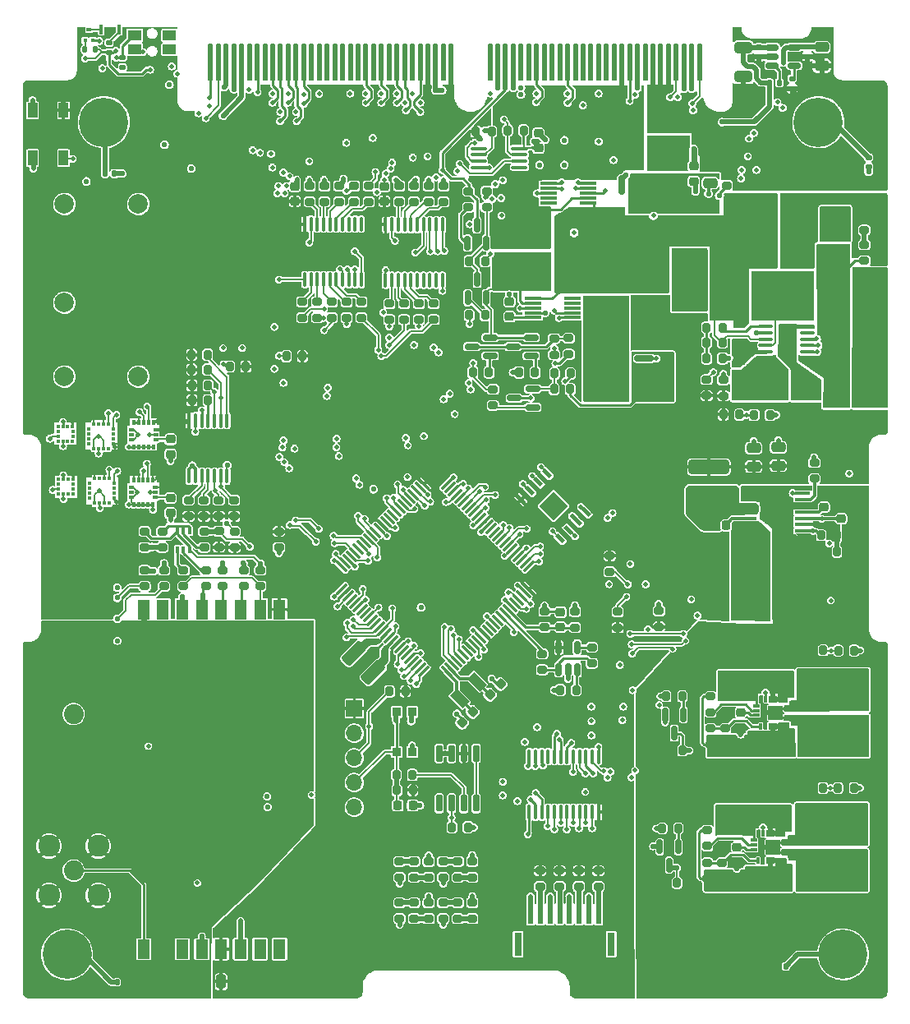
<source format=gtl>
G04 #@! TF.GenerationSoftware,KiCad,Pcbnew,(6.0.5)*
G04 #@! TF.CreationDate,2022-06-17T11:51:41-04:00*
G04 #@! TF.ProjectId,mainboard,6d61696e-626f-4617-9264-2e6b69636164,rev?*
G04 #@! TF.SameCoordinates,Original*
G04 #@! TF.FileFunction,Copper,L1,Top*
G04 #@! TF.FilePolarity,Positive*
%FSLAX46Y46*%
G04 Gerber Fmt 4.6, Leading zero omitted, Abs format (unit mm)*
G04 Created by KiCad (PCBNEW (6.0.5)) date 2022-06-17 11:51:41*
%MOMM*%
%LPD*%
G01*
G04 APERTURE LIST*
G04 Aperture macros list*
%AMRoundRect*
0 Rectangle with rounded corners*
0 $1 Rounding radius*
0 $2 $3 $4 $5 $6 $7 $8 $9 X,Y pos of 4 corners*
0 Add a 4 corners polygon primitive as box body*
4,1,4,$2,$3,$4,$5,$6,$7,$8,$9,$2,$3,0*
0 Add four circle primitives for the rounded corners*
1,1,$1+$1,$2,$3*
1,1,$1+$1,$4,$5*
1,1,$1+$1,$6,$7*
1,1,$1+$1,$8,$9*
0 Add four rect primitives between the rounded corners*
20,1,$1+$1,$2,$3,$4,$5,0*
20,1,$1+$1,$4,$5,$6,$7,0*
20,1,$1+$1,$6,$7,$8,$9,0*
20,1,$1+$1,$8,$9,$2,$3,0*%
%AMRotRect*
0 Rectangle, with rotation*
0 The origin of the aperture is its center*
0 $1 length*
0 $2 width*
0 $3 Rotation angle, in degrees counterclockwise*
0 Add horizontal line*
21,1,$1,$2,0,0,$3*%
%AMFreePoly0*
4,1,12,0.105238,2.379067,0.194454,2.319454,0.254067,2.230238,0.275000,2.125000,0.275000,-1.400000,-0.275000,-1.400000,-0.275000,2.125000,-0.254067,2.230238,-0.194454,2.319454,-0.105238,2.379067,0.000000,2.400000,0.105238,2.379067,0.105238,2.379067,$1*%
G04 Aperture macros list end*
G04 #@! TA.AperFunction,SMDPad,CuDef*
%ADD10RoundRect,0.100000X0.625000X0.100000X-0.625000X0.100000X-0.625000X-0.100000X0.625000X-0.100000X0*%
G04 #@! TD*
G04 #@! TA.AperFunction,ComponentPad*
%ADD11C,0.500000*%
G04 #@! TD*
G04 #@! TA.AperFunction,SMDPad,CuDef*
%ADD12R,1.650000X2.850000*%
G04 #@! TD*
G04 #@! TA.AperFunction,SMDPad,CuDef*
%ADD13R,1.600200X0.304800*%
G04 #@! TD*
G04 #@! TA.AperFunction,SMDPad,CuDef*
%ADD14R,2.310000X2.460000*%
G04 #@! TD*
G04 #@! TA.AperFunction,SMDPad,CuDef*
%ADD15R,1.778000X0.330200*%
G04 #@! TD*
G04 #@! TA.AperFunction,SMDPad,CuDef*
%ADD16R,6.600000X2.850000*%
G04 #@! TD*
G04 #@! TA.AperFunction,SMDPad,CuDef*
%ADD17RoundRect,0.250000X-0.475000X0.250000X-0.475000X-0.250000X0.475000X-0.250000X0.475000X0.250000X0*%
G04 #@! TD*
G04 #@! TA.AperFunction,SMDPad,CuDef*
%ADD18RoundRect,0.225000X-0.225000X-0.250000X0.225000X-0.250000X0.225000X0.250000X-0.225000X0.250000X0*%
G04 #@! TD*
G04 #@! TA.AperFunction,SMDPad,CuDef*
%ADD19RoundRect,0.200000X0.275000X-0.200000X0.275000X0.200000X-0.275000X0.200000X-0.275000X-0.200000X0*%
G04 #@! TD*
G04 #@! TA.AperFunction,SMDPad,CuDef*
%ADD20RoundRect,0.225000X0.250000X-0.225000X0.250000X0.225000X-0.250000X0.225000X-0.250000X-0.225000X0*%
G04 #@! TD*
G04 #@! TA.AperFunction,SMDPad,CuDef*
%ADD21RoundRect,0.225000X0.225000X0.250000X-0.225000X0.250000X-0.225000X-0.250000X0.225000X-0.250000X0*%
G04 #@! TD*
G04 #@! TA.AperFunction,SMDPad,CuDef*
%ADD22RoundRect,0.200000X-0.275000X0.200000X-0.275000X-0.200000X0.275000X-0.200000X0.275000X0.200000X0*%
G04 #@! TD*
G04 #@! TA.AperFunction,SMDPad,CuDef*
%ADD23RoundRect,0.200000X-0.200000X-0.275000X0.200000X-0.275000X0.200000X0.275000X-0.200000X0.275000X0*%
G04 #@! TD*
G04 #@! TA.AperFunction,SMDPad,CuDef*
%ADD24RoundRect,0.200000X0.200000X0.275000X-0.200000X0.275000X-0.200000X-0.275000X0.200000X-0.275000X0*%
G04 #@! TD*
G04 #@! TA.AperFunction,ComponentPad*
%ADD25R,1.700000X1.700000*%
G04 #@! TD*
G04 #@! TA.AperFunction,ComponentPad*
%ADD26O,1.700000X1.700000*%
G04 #@! TD*
G04 #@! TA.AperFunction,SMDPad,CuDef*
%ADD27RotRect,1.050000X0.450000X135.000000*%
G04 #@! TD*
G04 #@! TA.AperFunction,SMDPad,CuDef*
%ADD28RotRect,2.100000X2.100000X225.000000*%
G04 #@! TD*
G04 #@! TA.AperFunction,SMDPad,CuDef*
%ADD29RoundRect,0.150000X-0.150000X0.725000X-0.150000X-0.725000X0.150000X-0.725000X0.150000X0.725000X0*%
G04 #@! TD*
G04 #@! TA.AperFunction,ComponentPad*
%ADD30C,2.006600*%
G04 #@! TD*
G04 #@! TA.AperFunction,SMDPad,CuDef*
%ADD31RoundRect,0.250000X0.475000X-0.250000X0.475000X0.250000X-0.475000X0.250000X-0.475000X-0.250000X0*%
G04 #@! TD*
G04 #@! TA.AperFunction,ComponentPad*
%ADD32C,2.050000*%
G04 #@! TD*
G04 #@! TA.AperFunction,ComponentPad*
%ADD33C,2.250000*%
G04 #@! TD*
G04 #@! TA.AperFunction,SMDPad,CuDef*
%ADD34R,1.000000X1.500000*%
G04 #@! TD*
G04 #@! TA.AperFunction,SMDPad,CuDef*
%ADD35RoundRect,0.250000X1.025305X0.494975X0.494975X1.025305X-1.025305X-0.494975X-0.494975X-1.025305X0*%
G04 #@! TD*
G04 #@! TA.AperFunction,SMDPad,CuDef*
%ADD36RoundRect,0.225000X0.017678X-0.335876X0.335876X-0.017678X-0.017678X0.335876X-0.335876X0.017678X0*%
G04 #@! TD*
G04 #@! TA.AperFunction,SMDPad,CuDef*
%ADD37RotRect,1.000000X1.800000X225.000000*%
G04 #@! TD*
G04 #@! TA.AperFunction,SMDPad,CuDef*
%ADD38RoundRect,0.225000X-0.017678X0.335876X-0.335876X0.017678X0.017678X-0.335876X0.335876X-0.017678X0*%
G04 #@! TD*
G04 #@! TA.AperFunction,SMDPad,CuDef*
%ADD39RoundRect,0.250000X-0.362500X-1.425000X0.362500X-1.425000X0.362500X1.425000X-0.362500X1.425000X0*%
G04 #@! TD*
G04 #@! TA.AperFunction,SMDPad,CuDef*
%ADD40RoundRect,0.333000X1.767000X-0.417000X1.767000X0.417000X-1.767000X0.417000X-1.767000X-0.417000X0*%
G04 #@! TD*
G04 #@! TA.AperFunction,SMDPad,CuDef*
%ADD41RoundRect,0.250000X-0.325000X-1.100000X0.325000X-1.100000X0.325000X1.100000X-0.325000X1.100000X0*%
G04 #@! TD*
G04 #@! TA.AperFunction,SMDPad,CuDef*
%ADD42R,1.300000X2.000000*%
G04 #@! TD*
G04 #@! TA.AperFunction,SMDPad,CuDef*
%ADD43R,4.800001X5.699999*%
G04 #@! TD*
G04 #@! TA.AperFunction,SMDPad,CuDef*
%ADD44R,0.900000X0.900000*%
G04 #@! TD*
G04 #@! TA.AperFunction,SMDPad,CuDef*
%ADD45R,0.400000X0.650000*%
G04 #@! TD*
G04 #@! TA.AperFunction,SMDPad,CuDef*
%ADD46RoundRect,0.250000X-0.250000X-0.475000X0.250000X-0.475000X0.250000X0.475000X-0.250000X0.475000X0*%
G04 #@! TD*
G04 #@! TA.AperFunction,SMDPad,CuDef*
%ADD47RoundRect,0.225000X-0.250000X0.225000X-0.250000X-0.225000X0.250000X-0.225000X0.250000X0.225000X0*%
G04 #@! TD*
G04 #@! TA.AperFunction,SMDPad,CuDef*
%ADD48RoundRect,0.140000X-0.170000X0.140000X-0.170000X-0.140000X0.170000X-0.140000X0.170000X0.140000X0*%
G04 #@! TD*
G04 #@! TA.AperFunction,SMDPad,CuDef*
%ADD49RoundRect,0.250000X-0.650000X0.325000X-0.650000X-0.325000X0.650000X-0.325000X0.650000X0.325000X0*%
G04 #@! TD*
G04 #@! TA.AperFunction,SMDPad,CuDef*
%ADD50RoundRect,0.140000X0.140000X0.170000X-0.140000X0.170000X-0.140000X-0.170000X0.140000X-0.170000X0*%
G04 #@! TD*
G04 #@! TA.AperFunction,SMDPad,CuDef*
%ADD51RoundRect,0.140000X0.170000X-0.140000X0.170000X0.140000X-0.170000X0.140000X-0.170000X-0.140000X0*%
G04 #@! TD*
G04 #@! TA.AperFunction,SMDPad,CuDef*
%ADD52RoundRect,0.140000X-0.140000X-0.170000X0.140000X-0.170000X0.140000X0.170000X-0.140000X0.170000X0*%
G04 #@! TD*
G04 #@! TA.AperFunction,SMDPad,CuDef*
%ADD53R,0.370000X1.000000*%
G04 #@! TD*
G04 #@! TA.AperFunction,ComponentPad*
%ADD54C,5.080000*%
G04 #@! TD*
G04 #@! TA.AperFunction,SMDPad,CuDef*
%ADD55FreePoly0,0.000000*%
G04 #@! TD*
G04 #@! TA.AperFunction,SMDPad,CuDef*
%ADD56R,0.400000X0.450000*%
G04 #@! TD*
G04 #@! TA.AperFunction,SMDPad,CuDef*
%ADD57R,0.500000X0.450000*%
G04 #@! TD*
G04 #@! TA.AperFunction,SMDPad,CuDef*
%ADD58RoundRect,0.135000X-0.135000X-0.185000X0.135000X-0.185000X0.135000X0.185000X-0.135000X0.185000X0*%
G04 #@! TD*
G04 #@! TA.AperFunction,SMDPad,CuDef*
%ADD59RoundRect,0.135000X0.185000X-0.135000X0.185000X0.135000X-0.185000X0.135000X-0.185000X-0.135000X0*%
G04 #@! TD*
G04 #@! TA.AperFunction,SMDPad,CuDef*
%ADD60R,1.400000X1.050000*%
G04 #@! TD*
G04 #@! TA.AperFunction,SMDPad,CuDef*
%ADD61RoundRect,0.150000X-0.512500X-0.150000X0.512500X-0.150000X0.512500X0.150000X-0.512500X0.150000X0*%
G04 #@! TD*
G04 #@! TA.AperFunction,SMDPad,CuDef*
%ADD62RoundRect,0.150000X-0.150000X0.825000X-0.150000X-0.825000X0.150000X-0.825000X0.150000X0.825000X0*%
G04 #@! TD*
G04 #@! TA.AperFunction,SMDPad,CuDef*
%ADD63RoundRect,0.150000X0.825000X0.150000X-0.825000X0.150000X-0.825000X-0.150000X0.825000X-0.150000X0*%
G04 #@! TD*
G04 #@! TA.AperFunction,SMDPad,CuDef*
%ADD64RoundRect,0.135000X-0.185000X0.135000X-0.185000X-0.135000X0.185000X-0.135000X0.185000X0.135000X0*%
G04 #@! TD*
G04 #@! TA.AperFunction,SMDPad,CuDef*
%ADD65RoundRect,0.150000X-0.150000X0.587500X-0.150000X-0.587500X0.150000X-0.587500X0.150000X0.587500X0*%
G04 #@! TD*
G04 #@! TA.AperFunction,SMDPad,CuDef*
%ADD66RoundRect,0.014000X-0.161000X0.231000X-0.161000X-0.231000X0.161000X-0.231000X0.161000X0.231000X0*%
G04 #@! TD*
G04 #@! TA.AperFunction,SMDPad,CuDef*
%ADD67RoundRect,0.014000X-0.231000X0.161000X-0.231000X-0.161000X0.231000X-0.161000X0.231000X0.161000X0*%
G04 #@! TD*
G04 #@! TA.AperFunction,SMDPad,CuDef*
%ADD68R,0.450000X0.300000*%
G04 #@! TD*
G04 #@! TA.AperFunction,SMDPad,CuDef*
%ADD69R,0.300000X0.450000*%
G04 #@! TD*
G04 #@! TA.AperFunction,SMDPad,CuDef*
%ADD70R,0.375000X0.350000*%
G04 #@! TD*
G04 #@! TA.AperFunction,SMDPad,CuDef*
%ADD71R,0.350000X0.375000*%
G04 #@! TD*
G04 #@! TA.AperFunction,SMDPad,CuDef*
%ADD72RoundRect,0.100000X0.100000X-0.637500X0.100000X0.637500X-0.100000X0.637500X-0.100000X-0.637500X0*%
G04 #@! TD*
G04 #@! TA.AperFunction,SMDPad,CuDef*
%ADD73RoundRect,0.002500X-0.297500X-0.122500X0.297500X-0.122500X0.297500X0.122500X-0.297500X0.122500X0*%
G04 #@! TD*
G04 #@! TA.AperFunction,SMDPad,CuDef*
%ADD74RoundRect,0.002500X-0.122500X-0.297500X0.122500X-0.297500X0.122500X0.297500X-0.122500X0.297500X0*%
G04 #@! TD*
G04 #@! TA.AperFunction,SMDPad,CuDef*
%ADD75RoundRect,0.014000X-0.411000X-0.336000X0.411000X-0.336000X0.411000X0.336000X-0.411000X0.336000X0*%
G04 #@! TD*
G04 #@! TA.AperFunction,SMDPad,CuDef*
%ADD76RoundRect,0.003500X-0.721500X-0.171500X0.721500X-0.171500X0.721500X0.171500X-0.721500X0.171500X0*%
G04 #@! TD*
G04 #@! TA.AperFunction,SMDPad,CuDef*
%ADD77RoundRect,0.003500X-0.896500X-0.171500X0.896500X-0.171500X0.896500X0.171500X-0.896500X0.171500X0*%
G04 #@! TD*
G04 #@! TA.AperFunction,SMDPad,CuDef*
%ADD78RoundRect,0.250000X0.325000X1.100000X-0.325000X1.100000X-0.325000X-1.100000X0.325000X-1.100000X0*%
G04 #@! TD*
G04 #@! TA.AperFunction,SMDPad,CuDef*
%ADD79R,0.450000X0.600000*%
G04 #@! TD*
G04 #@! TA.AperFunction,SMDPad,CuDef*
%ADD80RoundRect,0.250000X-0.625000X0.312500X-0.625000X-0.312500X0.625000X-0.312500X0.625000X0.312500X0*%
G04 #@! TD*
G04 #@! TA.AperFunction,SMDPad,CuDef*
%ADD81R,2.200000X3.100000*%
G04 #@! TD*
G04 #@! TA.AperFunction,SMDPad,CuDef*
%ADD82R,1.520000X1.500000*%
G04 #@! TD*
G04 #@! TA.AperFunction,SMDPad,CuDef*
%ADD83R,3.100000X2.200000*%
G04 #@! TD*
G04 #@! TA.AperFunction,SMDPad,CuDef*
%ADD84R,1.500000X1.520000*%
G04 #@! TD*
G04 #@! TA.AperFunction,SMDPad,CuDef*
%ADD85RoundRect,0.075000X0.521491X-0.415425X-0.415425X0.521491X-0.521491X0.415425X0.415425X-0.521491X0*%
G04 #@! TD*
G04 #@! TA.AperFunction,SMDPad,CuDef*
%ADD86RoundRect,0.075000X0.521491X0.415425X0.415425X0.521491X-0.521491X-0.415425X-0.415425X-0.521491X0*%
G04 #@! TD*
G04 #@! TA.AperFunction,SMDPad,CuDef*
%ADD87RoundRect,0.150000X0.587500X0.150000X-0.587500X0.150000X-0.587500X-0.150000X0.587500X-0.150000X0*%
G04 #@! TD*
G04 #@! TA.AperFunction,SMDPad,CuDef*
%ADD88RoundRect,0.150000X0.150000X-0.587500X0.150000X0.587500X-0.150000X0.587500X-0.150000X-0.587500X0*%
G04 #@! TD*
G04 #@! TA.AperFunction,SMDPad,CuDef*
%ADD89RoundRect,0.100000X-0.712500X-0.100000X0.712500X-0.100000X0.712500X0.100000X-0.712500X0.100000X0*%
G04 #@! TD*
G04 #@! TA.AperFunction,SMDPad,CuDef*
%ADD90R,0.800000X2.389000*%
G04 #@! TD*
G04 #@! TA.AperFunction,SMDPad,CuDef*
%ADD91R,0.610000X2.045000*%
G04 #@! TD*
G04 #@! TA.AperFunction,SMDPad,CuDef*
%ADD92R,0.600000X2.045000*%
G04 #@! TD*
G04 #@! TA.AperFunction,SMDPad,CuDef*
%ADD93RoundRect,0.100000X-0.100000X0.637500X-0.100000X-0.637500X0.100000X-0.637500X0.100000X0.637500X0*%
G04 #@! TD*
G04 #@! TA.AperFunction,SMDPad,CuDef*
%ADD94RoundRect,0.150000X0.150000X-0.512500X0.150000X0.512500X-0.150000X0.512500X-0.150000X-0.512500X0*%
G04 #@! TD*
G04 #@! TA.AperFunction,ViaPad*
%ADD95C,0.508000*%
G04 #@! TD*
G04 #@! TA.AperFunction,ViaPad*
%ADD96C,0.600000*%
G04 #@! TD*
G04 #@! TA.AperFunction,ViaPad*
%ADD97C,0.584200*%
G04 #@! TD*
G04 #@! TA.AperFunction,Conductor*
%ADD98C,0.508000*%
G04 #@! TD*
G04 #@! TA.AperFunction,Conductor*
%ADD99C,0.203200*%
G04 #@! TD*
G04 #@! TA.AperFunction,Conductor*
%ADD100C,0.406400*%
G04 #@! TD*
G04 #@! TA.AperFunction,Conductor*
%ADD101C,0.271780*%
G04 #@! TD*
G04 #@! TA.AperFunction,Conductor*
%ADD102C,0.254000*%
G04 #@! TD*
G04 #@! TA.AperFunction,Conductor*
%ADD103C,0.609600*%
G04 #@! TD*
G04 #@! TA.AperFunction,Conductor*
%ADD104C,0.337947*%
G04 #@! TD*
G04 #@! TA.AperFunction,Conductor*
%ADD105C,0.234950*%
G04 #@! TD*
G04 #@! TA.AperFunction,Conductor*
%ADD106C,0.304800*%
G04 #@! TD*
G04 #@! TA.AperFunction,Conductor*
%ADD107C,0.300000*%
G04 #@! TD*
G04 #@! TA.AperFunction,Conductor*
%ADD108C,0.279400*%
G04 #@! TD*
G04 #@! TA.AperFunction,Conductor*
%ADD109C,0.213360*%
G04 #@! TD*
G04 APERTURE END LIST*
D10*
X125301900Y-81656793D03*
X125301900Y-81006793D03*
X125301900Y-80356793D03*
X125301900Y-79706793D03*
X125301900Y-79056793D03*
X125301900Y-78406793D03*
X121001900Y-78406793D03*
X121001900Y-79056793D03*
X121001900Y-79706793D03*
X121001900Y-80356793D03*
X121001900Y-81006793D03*
X121001900Y-81656793D03*
D11*
X122651900Y-79031793D03*
X122651900Y-81031793D03*
X123651900Y-80031793D03*
X123651900Y-81031793D03*
X123651900Y-79031793D03*
D12*
X123151900Y-80031793D03*
D11*
X122651900Y-80031793D03*
D13*
X124789204Y-99490134D03*
X124789204Y-98840121D03*
X124789204Y-98190112D03*
X124789204Y-97540100D03*
X124789204Y-96890088D03*
X124789204Y-96240079D03*
X124789204Y-95590066D03*
X119252004Y-95590066D03*
X119252004Y-96240079D03*
X119252004Y-96890088D03*
X119252004Y-97540100D03*
X119252004Y-98190112D03*
X119252004Y-98840121D03*
X119252004Y-99490134D03*
D14*
X122020604Y-97540100D03*
D15*
X96972700Y-75504799D03*
X96972700Y-76004801D03*
X96972700Y-76504800D03*
X96972700Y-77004799D03*
X96972700Y-77504801D03*
X101062100Y-77504801D03*
X101062100Y-77004799D03*
X101062100Y-76504800D03*
X101062100Y-76004801D03*
X101062100Y-75504799D03*
X102713100Y-65693801D03*
X102713100Y-65193799D03*
X102713100Y-64693800D03*
X102713100Y-64193801D03*
X102713100Y-63693799D03*
X98623700Y-63693799D03*
X98623700Y-64193801D03*
X98623700Y-64693800D03*
X98623700Y-65193799D03*
X98623700Y-65693801D03*
D16*
X127793900Y-129242300D03*
X127793900Y-134892300D03*
X127929900Y-115403300D03*
X127929900Y-121053300D03*
D17*
X119757300Y-90952000D03*
X119757300Y-92852000D03*
X122297300Y-90859600D03*
X122297300Y-92759600D03*
D18*
X115388200Y-98902500D03*
X116938200Y-98902500D03*
D19*
X126009400Y-94093800D03*
X126009400Y-92443800D03*
D20*
X127021700Y-97010500D03*
X127021700Y-95460500D03*
D21*
X84608708Y-127755786D03*
X83058708Y-127755786D03*
D22*
X98196400Y-107756051D03*
X98196400Y-109406051D03*
D23*
X88645800Y-130008024D03*
X90295800Y-130008024D03*
D24*
X84613807Y-126184242D03*
X82963807Y-126184242D03*
D25*
X78592400Y-117779300D03*
D26*
X78592400Y-120319300D03*
X78592400Y-122859300D03*
X78592400Y-125399300D03*
X78592400Y-127939300D03*
D27*
X99791357Y-100262696D03*
X100689383Y-99364670D03*
X101587408Y-98466645D03*
X102485434Y-97568619D03*
X98454925Y-93538110D03*
X97556899Y-94436136D03*
X96658874Y-95334161D03*
X95760848Y-96232187D03*
D28*
X99123141Y-96900403D03*
D19*
X109990300Y-109358262D03*
X109990300Y-107708262D03*
D29*
X91145649Y-122391064D03*
X89875649Y-122391064D03*
X88605649Y-122391064D03*
X87335649Y-122391064D03*
X87335649Y-127541064D03*
X88605649Y-127541064D03*
X89875649Y-127541064D03*
X91145649Y-127541064D03*
D24*
X83862400Y-116001300D03*
X82212400Y-116001300D03*
D30*
X48690000Y-83574200D03*
X56310000Y-83574200D03*
X48690000Y-75954200D03*
X56310000Y-65794200D03*
X48690000Y-65794200D03*
D22*
X116994400Y-62230300D03*
X116994400Y-63880300D03*
D31*
X115279900Y-63637300D03*
X115279900Y-61737300D03*
D17*
X110009400Y-57419300D03*
X110009400Y-59319300D03*
D24*
X128354700Y-99918500D03*
X126704700Y-99918500D03*
D32*
X49653500Y-134480896D03*
D33*
X47113500Y-137020896D03*
X47113500Y-131940896D03*
X52193500Y-131940896D03*
X52193500Y-137020896D03*
D34*
X48615400Y-56147800D03*
X45415400Y-56147800D03*
X45415400Y-61047800D03*
X48615400Y-61047800D03*
D20*
X99835410Y-109388247D03*
X99835410Y-107838247D03*
D19*
X66249397Y-101173296D03*
X66249397Y-99523296D03*
D23*
X82918906Y-124612697D03*
X84568906Y-124612697D03*
D35*
X80534849Y-114070249D03*
X78554951Y-112090351D03*
D20*
X128799700Y-98217000D03*
X128799700Y-96667000D03*
D17*
X111977900Y-57419300D03*
X111977900Y-59319300D03*
D24*
X67386400Y-82545800D03*
X65736400Y-82545800D03*
X73238400Y-81471000D03*
X71588400Y-81471000D03*
D22*
X104902000Y-102045000D03*
X104902000Y-103695000D03*
D19*
X105735500Y-109461862D03*
X105735500Y-107811862D03*
D36*
X92570160Y-116355304D03*
X93666176Y-115259288D03*
D37*
X89450406Y-116780982D03*
X91218172Y-115013216D03*
D38*
X90792494Y-118132970D03*
X89696478Y-119228986D03*
D22*
X101332410Y-107776051D03*
X101332410Y-109426051D03*
D23*
X126704700Y-101633000D03*
X128354700Y-101633000D03*
D39*
X96562900Y-72821800D03*
X102487900Y-72821800D03*
D40*
X115137900Y-96491000D03*
X115137900Y-92891000D03*
D41*
X120291604Y-102493100D03*
X123241604Y-102493100D03*
X120276200Y-106649500D03*
X123226200Y-106649500D03*
D42*
X56860400Y-142562800D03*
X58860400Y-142562800D03*
X60860400Y-142562800D03*
X62860400Y-142562800D03*
X64860400Y-142562800D03*
X66860400Y-142562800D03*
X68860400Y-142562800D03*
X70860400Y-142562800D03*
X70860400Y-107562800D03*
X68860400Y-107562800D03*
X66860400Y-107562800D03*
X64860400Y-107562800D03*
X62860400Y-107562800D03*
X60860400Y-107562800D03*
X58860400Y-107562800D03*
X56860400Y-107562800D03*
D43*
X62110400Y-130995300D03*
D44*
X82935900Y-118142300D03*
X82935900Y-122242300D03*
X84535900Y-118142300D03*
X84535900Y-122242300D03*
D22*
X64627400Y-99499800D03*
X64627400Y-101149800D03*
D19*
X58971500Y-105186800D03*
X58971500Y-103536800D03*
X56971500Y-105186800D03*
X56971500Y-103536800D03*
D22*
X63271500Y-103536800D03*
X63271500Y-105186800D03*
D19*
X64971500Y-105186800D03*
X64971500Y-103536800D03*
X56971500Y-101175200D03*
X56971500Y-99525200D03*
X63103400Y-101175200D03*
X63103400Y-99525200D03*
D45*
X60321500Y-101401800D03*
X60971500Y-101401800D03*
X61621500Y-101401800D03*
X61621500Y-99501800D03*
X60971500Y-99501800D03*
X60321500Y-99501800D03*
D22*
X58785400Y-99525200D03*
X58785400Y-101175200D03*
X60971500Y-103536800D03*
X60971500Y-105186800D03*
X67171500Y-103536800D03*
X67171500Y-105186800D03*
D19*
X68884800Y-105168200D03*
X68884800Y-103518200D03*
D46*
X62958700Y-145908400D03*
X64858700Y-145908400D03*
D47*
X113565400Y-61912300D03*
X113565400Y-63462300D03*
X94576400Y-75856800D03*
X94576400Y-77406800D03*
D17*
X126771400Y-49644300D03*
X126771400Y-51544300D03*
D48*
X125295500Y-49646900D03*
X125295500Y-50606900D03*
X120317100Y-49646900D03*
X120317100Y-50606900D03*
D49*
X118691500Y-49667900D03*
X118691500Y-52617900D03*
D50*
X53845400Y-62661800D03*
X52885400Y-62661800D03*
D51*
X131597400Y-61970800D03*
X131597400Y-61010800D03*
D52*
X122100400Y-144322800D03*
X123060400Y-144322800D03*
D50*
X55087400Y-145973800D03*
X54127400Y-145973800D03*
D53*
X52512278Y-47795180D03*
X54372278Y-47795180D03*
D54*
X52768500Y-57360900D03*
X126428500Y-57360900D03*
X128968500Y-143090900D03*
X48968500Y-143090900D03*
D55*
X63772313Y-51608055D03*
X64572313Y-51608055D03*
X65372313Y-51608055D03*
X66172313Y-51608055D03*
X66972313Y-51608055D03*
X67772313Y-51608055D03*
X68572313Y-51608055D03*
X69372313Y-51608055D03*
X70172313Y-51608055D03*
X70972313Y-51608055D03*
X71772313Y-51608055D03*
X72572313Y-51608055D03*
X73372313Y-51608055D03*
X74172313Y-51608055D03*
X74972313Y-51608055D03*
X75772313Y-51608055D03*
X76572313Y-51608055D03*
X77372313Y-51608055D03*
X78172313Y-51608055D03*
X78972313Y-51608055D03*
X79772313Y-51608055D03*
X80572313Y-51608055D03*
X81372313Y-51608055D03*
X82172313Y-51608055D03*
X82972313Y-51608055D03*
X83772313Y-51608055D03*
X84572313Y-51608055D03*
X85372313Y-51608055D03*
X86172313Y-51608055D03*
X86972313Y-51608055D03*
X87772313Y-51608055D03*
X88572313Y-51608055D03*
X92572313Y-51608055D03*
X93372313Y-51608055D03*
X94172313Y-51608055D03*
X94972313Y-51608055D03*
X95772313Y-51608055D03*
X96572313Y-51608055D03*
X97372313Y-51608055D03*
X98172313Y-51608055D03*
X98972313Y-51608055D03*
X99772313Y-51608055D03*
X100572313Y-51608055D03*
X101372313Y-51608055D03*
X102172313Y-51608055D03*
X102972313Y-51608055D03*
X103772313Y-51608055D03*
X104572313Y-51608055D03*
X105372313Y-51608055D03*
X106172313Y-51608055D03*
X106972313Y-51608055D03*
X107772313Y-51608055D03*
X108572313Y-51608055D03*
X109372313Y-51608055D03*
X110172313Y-51608055D03*
X110972313Y-51608055D03*
X111772313Y-51608055D03*
X112572313Y-51608055D03*
X113372313Y-51608055D03*
X114172313Y-51608055D03*
D56*
X50829100Y-48949300D03*
X51629100Y-48949300D03*
D57*
X51229100Y-47799300D03*
D58*
X121381900Y-53301900D03*
X122401900Y-53301900D03*
D59*
X53311900Y-50179700D03*
X53311900Y-49159700D03*
D58*
X50820700Y-49898300D03*
X51840700Y-49898300D03*
D59*
X54683500Y-51716400D03*
X54683500Y-50696400D03*
D60*
X55942270Y-49870067D03*
X55942270Y-48420067D03*
X59542270Y-48420067D03*
X59542270Y-49870067D03*
D61*
X121668800Y-49659500D03*
X121668800Y-50609500D03*
X121668800Y-51559500D03*
X123943800Y-51559500D03*
X123943800Y-49659500D03*
D62*
X109939400Y-63869800D03*
X108669400Y-63869800D03*
X107399400Y-63869800D03*
X106129400Y-63869800D03*
X106129400Y-68819800D03*
X107399400Y-68819800D03*
X108669400Y-68819800D03*
X109939400Y-68819800D03*
D63*
X108477400Y-85521800D03*
X108477400Y-84251800D03*
X108477400Y-82981800D03*
X108477400Y-81711800D03*
X103527400Y-81711800D03*
X103527400Y-82981800D03*
X103527400Y-84251800D03*
X103527400Y-85521800D03*
D64*
X123723400Y-52880800D03*
X123723400Y-53900800D03*
D19*
X92886400Y-86548800D03*
X92886400Y-84898800D03*
D24*
X100830400Y-84849800D03*
X99180400Y-84849800D03*
D31*
X122214900Y-114860300D03*
X122214900Y-112960300D03*
X120055900Y-114860300D03*
X120055900Y-112960300D03*
X117896900Y-114860300D03*
X117896900Y-112960300D03*
D17*
X121706900Y-121723300D03*
X121706900Y-123623300D03*
X119547900Y-121723300D03*
X119547900Y-123623300D03*
X117388900Y-121723300D03*
X117388900Y-123623300D03*
D20*
X118404900Y-119765300D03*
X118404900Y-118215300D03*
D47*
X59636800Y-96100200D03*
X59636800Y-97650200D03*
X59637676Y-90036000D03*
X59637676Y-91586000D03*
D65*
X112522300Y-118421100D03*
X110622300Y-118421100D03*
X111572300Y-120296100D03*
D19*
X115306100Y-121466300D03*
X115306100Y-119816300D03*
D22*
X115306100Y-116514300D03*
X115306100Y-118164300D03*
D24*
X112397300Y-116509800D03*
X110747300Y-116509800D03*
D19*
X116830100Y-119815300D03*
X116830100Y-118165300D03*
D24*
X112397300Y-122097800D03*
X110747300Y-122097800D03*
D19*
X63082400Y-97967800D03*
X63082400Y-96317800D03*
X66192400Y-97967800D03*
X66192400Y-96317800D03*
X64606400Y-97967800D03*
X64606400Y-96317800D03*
D23*
X61811400Y-81330800D03*
X63461400Y-81330800D03*
X61860400Y-84490800D03*
X63510400Y-84490800D03*
X61811400Y-82854800D03*
X63461400Y-82854800D03*
X61860400Y-86014800D03*
X63510400Y-86014800D03*
D19*
X61493400Y-97967800D03*
X61493400Y-96317800D03*
D66*
X57834800Y-94232200D03*
X57334800Y-94232200D03*
X56834800Y-94232200D03*
X56334800Y-94232200D03*
X55834800Y-94232200D03*
D67*
X55574800Y-94992200D03*
X55574800Y-95492200D03*
X55574800Y-95992200D03*
D66*
X55834800Y-96752200D03*
X56334800Y-96752200D03*
X56834800Y-96752200D03*
X57334800Y-96752200D03*
X57834800Y-96752200D03*
D67*
X58094800Y-95992200D03*
X58094800Y-95492200D03*
X58094800Y-94992200D03*
D68*
X53864800Y-94591200D03*
X53864800Y-95091200D03*
X53864800Y-95591200D03*
X53864800Y-96091200D03*
D69*
X53339800Y-96616200D03*
X52839800Y-96616200D03*
X52339800Y-96616200D03*
X51839800Y-96616200D03*
D68*
X51314800Y-96091200D03*
X51314800Y-95591200D03*
X51314800Y-95091200D03*
X51314800Y-94591200D03*
D69*
X51839800Y-94066200D03*
X52339800Y-94066200D03*
X52839800Y-94066200D03*
X53339800Y-94066200D03*
D70*
X48093500Y-95184800D03*
X48093500Y-94684800D03*
D71*
X48106000Y-94172300D03*
X48606000Y-94172300D03*
X49106000Y-94172300D03*
X49606000Y-94172300D03*
D70*
X49618500Y-94684800D03*
X49618500Y-95184800D03*
D71*
X49606000Y-95697300D03*
X49106000Y-95697300D03*
X48606000Y-95697300D03*
X48106000Y-95697300D03*
D66*
X57859602Y-88286989D03*
X57359602Y-88286989D03*
X56859602Y-88286989D03*
X56359602Y-88286989D03*
X55859602Y-88286989D03*
D67*
X55599602Y-89046989D03*
X55599602Y-89546989D03*
X55599602Y-90046989D03*
D66*
X55859602Y-90806989D03*
X56359602Y-90806989D03*
X56859602Y-90806989D03*
X57359602Y-90806989D03*
X57859602Y-90806989D03*
D67*
X58119602Y-90046989D03*
X58119602Y-89546989D03*
X58119602Y-89046989D03*
D68*
X53764811Y-88977202D03*
X53764811Y-89477202D03*
X53764811Y-89977202D03*
X53764811Y-90477202D03*
D69*
X53239811Y-91002202D03*
X52739811Y-91002202D03*
X52239811Y-91002202D03*
X51739811Y-91002202D03*
D68*
X51214811Y-90477202D03*
X51214811Y-89977202D03*
X51214811Y-89477202D03*
X51214811Y-88977202D03*
D69*
X51739811Y-88452202D03*
X52239811Y-88452202D03*
X52739811Y-88452202D03*
X53239811Y-88452202D03*
D70*
X48032297Y-89698310D03*
X48032297Y-89198310D03*
D71*
X48044797Y-88685810D03*
X48544797Y-88685810D03*
X49044797Y-88685810D03*
X49544797Y-88685810D03*
D70*
X49557297Y-89198310D03*
X49557297Y-89698310D03*
D71*
X49544797Y-90210810D03*
X49044797Y-90210810D03*
X48544797Y-90210810D03*
X48044797Y-90210810D03*
D72*
X61560400Y-93830300D03*
X62210400Y-93830300D03*
X62860400Y-93830300D03*
X63510400Y-93830300D03*
X64160400Y-93830300D03*
X64810400Y-93830300D03*
X65460400Y-93830300D03*
X65460400Y-88105300D03*
X64810400Y-88105300D03*
X64160400Y-88105300D03*
X63510400Y-88105300D03*
X62860400Y-88105300D03*
X62210400Y-88105300D03*
X61560400Y-88105300D03*
D73*
X120048900Y-117478300D03*
X120048900Y-117978300D03*
X120048900Y-118478300D03*
X120048900Y-118978300D03*
D74*
X120473900Y-119628300D03*
X120973900Y-119628300D03*
D75*
X121723900Y-119628300D03*
D76*
X121973900Y-118728300D03*
D77*
X121798900Y-118228300D03*
D76*
X121973900Y-117728300D03*
D75*
X121723900Y-116828300D03*
D74*
X120973900Y-116828300D03*
X120473900Y-116828300D03*
D31*
X121951900Y-128699300D03*
X121951900Y-126799300D03*
X119792900Y-128699300D03*
X119792900Y-126799300D03*
X117633900Y-128699300D03*
X117633900Y-126799300D03*
D17*
X117125900Y-135689300D03*
X117125900Y-137589300D03*
X119284900Y-135689300D03*
X119284900Y-137589300D03*
X121443900Y-135689300D03*
X121443900Y-137589300D03*
D20*
X118014900Y-133604300D03*
X118014900Y-132054300D03*
D65*
X111979900Y-132018800D03*
X110079900Y-132018800D03*
X111029900Y-133893800D03*
D19*
X114966900Y-135305300D03*
X114966900Y-133655300D03*
D22*
X114966900Y-130290300D03*
X114966900Y-131940300D03*
D24*
X111979900Y-130126300D03*
X110329900Y-130126300D03*
D19*
X116490900Y-133654300D03*
X116490900Y-132004300D03*
D24*
X111854900Y-135750300D03*
X110204900Y-135750300D03*
D41*
X128280900Y-78790800D03*
X131230900Y-78790800D03*
X128280900Y-82092800D03*
X131230900Y-82092800D03*
D20*
X118389400Y-83502800D03*
X118389400Y-81952800D03*
D78*
X116520400Y-71997300D03*
X113570400Y-71997300D03*
D41*
X128280900Y-85380800D03*
X131230900Y-85380800D03*
X128180900Y-75582800D03*
X131130900Y-75582800D03*
D78*
X116562400Y-75361800D03*
X113612400Y-75361800D03*
D79*
X118389400Y-80221800D03*
X118389400Y-78121800D03*
D73*
X119785900Y-131317300D03*
X119785900Y-131817300D03*
X119785900Y-132317300D03*
X119785900Y-132817300D03*
D74*
X120210900Y-133467300D03*
X120710900Y-133467300D03*
D75*
X121460900Y-133467300D03*
D76*
X121710900Y-132567300D03*
D77*
X121535900Y-132067300D03*
D76*
X121710900Y-131567300D03*
D75*
X121460900Y-130667300D03*
D74*
X120710900Y-130667300D03*
X120210900Y-130667300D03*
D80*
X121183400Y-71740300D03*
X121183400Y-74665300D03*
D19*
X131165600Y-71640200D03*
X131165600Y-69990200D03*
D24*
X116547400Y-80060800D03*
X114897400Y-80060800D03*
D19*
X131165600Y-68490600D03*
X131165600Y-66840600D03*
X116632400Y-85567800D03*
X116632400Y-83917800D03*
D23*
X114897400Y-81711800D03*
X116547400Y-81711800D03*
D81*
X128231900Y-71731800D03*
D82*
X128231900Y-68511800D03*
D83*
X121818400Y-84759800D03*
D84*
X125038400Y-84759800D03*
D85*
X88086465Y-113978146D03*
X88440018Y-113624593D03*
X88793572Y-113271040D03*
X89147125Y-112917486D03*
X89500679Y-112563933D03*
X89854232Y-112210379D03*
X90207785Y-111856826D03*
X90561339Y-111503273D03*
X90914892Y-111149719D03*
X91268446Y-110796166D03*
X91621999Y-110442612D03*
X91975552Y-110089059D03*
X92329106Y-109735506D03*
X92682659Y-109381952D03*
X93036212Y-109028399D03*
X93389766Y-108674846D03*
X93743319Y-108321292D03*
X94096873Y-107967739D03*
X94450426Y-107614185D03*
X94803979Y-107260632D03*
X95157533Y-106907079D03*
X95511086Y-106553525D03*
X95864640Y-106199972D03*
X96218193Y-105846418D03*
X96571746Y-105492865D03*
D86*
X96571746Y-103141735D03*
X96218193Y-102788182D03*
X95864640Y-102434628D03*
X95511086Y-102081075D03*
X95157533Y-101727521D03*
X94803979Y-101373968D03*
X94450426Y-101020415D03*
X94096873Y-100666861D03*
X93743319Y-100313308D03*
X93389766Y-99959754D03*
X93036212Y-99606201D03*
X92682659Y-99252648D03*
X92329106Y-98899094D03*
X91975552Y-98545541D03*
X91621999Y-98191988D03*
X91268446Y-97838434D03*
X90914892Y-97484881D03*
X90561339Y-97131327D03*
X90207785Y-96777774D03*
X89854232Y-96424221D03*
X89500679Y-96070667D03*
X89147125Y-95717114D03*
X88793572Y-95363560D03*
X88440018Y-95010007D03*
X88086465Y-94656454D03*
D85*
X85735335Y-94656454D03*
X85381782Y-95010007D03*
X85028228Y-95363560D03*
X84674675Y-95717114D03*
X84321121Y-96070667D03*
X83967568Y-96424221D03*
X83614015Y-96777774D03*
X83260461Y-97131327D03*
X82906908Y-97484881D03*
X82553354Y-97838434D03*
X82199801Y-98191988D03*
X81846248Y-98545541D03*
X81492694Y-98899094D03*
X81139141Y-99252648D03*
X80785588Y-99606201D03*
X80432034Y-99959754D03*
X80078481Y-100313308D03*
X79724927Y-100666861D03*
X79371374Y-101020415D03*
X79017821Y-101373968D03*
X78664267Y-101727521D03*
X78310714Y-102081075D03*
X77957160Y-102434628D03*
X77603607Y-102788182D03*
X77250054Y-103141735D03*
D86*
X77250054Y-105492865D03*
X77603607Y-105846418D03*
X77957160Y-106199972D03*
X78310714Y-106553525D03*
X78664267Y-106907079D03*
X79017821Y-107260632D03*
X79371374Y-107614185D03*
X79724927Y-107967739D03*
X80078481Y-108321292D03*
X80432034Y-108674846D03*
X80785588Y-109028399D03*
X81139141Y-109381952D03*
X81492694Y-109735506D03*
X81846248Y-110089059D03*
X82199801Y-110442612D03*
X82553354Y-110796166D03*
X82906908Y-111149719D03*
X83260461Y-111503273D03*
X83614015Y-111856826D03*
X83967568Y-112210379D03*
X84321121Y-112563933D03*
X84674675Y-112917486D03*
X85028228Y-113271040D03*
X85381782Y-113624593D03*
X85735335Y-113978146D03*
D19*
X90342400Y-66121800D03*
X90342400Y-64471800D03*
X78552400Y-65577300D03*
X78552400Y-63927300D03*
X77028400Y-65577300D03*
X77028400Y-63927300D03*
X76266400Y-77515300D03*
X76266400Y-75865300D03*
D87*
X96829900Y-81446800D03*
X96829900Y-79546800D03*
X94954900Y-80496800D03*
D19*
X90748400Y-139425800D03*
X90748400Y-137775800D03*
X83718400Y-77710800D03*
X83718400Y-76060800D03*
D22*
X103742400Y-134471800D03*
X103742400Y-136121800D03*
D19*
X73980400Y-65577300D03*
X73980400Y-63927300D03*
D24*
X92467400Y-83146800D03*
X90817400Y-83146800D03*
D88*
X90276400Y-69830300D03*
X92176400Y-69830300D03*
X91226400Y-67955300D03*
D19*
X87748400Y-139425800D03*
X87748400Y-137775800D03*
D23*
X116637400Y-87482800D03*
X118287400Y-87482800D03*
D88*
X90292400Y-75434300D03*
X92192400Y-75434300D03*
X91242400Y-73559300D03*
D19*
X86258400Y-65582800D03*
X86258400Y-63932800D03*
X75504400Y-65577300D03*
X75504400Y-63927300D03*
D22*
X84748400Y-133525800D03*
X84748400Y-135175800D03*
D19*
X79314400Y-77515300D03*
X79314400Y-75865300D03*
D72*
X81809400Y-73652300D03*
X82459400Y-73652300D03*
X83109400Y-73652300D03*
X83759400Y-73652300D03*
X84409400Y-73652300D03*
X85059400Y-73652300D03*
X85709400Y-73652300D03*
X86359400Y-73652300D03*
X87009400Y-73652300D03*
X87659400Y-73652300D03*
X87659400Y-67927300D03*
X87009400Y-67927300D03*
X86359400Y-67927300D03*
X85709400Y-67927300D03*
X85059400Y-67927300D03*
X84409400Y-67927300D03*
X83759400Y-67927300D03*
X83109400Y-67927300D03*
X82459400Y-67927300D03*
X81809400Y-67927300D03*
D24*
X96037400Y-58216800D03*
X94387400Y-58216800D03*
D22*
X89248400Y-137775800D03*
X89248400Y-139425800D03*
D24*
X126897400Y-125960800D03*
X125247400Y-125960800D03*
D22*
X100692400Y-79621800D03*
X100692400Y-81271800D03*
D23*
X119797400Y-87532800D03*
X121447400Y-87532800D03*
D19*
X114896400Y-85541800D03*
X114896400Y-83891800D03*
X74742400Y-77515300D03*
X74742400Y-75865300D03*
D24*
X130097400Y-125950800D03*
X128447400Y-125950800D03*
D23*
X99217400Y-83256800D03*
X100867400Y-83256800D03*
D19*
X80076400Y-65577300D03*
X80076400Y-63927300D03*
X83248400Y-139425800D03*
X83248400Y-137775800D03*
D22*
X97742400Y-134471800D03*
X97742400Y-136121800D03*
X101742400Y-134471800D03*
X101742400Y-136121800D03*
X84748400Y-137775800D03*
X84748400Y-139425800D03*
D39*
X96435900Y-68376800D03*
X102360900Y-68376800D03*
D19*
X82194400Y-77710800D03*
X82194400Y-76060800D03*
D24*
X116547400Y-78536800D03*
X114897400Y-78536800D03*
D22*
X99192400Y-79671800D03*
X99192400Y-81321800D03*
D87*
X92579900Y-81446800D03*
X92579900Y-79546800D03*
X90704900Y-80496800D03*
D20*
X81686400Y-65532800D03*
X81686400Y-63982800D03*
D23*
X90417400Y-71696800D03*
X92067400Y-71696800D03*
D19*
X92242400Y-66121800D03*
X92242400Y-64471800D03*
D23*
X99814400Y-115882800D03*
X101464400Y-115882800D03*
D22*
X70826400Y-99538800D03*
X70826400Y-101188800D03*
D19*
X83248400Y-135175800D03*
X83248400Y-133525800D03*
D24*
X130117400Y-111800800D03*
X128467400Y-111800800D03*
D19*
X90748400Y-135175800D03*
X90748400Y-133525800D03*
X77790400Y-77515300D03*
X77790400Y-75865300D03*
D72*
X73468400Y-73583800D03*
X74118400Y-73583800D03*
X74768400Y-73583800D03*
X75418400Y-73583800D03*
X76068400Y-73583800D03*
X76718400Y-73583800D03*
X77368400Y-73583800D03*
X78018400Y-73583800D03*
X78668400Y-73583800D03*
X79318400Y-73583800D03*
X79318400Y-67858800D03*
X78668400Y-67858800D03*
X78018400Y-67858800D03*
X77368400Y-67858800D03*
X76718400Y-67858800D03*
X76068400Y-67858800D03*
X75418400Y-67858800D03*
X74768400Y-67858800D03*
X74118400Y-67858800D03*
X73468400Y-67858800D03*
D19*
X73218400Y-77515300D03*
X73218400Y-75865300D03*
X86248400Y-135175800D03*
X86248400Y-133525800D03*
D23*
X91085400Y-58343800D03*
X92735400Y-58343800D03*
D19*
X85242400Y-77710800D03*
X85242400Y-76060800D03*
D87*
X96972900Y-86747800D03*
X96972900Y-84847800D03*
X95097900Y-85797800D03*
D22*
X103086400Y-111468800D03*
X103086400Y-113118800D03*
D19*
X87748400Y-135175800D03*
X87748400Y-133525800D03*
D24*
X126917400Y-111782800D03*
X125267400Y-111782800D03*
D19*
X86766400Y-77710800D03*
X86766400Y-76060800D03*
X83210400Y-65582800D03*
X83210400Y-63932800D03*
D24*
X97217400Y-83146800D03*
X95567400Y-83146800D03*
D22*
X99742400Y-134471800D03*
X99742400Y-136121800D03*
D19*
X86248400Y-139425800D03*
X86248400Y-137775800D03*
X87782400Y-65582800D03*
X87782400Y-63932800D03*
D22*
X89248400Y-133525800D03*
X89248400Y-135175800D03*
D89*
X91384900Y-60068769D03*
X91384900Y-60718769D03*
X91384900Y-61368769D03*
X91384900Y-62018769D03*
X95609900Y-62018769D03*
X95609900Y-61368769D03*
X95609900Y-60718769D03*
X95609900Y-60068769D03*
D90*
X95465400Y-142048800D03*
X105065400Y-142048800D03*
D91*
X96760400Y-138931800D03*
D92*
X97765400Y-138931800D03*
X98765400Y-138931800D03*
X99765400Y-138931800D03*
X100765400Y-138931800D03*
X101765400Y-138931800D03*
X102765400Y-138931800D03*
X103765400Y-138931800D03*
D19*
X84734400Y-65582800D03*
X84734400Y-63932800D03*
D93*
X103751400Y-122721300D03*
X103101400Y-122721300D03*
X102451400Y-122721300D03*
X101801400Y-122721300D03*
X101151400Y-122721300D03*
X100501400Y-122721300D03*
X99851400Y-122721300D03*
X99201400Y-122721300D03*
X98551400Y-122721300D03*
X97901400Y-122721300D03*
X97251400Y-122721300D03*
X96601400Y-122721300D03*
X96601400Y-128446300D03*
X97251400Y-128446300D03*
X97901400Y-128446300D03*
X98551400Y-128446300D03*
X99201400Y-128446300D03*
X99851400Y-128446300D03*
X100501400Y-128446300D03*
X101151400Y-128446300D03*
X101801400Y-128446300D03*
X102451400Y-128446300D03*
X103101400Y-128446300D03*
X103751400Y-128446300D03*
D20*
X97561400Y-60040769D03*
X97561400Y-58490769D03*
D24*
X92067400Y-77234800D03*
X90417400Y-77234800D03*
D94*
X99658400Y-113747300D03*
X100608400Y-113747300D03*
X101558400Y-113747300D03*
X101558400Y-111472300D03*
X99658400Y-111472300D03*
D32*
X49661600Y-118343896D03*
D33*
X52201600Y-120883896D03*
X47121600Y-115803896D03*
X47121600Y-120883896D03*
X52201600Y-115803896D03*
D20*
X72456400Y-65527300D03*
X72456400Y-63977300D03*
D19*
X97948400Y-113784800D03*
X97948400Y-112134800D03*
D95*
X90449400Y-78155800D03*
X90449400Y-67868800D03*
X68859400Y-60502800D03*
X63652400Y-55676800D03*
X75870300Y-84713006D03*
X90373200Y-84201000D03*
X63271400Y-56946800D03*
X88493106Y-133528205D03*
D96*
X53751480Y-133579360D03*
X55016400Y-135448800D03*
X57561480Y-133579360D03*
X55021480Y-133579360D03*
X56291480Y-132360160D03*
X57561480Y-132360160D03*
X55021480Y-132360160D03*
D97*
X92764773Y-114723851D03*
X89166856Y-118321768D03*
D96*
X53746400Y-135448800D03*
X60812400Y-144139800D03*
X57256400Y-144139800D03*
X58526400Y-144139800D03*
X59669400Y-144139800D03*
X55986400Y-144139800D03*
X61828400Y-144139800D03*
D95*
X52285900Y-49009300D03*
X56779000Y-50152300D03*
D97*
X131597400Y-62468700D03*
X120817900Y-118863300D03*
X132105400Y-79806800D03*
X132105400Y-78790800D03*
X132105400Y-77774800D03*
X120554900Y-132702300D03*
X120554900Y-131432300D03*
X116681400Y-138353800D03*
X117570400Y-138353800D03*
X118840400Y-138353800D03*
X119729400Y-138353800D03*
X121888400Y-138353800D03*
X120999400Y-138353800D03*
D95*
X118014900Y-134289800D03*
X116484400Y-132638800D03*
D97*
X121507400Y-126034800D03*
X120237400Y-126034800D03*
X119348400Y-126034800D03*
X118078400Y-126034800D03*
X117189400Y-126034800D03*
X122396400Y-126034800D03*
D95*
X52222400Y-89763600D03*
X86250953Y-132891562D03*
D96*
X55270400Y-141274800D03*
X59281268Y-139168371D03*
X55905400Y-138836400D03*
D95*
X82804000Y-99161600D03*
D96*
X54688532Y-138834629D03*
X59281268Y-140387571D03*
D95*
X100765400Y-137133800D03*
X96494600Y-123698000D03*
D97*
X114579400Y-76377800D03*
D96*
X59281268Y-137949171D03*
X54688532Y-136396229D03*
D97*
X85344000Y-127762000D03*
D95*
X100609400Y-114731800D03*
X86258400Y-137083800D03*
X45491400Y-62153800D03*
D96*
X55905400Y-136398000D03*
D95*
X87655400Y-74726800D03*
D97*
X120040400Y-124383800D03*
D96*
X54762400Y-119303800D03*
D97*
X114579400Y-71932800D03*
X114579400Y-75361800D03*
D95*
X116840000Y-118821200D03*
D97*
X61889800Y-92759800D03*
X117881400Y-124383800D03*
D95*
X101955600Y-97028000D03*
X96760400Y-137133800D03*
D97*
X132105400Y-81076800D03*
D95*
X90755846Y-137095714D03*
D97*
X56853811Y-108918375D03*
D95*
X48606000Y-93735600D03*
D97*
X94563661Y-75132829D03*
D95*
X84531200Y-121564400D03*
D97*
X107772320Y-53873280D03*
D96*
X58064400Y-135509000D03*
D95*
X59639200Y-92303600D03*
X98765400Y-137133800D03*
X104844400Y-104965600D03*
D96*
X58064400Y-137947400D03*
D97*
X114579400Y-71043800D03*
D95*
X119754133Y-90218317D03*
D97*
X98271866Y-77003685D03*
X118341400Y-112195800D03*
D95*
X56286400Y-89560400D03*
X90846637Y-109692563D03*
D97*
X119611400Y-112195800D03*
X110073700Y-122097800D03*
D95*
X108620062Y-104978013D03*
X102765400Y-137133800D03*
X56235600Y-95504000D03*
X101371400Y-64185800D03*
X88808812Y-93979512D03*
D97*
X112572320Y-53924680D03*
D95*
X72669400Y-63279971D03*
D97*
X120817900Y-117593300D03*
D96*
X55268629Y-142491668D03*
D97*
X119151400Y-124383800D03*
D95*
X76496900Y-106222300D03*
X95442400Y-105096800D03*
D97*
X85471000Y-107365800D03*
D95*
X97434400Y-64693800D03*
X122084810Y-87531461D03*
D97*
X132105400Y-82092800D03*
X98244606Y-59187827D03*
X80572025Y-95186954D03*
D95*
X90750561Y-132868392D03*
X57556400Y-95504000D03*
X48544800Y-88249100D03*
D96*
X57175400Y-134543800D03*
D97*
X125247400Y-70535800D03*
X121770400Y-112195800D03*
D95*
X98204590Y-107137200D03*
D97*
X126263400Y-85267800D03*
D96*
X53619400Y-119303800D03*
D95*
X94081600Y-102057200D03*
D97*
X94972320Y-53846280D03*
X117452400Y-112195800D03*
X114579400Y-72948800D03*
X84459821Y-119061352D03*
D96*
X58392268Y-134545571D03*
D97*
X54635400Y-62661800D03*
X93370400Y-53846080D03*
X125247400Y-68757800D03*
D95*
X109632900Y-135750300D03*
D97*
X100228400Y-59232800D03*
X122199400Y-124383800D03*
D95*
X122296615Y-90129381D03*
D97*
X132105400Y-83108800D03*
D95*
X91642413Y-99596804D03*
D96*
X53624480Y-117434360D03*
D97*
X121310400Y-124383800D03*
X121602500Y-144322800D03*
D95*
X55351311Y-96748107D03*
D96*
X59281268Y-135510771D03*
D97*
X62184000Y-145933800D03*
X100228400Y-61772800D03*
D96*
X55905400Y-140055600D03*
X58062629Y-140383468D03*
D95*
X82829400Y-109296200D03*
X78638400Y-70662800D03*
X59639200Y-98348800D03*
X52273200Y-95351600D03*
D96*
X54767480Y-117434360D03*
X55903629Y-137614868D03*
X55268629Y-143710868D03*
D95*
X57834268Y-97290195D03*
X107035600Y-102895900D03*
D97*
X125247400Y-69646800D03*
D95*
X59777510Y-51614190D03*
D96*
X58064400Y-136728200D03*
D97*
X97681801Y-61769500D03*
D95*
X92481400Y-62026800D03*
D97*
X122659400Y-112195800D03*
X126263400Y-84378800D03*
D96*
X54688532Y-137615429D03*
D95*
X90924950Y-130027074D03*
D96*
X59281268Y-136729971D03*
D97*
X65176400Y-53771800D03*
D95*
X87985600Y-122377200D03*
D96*
X58064400Y-139166600D03*
D97*
X114579400Y-74345800D03*
D95*
X55345600Y-90807000D03*
X57505600Y-89560400D03*
X118404900Y-120450800D03*
X99123141Y-96900403D03*
D97*
X120500400Y-112195800D03*
D96*
X54688532Y-140053829D03*
X56289709Y-133577028D03*
D97*
X117195600Y-81686400D03*
D95*
X81686400Y-63295800D03*
D97*
X65471200Y-92709000D03*
X116992400Y-124383800D03*
X74416838Y-136240257D03*
D95*
X48539400Y-55041800D03*
X60181703Y-94957280D03*
X130768384Y-111805215D03*
X70637400Y-76250800D03*
D97*
X88572320Y-54150280D03*
X80722067Y-98115198D03*
D95*
X53949600Y-90881200D03*
D97*
X92793046Y-97728046D03*
D95*
X103659403Y-99413597D03*
X98983800Y-102412800D03*
X110490000Y-99390200D03*
X130732185Y-125956614D03*
X58599207Y-89039657D03*
D97*
X97418592Y-106319108D03*
D95*
X91592400Y-59105800D03*
X103759000Y-129438400D03*
X97053400Y-59359800D03*
X104394000Y-114096800D03*
X58294241Y-93984799D03*
D97*
X94437200Y-102717600D03*
X92989400Y-110896400D03*
D95*
X65258400Y-76020800D03*
D97*
X54152800Y-107492800D03*
D95*
X67843400Y-73583800D03*
X60147200Y-89001600D03*
D97*
X83642200Y-110337600D03*
D95*
X109118400Y-112014000D03*
X49606000Y-93726000D03*
X124485400Y-94157800D03*
D97*
X85140300Y-93962500D03*
D95*
X99670350Y-110570188D03*
X86639400Y-59613800D03*
D97*
X78449813Y-105000213D03*
X60970400Y-88188800D03*
D95*
X125884066Y-99490134D03*
D97*
X73146838Y-136240257D03*
D95*
X66872169Y-88571461D03*
X107188000Y-126796800D03*
D97*
X71876838Y-136240257D03*
D95*
X54094057Y-96514952D03*
X49544800Y-88239500D03*
X58623200Y-94996000D03*
X110540800Y-105469700D03*
X58292917Y-88168117D03*
X95250000Y-95707200D03*
D97*
X83679500Y-107379300D03*
X61783200Y-62149800D03*
D95*
X78486000Y-109321600D03*
D97*
X59027800Y-59698200D03*
D95*
X78502698Y-108593702D03*
X83718400Y-114427000D03*
X62409162Y-135745309D03*
X80116400Y-119620800D03*
X84124800Y-110845600D03*
X83058000Y-113207800D03*
X92570300Y-54419500D03*
X54063900Y-50723800D03*
X71907400Y-62941700D03*
X82499200Y-107468380D03*
X86131400Y-60883800D03*
X77774800Y-110439200D03*
D97*
X127723900Y-67477300D03*
X128803400Y-66651800D03*
D95*
X110007400Y-117398800D03*
X113310860Y-106527600D03*
D97*
X66172320Y-53980320D03*
D95*
X113970300Y-108204000D03*
D97*
X127723900Y-66651800D03*
X128803400Y-67477300D03*
X113372320Y-53924200D03*
D95*
X101318133Y-107109450D03*
X107238800Y-112115600D03*
X111404400Y-111632500D03*
D97*
X106172000Y-55168800D03*
X106172000Y-54406800D03*
D95*
X103194865Y-63042800D03*
X90853797Y-63320197D03*
X52603400Y-51803300D03*
X71600900Y-63931800D03*
X93888278Y-63343454D03*
X119270010Y-59058157D03*
X76524591Y-102494609D03*
X71399400Y-64693800D03*
X122745501Y-55892699D03*
X70637400Y-64693800D03*
X122199400Y-55295800D03*
X93116400Y-63754000D03*
X76657200Y-101854000D03*
X119786400Y-58470800D03*
X71932800Y-98856800D03*
D97*
X50963300Y-63470100D03*
D95*
X74621367Y-100598760D03*
X81068900Y-107365300D03*
X101625400Y-63550800D03*
D97*
X119888000Y-54317900D03*
X123977400Y-54406800D03*
X110972320Y-53898720D03*
X118706900Y-53581300D03*
X131607400Y-54981000D03*
X109880400Y-58089800D03*
X109372320Y-53898720D03*
X130616800Y-54981000D03*
D95*
X119507000Y-50927000D03*
X92607229Y-70942696D03*
D97*
X110172320Y-54660880D03*
X129626200Y-54975600D03*
X127723900Y-51549300D03*
D96*
X115216396Y-61010900D03*
D97*
X111975277Y-58091246D03*
D95*
X99314000Y-82245200D03*
X96777400Y-85797800D03*
D97*
X118135400Y-76377800D03*
X118135400Y-72948800D03*
X118135400Y-71805800D03*
X118135400Y-74472800D03*
X118135400Y-75361800D03*
D95*
X106959400Y-55168800D03*
X89215487Y-62407800D03*
X70764400Y-63931800D03*
X45411676Y-55112779D03*
X87907397Y-109374403D03*
X70954879Y-56311800D03*
X88545380Y-109575600D03*
X70938052Y-57261445D03*
X88798400Y-110236000D03*
X72580500Y-56311800D03*
X70815200Y-101777800D03*
X72415400Y-90982800D03*
X76860400Y-107238800D03*
X107517700Y-54557976D03*
X88925400Y-87426800D03*
X105308400Y-61264800D03*
X92100400Y-65074800D03*
X75757503Y-85561903D03*
X83990603Y-133523250D03*
X62509400Y-56438800D03*
X90576400Y-84886800D03*
X88487400Y-137775800D03*
X111912400Y-54787800D03*
X99212400Y-80695800D03*
D97*
X68910399Y-102855990D03*
D95*
X71374000Y-92405200D03*
X82194400Y-78410800D03*
X89780633Y-94630709D03*
X71882000Y-93014800D03*
X81559400Y-76986900D03*
X75410900Y-77520800D03*
D97*
X64973200Y-102819200D03*
D95*
X88042400Y-96496800D03*
D97*
X58978800Y-102819200D03*
X67157600Y-102819200D03*
X57912000Y-103632000D03*
D95*
X90342400Y-95096800D03*
X70866000Y-91846400D03*
X75463400Y-76631800D03*
X84760300Y-80317344D03*
X96367600Y-99263200D03*
X99009200Y-99517200D03*
X95614564Y-99830964D03*
X96926400Y-93827600D03*
X96342700Y-101272537D03*
X95961200Y-94640400D03*
X101041200Y-97942400D03*
X97739200Y-101092000D03*
X101346000Y-100025200D03*
X97739200Y-101854000D03*
X97815400Y-92887800D03*
X97637600Y-102616000D03*
D97*
X79654400Y-111099600D03*
D95*
X126771400Y-98221800D03*
X125976405Y-91871800D03*
X84005081Y-137779198D03*
X111150400Y-54787800D03*
X88605649Y-129017049D03*
X78638400Y-103124000D03*
X116616184Y-83274101D03*
X126237031Y-79705361D03*
X112522000Y-110083600D03*
X107035600Y-110083600D03*
X92252800Y-108254800D03*
X83439000Y-113792000D03*
D97*
X60858399Y-106265737D03*
X65430400Y-98755200D03*
X62971500Y-106040100D03*
D95*
X76454000Y-99974400D03*
X91960900Y-111709200D03*
X66852800Y-139649200D03*
X65049900Y-80632800D03*
X87807800Y-85903300D03*
X71168800Y-90869000D03*
X109950648Y-107009679D03*
X90957400Y-59486800D03*
X93929200Y-98856800D03*
X71295800Y-90157800D03*
X106629200Y-106273600D03*
X88417400Y-85344000D03*
X94589600Y-99161600D03*
X89433400Y-61645800D03*
X71295800Y-84214200D03*
D97*
X113565400Y-60147300D03*
X113768600Y-64490700D03*
X116202772Y-64921461D03*
D95*
X104419400Y-64439800D03*
X112725200Y-110794800D03*
X115595400Y-83108800D03*
X126390400Y-80356800D03*
X80111600Y-101828600D03*
X107188000Y-111150400D03*
X91389200Y-112420400D03*
D97*
X62860400Y-141244800D03*
D95*
X97434400Y-119684800D03*
X80009500Y-102565200D03*
X98044000Y-123621800D03*
X79451200Y-105460800D03*
X96164400Y-121208800D03*
X97231200Y-123698000D03*
X49555400Y-61137800D03*
X76555600Y-100736400D03*
X72542400Y-98399600D03*
X74930000Y-99263200D03*
D97*
X63863600Y-99525200D03*
X54152800Y-105308400D03*
D95*
X67818000Y-101092000D03*
X77851000Y-108940600D03*
X123779933Y-95587524D03*
X62860410Y-87045791D03*
X67018400Y-80632800D03*
X70356000Y-82766400D03*
X62194600Y-89254600D03*
X70356000Y-78448400D03*
X65121513Y-82309119D03*
X70838600Y-81420200D03*
X99942400Y-63546800D03*
X105206800Y-97637600D03*
X99692400Y-77546800D03*
X118442400Y-63169800D03*
X99212400Y-76809600D03*
X118516400Y-62280800D03*
X99942400Y-64296800D03*
X104696860Y-98145600D03*
X106785808Y-104985299D03*
X85842620Y-96853382D03*
X108864400Y-109601500D03*
X93889569Y-126719223D03*
X79756000Y-106553000D03*
X119151400Y-60883800D03*
X93726000Y-65176400D03*
X60350400Y-52374800D03*
D97*
X115086606Y-64729492D03*
D95*
X70129400Y-62026800D03*
X95692400Y-76546800D03*
D97*
X54152800Y-106375200D03*
X54152800Y-108559600D03*
X57708800Y-101142800D03*
X54152800Y-110794800D03*
D95*
X96774000Y-127152400D03*
X95402400Y-127304800D03*
X84709000Y-111302800D03*
X122819000Y-51269900D03*
X96469200Y-130708400D03*
X90855800Y-82169500D03*
X113436400Y-55422800D03*
X93906323Y-125311892D03*
X85398500Y-112060778D03*
X97282000Y-126492000D03*
X113512600Y-56134600D03*
X103784400Y-59359800D03*
X94121042Y-106567707D03*
X72644010Y-57267992D03*
X92811600Y-65278000D03*
X78168500Y-54419500D03*
X80469140Y-58978800D03*
X109431400Y-66979800D03*
X94919800Y-83159600D03*
D97*
X106578400Y-62788800D03*
D95*
X68097400Y-60248800D03*
X63652400Y-54844220D03*
D97*
X111658400Y-65836800D03*
X110898400Y-63169800D03*
X112420400Y-64693800D03*
X112420400Y-63169800D03*
X110896400Y-64693800D03*
X65049400Y-56692800D03*
X117833400Y-120958800D03*
D95*
X106222800Y-118973600D03*
D97*
X121325900Y-120958800D03*
X122913400Y-121974800D03*
X122913400Y-121085800D03*
X123675400Y-121085800D03*
X119166900Y-120958800D03*
X95772320Y-54533800D03*
X122100600Y-120984200D03*
X123675400Y-121974800D03*
X95772320Y-53846380D03*
X122913400Y-120196800D03*
X119928900Y-120958800D03*
X123675400Y-120196800D03*
X117007900Y-120958800D03*
D95*
X52349813Y-97115121D03*
X52239101Y-91489061D03*
X64836200Y-94893400D03*
X53340000Y-93167200D03*
X57200800Y-92557600D03*
X47498000Y-95250000D03*
X48615600Y-96215200D03*
X54152800Y-93319600D03*
X64277400Y-95350600D03*
X56845200Y-93319600D03*
X47193200Y-89966800D03*
X64164410Y-85144810D03*
X57251600Y-86664800D03*
X53238400Y-87376000D03*
X56438800Y-87223600D03*
X48554400Y-90728700D03*
X54051200Y-87528400D03*
X64836200Y-85800200D03*
X84963000Y-115265200D03*
D97*
X69601800Y-126841800D03*
X69646800Y-127941800D03*
D95*
X84404200Y-114909600D03*
D97*
X122659400Y-115624800D03*
X117452400Y-115624800D03*
X118341400Y-115624800D03*
X119674900Y-115624800D03*
X120513100Y-115650200D03*
X120237400Y-129463800D03*
X117189400Y-129463800D03*
X119405400Y-103428800D03*
X122396400Y-129463800D03*
X104986400Y-78917800D03*
X121767600Y-115620800D03*
D95*
X127533400Y-100761800D03*
D97*
X104986400Y-82981800D03*
X109394900Y-131956300D03*
X118389400Y-102539800D03*
X104986400Y-84251800D03*
X104986400Y-80187800D03*
X104986400Y-81711800D03*
X119405400Y-105714800D03*
X104986400Y-76377800D03*
X118078400Y-129463800D03*
X121513600Y-129489200D03*
D95*
X110622300Y-119234100D03*
D97*
X118516400Y-100634800D03*
X104986400Y-85521800D03*
D95*
X127702200Y-106645600D03*
D97*
X119405400Y-107619800D03*
X119411900Y-129463800D03*
D95*
X129605096Y-93573430D03*
D97*
X119405400Y-101650800D03*
X118389400Y-106603800D03*
X118389400Y-104698800D03*
X104986400Y-77647800D03*
D95*
X101244400Y-68757800D03*
D97*
X97493400Y-71678800D03*
X94445400Y-72948800D03*
X97493400Y-74218800D03*
X94445400Y-71678800D03*
X94445400Y-74218800D03*
X97493400Y-72948800D03*
D95*
X87669571Y-62293511D03*
X120040400Y-62280800D03*
X57531000Y-51955700D03*
X71272400Y-62560700D03*
X50825400Y-50810000D03*
X53987000Y-50001900D03*
D97*
X116486400Y-57353300D03*
X59524900Y-53517800D03*
X94172320Y-53858880D03*
X112420400Y-61772800D03*
X111723900Y-60337800D03*
X109812400Y-85521800D03*
X110896400Y-61772800D03*
X110059832Y-60350132D03*
X109812400Y-84251800D03*
X109812400Y-82981800D03*
X123412400Y-134162800D03*
X123412400Y-135940800D03*
X121062900Y-134924800D03*
X122650400Y-135940800D03*
X123412400Y-135051800D03*
X119665900Y-134924800D03*
X122650400Y-134162800D03*
X116744900Y-134924800D03*
X118903900Y-134924800D03*
X122650400Y-135051800D03*
X117570400Y-134924800D03*
X87637199Y-54085986D03*
D95*
X87739790Y-140071401D03*
X83253984Y-135815504D03*
D97*
X121888400Y-134924800D03*
D95*
X105003600Y-124256800D03*
X83255279Y-140079888D03*
X87754274Y-135816693D03*
X106299000Y-117576600D03*
D97*
X86956900Y-54089300D03*
D95*
X120973900Y-116158200D03*
X113159800Y-122097800D03*
X120710900Y-130035300D03*
D97*
X111854900Y-134162300D03*
D95*
X110124500Y-116509800D03*
X105968800Y-113284000D03*
X95021400Y-109905800D03*
X109678358Y-130130023D03*
X80949800Y-102184200D03*
X102387400Y-126365000D03*
D97*
X119278400Y-85267800D03*
X120040400Y-82473800D03*
X121564400Y-82473800D03*
X119278400Y-84251800D03*
X120548400Y-76377800D03*
X122580400Y-76377800D03*
X124612400Y-76377800D03*
D95*
X131165600Y-69240400D03*
X126267660Y-81001438D03*
X67741800Y-54025800D03*
X104698800Y-124892300D03*
X101142800Y-124307600D03*
X107135258Y-124866400D03*
X93751400Y-66979800D03*
D97*
X120017900Y-79056800D03*
D95*
X70002400Y-60629800D03*
X93090500Y-95783400D03*
X77814489Y-78181665D03*
X87274400Y-81076800D03*
X97332629Y-55309176D03*
X92057636Y-94953236D03*
X85242400Y-78410800D03*
X86766400Y-80568800D03*
X92151200Y-96291400D03*
X91537023Y-95423223D03*
X97370900Y-54419500D03*
X85382100Y-56299100D03*
X92100400Y-97078800D03*
X76987400Y-91744800D03*
X83908900Y-56121300D03*
X84099400Y-90652600D03*
X79654400Y-98247200D03*
X75463400Y-78790800D03*
X86410800Y-96469200D03*
X82194400Y-79552800D03*
X84785200Y-97231200D03*
X81051400Y-80822800D03*
X73939400Y-61391800D03*
X68605400Y-54279727D03*
X77749400Y-59486800D03*
X89357200Y-110667800D03*
X94488000Y-105816400D03*
X70154800Y-55359300D03*
X85382100Y-55359300D03*
X85761097Y-89702103D03*
X81942400Y-99996800D03*
X76759300Y-89966800D03*
X83781900Y-55359300D03*
X83907440Y-89890600D03*
X78970603Y-97914997D03*
X76733400Y-90855800D03*
X86139207Y-95766970D03*
X82194400Y-80314800D03*
X83058000Y-94691200D03*
X81373947Y-81457800D03*
X73367900Y-54546500D03*
X81910994Y-96111302D03*
X84074000Y-93929200D03*
X71767700Y-54419500D03*
X78765400Y-94056200D03*
X96742400Y-106996800D03*
X96291400Y-107492800D03*
X70154800Y-54419500D03*
X74168000Y-126695200D03*
X57357131Y-121647252D03*
X103022400Y-117571800D03*
X99491800Y-120370600D03*
X99717305Y-121007209D03*
X103044400Y-119071800D03*
X103049400Y-120546800D03*
X100949915Y-121328916D03*
X73367900Y-55486300D03*
X82603274Y-96049701D03*
X71767700Y-55359300D03*
X83616800Y-95250000D03*
X79108800Y-94716600D03*
X90855800Y-98907600D03*
X74955400Y-54432200D03*
X103751400Y-121749800D03*
X99156553Y-115878108D03*
X127683590Y-125960810D03*
X103225600Y-124460000D03*
X107289600Y-115874800D03*
X127721200Y-111800800D03*
X104317800Y-124231400D03*
X107543600Y-124155200D03*
X102387400Y-124460000D03*
X119045400Y-87532800D03*
X90012400Y-139425800D03*
X100482400Y-130225800D03*
X97765400Y-137133800D03*
X101151400Y-129556800D03*
X99765400Y-137165800D03*
X101752400Y-130098800D03*
X99859389Y-129539920D03*
X85567400Y-139425800D03*
X102449754Y-129566803D03*
X101765400Y-137197800D03*
X103101400Y-130098800D03*
X103765400Y-137229800D03*
X99207847Y-130232416D03*
X90065400Y-135175800D03*
X98501200Y-129895600D03*
X85499400Y-135175800D03*
X100327013Y-84050327D03*
X109714814Y-81721522D03*
X79768700Y-54419500D03*
X87782400Y-63295800D03*
X80924400Y-64566800D03*
X79768700Y-55359300D03*
X80774003Y-62511403D03*
X81813400Y-62661800D03*
X84938581Y-63296800D03*
X81368900Y-54419500D03*
X77469500Y-63169800D03*
X82321400Y-62153800D03*
X81368900Y-55359300D03*
X82969100Y-54419500D03*
X75463400Y-63295800D03*
X82487000Y-61518800D03*
X82969100Y-55359300D03*
X82829400Y-63296800D03*
X84569300Y-54419500D03*
X73939400Y-63295800D03*
X84607400Y-61010800D03*
X100571300Y-54419500D03*
X86258400Y-63295800D03*
X100571300Y-55359300D03*
X87020400Y-63042800D03*
X77778814Y-64460410D03*
X94005400Y-57073800D03*
X102158800Y-55626000D03*
X103771700Y-54419500D03*
X91973400Y-58216800D03*
X70834861Y-73583800D03*
X73939400Y-69773800D03*
X77112940Y-72507548D03*
X77876400Y-72543800D03*
X78638400Y-72533952D03*
X81816542Y-72616522D03*
X82771630Y-69583800D03*
X84861400Y-70789800D03*
X86385400Y-70662800D03*
X87147400Y-70662800D03*
X87859580Y-70618300D03*
D98*
X53845400Y-62661800D02*
X54635400Y-62661800D01*
X52885400Y-57554000D02*
X52730400Y-57399000D01*
X52885400Y-62661800D02*
X52885400Y-57554000D01*
X127815400Y-57228800D02*
X126560600Y-57228800D01*
X131597400Y-61010800D02*
X127815400Y-57228800D01*
X124266900Y-143116300D02*
X128943100Y-143116300D01*
X123060400Y-144322800D02*
X124266900Y-143116300D01*
X54127400Y-145973800D02*
X53520400Y-145973800D01*
X53520400Y-145973800D02*
X50662900Y-143116300D01*
X50662900Y-143116300D02*
X48993900Y-143116300D01*
D99*
X92735400Y-62661800D02*
X94028431Y-61368769D01*
X94028431Y-61368769D02*
X95609900Y-61368769D01*
X90449400Y-62661800D02*
X92735400Y-62661800D01*
X89433400Y-61645800D02*
X90449400Y-62661800D01*
X90195400Y-60883800D02*
X90680369Y-61368769D01*
X90680369Y-61368769D02*
X91384900Y-61368769D01*
X90690338Y-59486800D02*
X90195400Y-59981738D01*
X90195400Y-59981738D02*
X90195400Y-60883800D01*
X90957400Y-59486800D02*
X90690338Y-59486800D01*
X90449400Y-78155800D02*
X90449400Y-77266800D01*
X90449400Y-77266800D02*
X90417400Y-77234800D01*
D98*
X125976405Y-92410805D02*
X126009400Y-92443800D01*
X125976405Y-91871800D02*
X125976405Y-92410805D01*
D99*
X73218400Y-77479800D02*
X74066400Y-76631800D01*
X77851000Y-109499400D02*
X78334080Y-109982480D01*
X65432200Y-100304600D02*
X67030600Y-100304600D01*
X90817400Y-83553000D02*
X92163200Y-84898800D01*
X90561339Y-97131327D02*
X91909266Y-95783400D01*
X84353400Y-78917800D02*
X85559400Y-78917800D01*
X95157533Y-106907079D02*
X95743254Y-107492800D01*
X64572320Y-55645880D02*
X63271400Y-56946800D01*
X64572320Y-51608053D02*
X64572320Y-55645880D01*
D100*
X123546916Y-96890087D02*
X124789204Y-96890087D01*
D101*
X89687640Y-118842552D02*
X89166856Y-118321768D01*
X93291371Y-115250450D02*
X92764773Y-114723851D01*
D99*
X56779000Y-50152300D02*
X56224503Y-50152300D01*
D102*
X52185100Y-48949300D02*
X52219700Y-48983900D01*
X51629100Y-48949300D02*
X52185100Y-48949300D01*
D98*
X131597400Y-61970800D02*
X131597400Y-62443300D01*
D102*
X120554900Y-131432300D02*
X120554900Y-132702300D01*
X120710900Y-132858300D02*
X120554900Y-132702300D01*
X120710900Y-133467300D02*
X120710900Y-132858300D01*
X119785900Y-132817300D02*
X120439900Y-132817300D01*
X120554900Y-132289209D02*
X120776809Y-132067300D01*
X120776809Y-132067300D02*
X120554900Y-131845391D01*
X120210900Y-130959538D02*
X120554900Y-131303538D01*
X93373320Y-51608053D02*
X93373320Y-53736620D01*
X95468575Y-105096800D02*
X96218193Y-105846418D01*
D98*
X86258400Y-137083800D02*
X86258400Y-137765800D01*
D99*
X55809209Y-94992200D02*
X56235600Y-95418591D01*
D98*
X90755846Y-137768354D02*
X90748400Y-137775800D01*
X86250953Y-133523247D02*
X86248400Y-133525800D01*
D102*
X48544800Y-88685800D02*
X48544800Y-88249100D01*
D99*
X52374800Y-89763600D02*
X52739811Y-90128611D01*
X57834800Y-96752200D02*
X57834800Y-97289663D01*
D102*
X120817900Y-118006391D02*
X120817900Y-117593300D01*
X98270752Y-77004799D02*
X98271866Y-77003685D01*
D99*
X102496219Y-97568619D02*
X101955600Y-97028000D01*
X55834011Y-89046989D02*
X56286400Y-89499378D01*
D103*
X56860400Y-108911793D02*
X56860400Y-107562800D01*
D98*
X72669400Y-63764300D02*
X72456400Y-63977300D01*
D99*
X56286400Y-89499378D02*
X56286400Y-89560400D01*
X82753200Y-109889213D02*
X82199801Y-110442612D01*
D98*
X96760400Y-138931800D02*
X96760400Y-137133800D01*
D104*
X61889800Y-92759800D02*
X61560400Y-93089200D01*
D99*
X58119602Y-89546989D02*
X57519011Y-89546989D01*
X94132400Y-102006400D02*
X94171547Y-102006400D01*
D98*
X98204590Y-107747861D02*
X98196400Y-107756051D01*
D99*
X94171547Y-102006400D02*
X94803979Y-101373968D01*
D98*
X100609400Y-114731800D02*
X100609400Y-113748300D01*
D99*
X55574800Y-94992200D02*
X55809209Y-94992200D01*
D98*
X53845400Y-62661800D02*
X54317900Y-62661800D01*
D102*
X120473900Y-117120538D02*
X120817900Y-117464538D01*
D98*
X100609400Y-113748300D02*
X100608400Y-113747300D01*
X122083471Y-87532800D02*
X122084810Y-87531461D01*
D99*
X87335649Y-122391064D02*
X87971736Y-122391064D01*
D98*
X65372320Y-51608053D02*
X65372320Y-53586720D01*
D102*
X95442400Y-105096800D02*
X95468575Y-105096800D01*
D98*
X62184000Y-145933800D02*
X62933300Y-145933800D01*
X110747300Y-122097800D02*
X110073700Y-122097800D01*
X85337786Y-127755786D02*
X85344000Y-127762000D01*
D99*
X55834011Y-90046989D02*
X56286400Y-89594600D01*
D102*
X120817900Y-117464538D02*
X120817900Y-117593300D01*
D98*
X122297300Y-90130066D02*
X122296615Y-90129381D01*
D102*
X120817900Y-118863300D02*
X120817900Y-118450209D01*
D99*
X57859602Y-90806989D02*
X55345611Y-90806989D01*
X55574800Y-95992200D02*
X55809209Y-95992200D01*
D102*
X120973900Y-119019300D02*
X120817900Y-118863300D01*
D98*
X84531200Y-121564400D02*
X84531200Y-122237600D01*
D102*
X120210900Y-130667300D02*
X120210900Y-130959538D01*
D98*
X102765400Y-138931800D02*
X102765400Y-137133800D01*
X90905900Y-130008024D02*
X90924950Y-130027074D01*
D102*
X96972700Y-77004799D02*
X98270752Y-77004799D01*
D99*
X79318400Y-71342800D02*
X78638400Y-70662800D01*
D98*
X86250953Y-132891562D02*
X86250953Y-133523247D01*
D102*
X48606000Y-94172300D02*
X48606000Y-93735600D01*
D99*
X82829400Y-109296200D02*
X82753200Y-109372400D01*
D98*
X45491400Y-62153800D02*
X45491400Y-61123800D01*
D99*
X72463067Y-63915971D02*
X72463067Y-63486304D01*
D102*
X121039809Y-118228300D02*
X120817900Y-118006391D01*
X55834800Y-96752200D02*
X57834800Y-96752200D01*
D99*
X52839800Y-95918200D02*
X52273200Y-95351600D01*
D98*
X59639200Y-91587524D02*
X59637676Y-91586000D01*
X93372320Y-53844160D02*
X93370400Y-53846080D01*
D102*
X120048900Y-118978300D02*
X120702900Y-118978300D01*
D99*
X87971736Y-122391064D02*
X87985600Y-122377200D01*
X65460400Y-92719800D02*
X65460400Y-93830300D01*
D102*
X120817900Y-118450209D02*
X121039809Y-118228300D01*
X101379401Y-64193801D02*
X102713100Y-64193801D01*
D99*
X55355404Y-96752200D02*
X55351311Y-96748107D01*
D104*
X101955600Y-97038785D02*
X102485434Y-97568619D01*
D99*
X52222400Y-89763600D02*
X52070000Y-89763600D01*
D98*
X59639200Y-92303600D02*
X59639200Y-91587524D01*
D102*
X120702900Y-118978300D02*
X120817900Y-118863300D01*
X96494600Y-123698000D02*
X96589900Y-123602700D01*
D98*
X118014900Y-134289800D02*
X118014900Y-133604300D01*
X119757300Y-90221484D02*
X119754133Y-90218317D01*
D99*
X56235600Y-95565809D02*
X56235600Y-95504000D01*
D98*
X116830100Y-118811300D02*
X116830100Y-118165300D01*
X59639200Y-97652600D02*
X59636800Y-97650200D01*
D99*
X58094800Y-95492200D02*
X57568200Y-95492200D01*
X57519011Y-89546989D02*
X57505600Y-89560400D01*
X57568200Y-95492200D02*
X57556400Y-95504000D01*
D98*
X94972320Y-51608053D02*
X94972320Y-53846280D01*
D102*
X98391410Y-107756051D02*
X99753214Y-107756051D01*
D98*
X90750561Y-132868392D02*
X90750561Y-133523639D01*
D102*
X97434400Y-64693800D02*
X98623700Y-64693800D01*
D98*
X90755846Y-137095714D02*
X90755846Y-137768354D01*
D99*
X52739811Y-90128611D02*
X52739811Y-91002202D01*
D98*
X97561400Y-58504621D02*
X98244606Y-59187827D01*
D99*
X82753200Y-109372400D02*
X82753200Y-109889213D01*
D98*
X98204590Y-107137200D02*
X98204590Y-107747861D01*
D99*
X51839800Y-96616200D02*
X51839800Y-95785000D01*
D102*
X120817900Y-118863300D02*
X120817900Y-118609300D01*
D98*
X86258400Y-137765800D02*
X86248400Y-137775800D01*
X119757300Y-90952000D02*
X119757300Y-90221484D01*
D99*
X82804000Y-99161600D02*
X82462307Y-99161600D01*
D98*
X116490900Y-132004300D02*
X116490900Y-132632300D01*
D104*
X101955600Y-97028000D02*
X101955600Y-97038785D01*
D99*
X87659400Y-74722800D02*
X87655400Y-74726800D01*
D98*
X98765400Y-138931800D02*
X98765400Y-137133800D01*
D102*
X101371400Y-64185800D02*
X101379401Y-64193801D01*
D98*
X65372320Y-53575880D02*
X65372320Y-51608053D01*
X97561400Y-58490769D02*
X97561400Y-58504621D01*
D102*
X116840000Y-118821200D02*
X116840000Y-118333200D01*
D104*
X91384900Y-62018769D02*
X92473369Y-62018769D01*
D99*
X55345611Y-90806989D02*
X55345600Y-90807000D01*
D98*
X121447400Y-87532800D02*
X122083471Y-87532800D01*
X65176400Y-53771800D02*
X65372320Y-53575880D01*
D99*
X87884000Y-122275600D02*
X87985600Y-122377200D01*
X51839800Y-95785000D02*
X52273200Y-95351600D01*
D98*
X88605649Y-122391064D02*
X87335649Y-122391064D01*
D104*
X61560400Y-93089200D02*
X61560400Y-93830300D01*
D99*
X91642400Y-99585800D02*
X92329106Y-98899094D01*
X56235600Y-95418591D02*
X56235600Y-95504000D01*
D98*
X122100400Y-144322800D02*
X121627900Y-144322800D01*
D99*
X88605649Y-122391064D02*
X88101064Y-122391064D01*
D98*
X116572800Y-81686400D02*
X116547400Y-81711800D01*
D99*
X90871950Y-109692563D02*
X91621999Y-110442612D01*
D104*
X92473369Y-62018769D02*
X92481400Y-62026800D01*
D99*
X56286400Y-89594600D02*
X56286400Y-89560400D01*
D98*
X84531200Y-122237600D02*
X84535900Y-122242300D01*
D99*
X88086465Y-94656454D02*
X88763407Y-93979512D01*
D98*
X72669400Y-63279971D02*
X72669400Y-63764300D01*
D99*
X77226335Y-105492865D02*
X76496900Y-106222300D01*
X57834800Y-97289663D02*
X57834268Y-97290195D01*
X55834800Y-96752200D02*
X55355404Y-96752200D01*
D98*
X112572320Y-51608053D02*
X112572320Y-53924680D01*
D102*
X55859600Y-90807000D02*
X55345600Y-90807000D01*
X120817900Y-117593300D02*
X120817900Y-118863300D01*
D103*
X56853818Y-108918375D02*
X56860400Y-108911793D01*
D99*
X65471200Y-92709000D02*
X65460400Y-92719800D01*
D102*
X96589900Y-123602700D02*
X96589900Y-122732800D01*
D99*
X52222400Y-89763600D02*
X52374800Y-89763600D01*
D98*
X62933300Y-145933800D02*
X62958700Y-145908400D01*
X84459821Y-119061352D02*
X84459821Y-118218379D01*
X84608708Y-127755786D02*
X85337786Y-127755786D01*
D105*
X84535900Y-118142300D02*
X84535900Y-118985273D01*
D98*
X84459821Y-118218379D02*
X84535900Y-118142300D01*
D99*
X79318400Y-73583800D02*
X79318400Y-71342800D01*
X81686400Y-63931800D02*
X81686400Y-63295800D01*
D98*
X107772320Y-51608053D02*
X107772320Y-53873280D01*
D102*
X120473900Y-116828300D02*
X120473900Y-117120538D01*
D99*
X87659400Y-73652300D02*
X87659400Y-74722800D01*
D104*
X62210400Y-93080400D02*
X62210400Y-93830300D01*
X61889800Y-92759800D02*
X62210400Y-93080400D01*
D99*
X52070000Y-89763600D02*
X51739811Y-90093789D01*
D98*
X116840000Y-118821200D02*
X116830100Y-118811300D01*
D99*
X90846637Y-109692563D02*
X90871950Y-109692563D01*
X94081600Y-102057200D02*
X94132400Y-102006400D01*
D98*
X59639200Y-98348800D02*
X59639200Y-97652600D01*
D99*
X55574800Y-95992200D02*
X55574800Y-96492200D01*
X55574800Y-96492200D02*
X55834800Y-96752200D01*
X51739811Y-90093789D02*
X51739811Y-91002202D01*
D98*
X118404900Y-120450800D02*
X118404900Y-119765300D01*
D99*
X91642400Y-99596800D02*
X91642400Y-99585800D01*
X55599602Y-90046989D02*
X55834011Y-90046989D01*
D102*
X94576400Y-75856800D02*
X94576400Y-75145568D01*
D98*
X90750561Y-133523639D02*
X90748400Y-133525800D01*
X93372320Y-51608053D02*
X93372320Y-53844160D01*
X116490900Y-132632300D02*
X116484400Y-132638800D01*
D99*
X55599602Y-89046989D02*
X55834011Y-89046989D01*
D98*
X90295800Y-130008024D02*
X90905900Y-130008024D01*
X100765400Y-138931800D02*
X100765400Y-137133800D01*
D99*
X72463067Y-63486304D02*
X72669400Y-63279971D01*
D102*
X120973900Y-119628300D02*
X120973900Y-119019300D01*
D99*
X52839800Y-96616200D02*
X52839800Y-95918200D01*
X55809209Y-95992200D02*
X56235600Y-95565809D01*
D102*
X94576400Y-75145568D02*
X94563661Y-75132829D01*
D99*
X82462307Y-99161600D02*
X81846248Y-98545541D01*
D98*
X117195600Y-81686400D02*
X116572800Y-81686400D01*
X109632900Y-135750300D02*
X110204900Y-135750300D01*
D99*
X88763407Y-93979512D02*
X88808812Y-93979512D01*
D98*
X122297300Y-90859600D02*
X122297300Y-90130066D01*
D99*
X58046840Y-94232200D02*
X58294241Y-93984799D01*
X53764811Y-90696411D02*
X53949600Y-90881200D01*
X124789204Y-99490134D02*
X125884066Y-99490134D01*
X55834800Y-94232200D02*
X55834800Y-93731600D01*
X51739811Y-88452202D02*
X51739811Y-88061811D01*
X56334800Y-94232200D02*
X56334800Y-93728400D01*
D106*
X126186834Y-99490134D02*
X126742200Y-100045500D01*
D98*
X91085400Y-58343800D02*
X91085400Y-58598800D01*
X88572320Y-51608053D02*
X88572320Y-54150280D01*
D102*
X91958339Y-110063239D02*
X92791500Y-110896400D01*
X49606000Y-94172300D02*
X49606000Y-93726000D01*
D98*
X86172320Y-51608053D02*
X86172320Y-54152800D01*
X97561400Y-59867800D02*
X97053400Y-59359800D01*
D99*
X58619400Y-94992200D02*
X58623200Y-94996000D01*
X97561400Y-60040769D02*
X95637900Y-60040769D01*
X57859602Y-88286989D02*
X58174045Y-88286989D01*
X94437200Y-102412800D02*
X94437200Y-102717600D01*
D98*
X99670350Y-111460350D02*
X99658400Y-111472300D01*
X130768384Y-111805215D02*
X130121815Y-111805215D01*
D99*
X53764811Y-90477202D02*
X54150398Y-90477202D01*
X61053900Y-88105300D02*
X61560400Y-88105300D01*
X53764811Y-90477202D02*
X53764811Y-90696411D01*
X54150398Y-90477202D02*
X54152800Y-90474800D01*
X95760848Y-96218048D02*
X95250000Y-95707200D01*
D98*
X97561400Y-60040769D02*
X97561400Y-59867800D01*
X130732185Y-125956614D02*
X130103214Y-125956614D01*
D99*
X58119602Y-89046989D02*
X58591875Y-89046989D01*
X58094800Y-94992200D02*
X58619400Y-94992200D01*
D102*
X92791500Y-110896400D02*
X92989400Y-110896400D01*
D99*
X58591875Y-89046989D02*
X58599207Y-89039657D01*
X52839800Y-94066200D02*
X52839800Y-93632200D01*
X57834800Y-94232200D02*
X58046840Y-94232200D01*
D98*
X60970400Y-88188800D02*
X60994891Y-88213291D01*
X48539400Y-55041800D02*
X48539400Y-56071800D01*
D106*
X125884066Y-99490134D02*
X126186834Y-99490134D01*
D102*
X82409960Y-111646667D02*
X82906908Y-111149719D01*
D99*
X60970400Y-88188800D02*
X61053900Y-88105300D01*
D98*
X91085400Y-58598800D02*
X91592400Y-59105800D01*
D102*
X77603607Y-105846418D02*
X78449813Y-105000213D01*
D99*
X52739811Y-88452202D02*
X52739811Y-87995011D01*
X53864800Y-96091200D02*
X53864800Y-96285695D01*
D98*
X130121815Y-111805215D02*
X130117400Y-111800800D01*
D102*
X97397989Y-106319108D02*
X97418592Y-106319108D01*
D99*
X95637900Y-60040769D02*
X95609900Y-60068769D01*
D98*
X60994891Y-88213291D02*
X61316668Y-88213291D01*
D102*
X91975552Y-98545541D02*
X92793046Y-97728046D01*
D99*
X58174045Y-88286989D02*
X58292917Y-88168117D01*
D102*
X82409960Y-111646667D02*
X82409960Y-112579860D01*
D99*
X57810400Y-94207800D02*
X57810400Y-93675200D01*
X53864800Y-96285695D02*
X54094057Y-96514952D01*
X51839800Y-94066200D02*
X51839800Y-93600600D01*
D98*
X130103214Y-125956614D02*
X130097400Y-125950800D01*
X99670350Y-110570188D02*
X99670350Y-111460350D01*
D99*
X96037400Y-58216800D02*
X96037400Y-59867800D01*
D102*
X96571746Y-105492865D02*
X97397989Y-106319108D01*
X83671813Y-110442786D02*
X83671813Y-110428510D01*
X82906908Y-111149719D02*
X83664014Y-110392613D01*
D99*
X56359602Y-88286989D02*
X56359602Y-87855602D01*
X95122479Y-101727521D02*
X94437200Y-102412800D01*
D102*
X56359600Y-88287000D02*
X55859600Y-88287000D01*
X49544800Y-88685800D02*
X49544800Y-88239500D01*
D99*
X78657513Y-109493113D02*
X78486000Y-109321600D01*
X78657513Y-109550344D02*
X78657513Y-109493113D01*
X80263643Y-109550344D02*
X80785588Y-109028399D01*
X78657513Y-109550344D02*
X80263643Y-109550344D01*
X79960978Y-109145902D02*
X80432034Y-108674846D01*
X78502698Y-108593702D02*
X79054898Y-109145902D01*
X79054898Y-109145902D02*
X79960978Y-109145902D01*
X83872268Y-114427000D02*
X85028228Y-113271040D01*
X83718400Y-114427000D02*
X83872268Y-114427000D01*
X84124800Y-110845600D02*
X83997800Y-110845600D01*
X83997800Y-110845600D02*
X83340127Y-111503273D01*
X83260461Y-111503273D02*
X83263927Y-111503273D01*
X83260461Y-111503273D02*
X83344427Y-111503273D01*
X80116400Y-118096800D02*
X80116400Y-119620800D01*
X83260461Y-111503273D02*
X83340127Y-111503273D01*
X82212400Y-116000800D02*
X80116400Y-118096800D01*
X80116400Y-121335300D02*
X78592400Y-122859300D01*
X80116400Y-119620800D02*
X80116400Y-121335300D01*
X83058000Y-113207800D02*
X83142958Y-113122842D01*
X83142958Y-113122842D02*
X83142958Y-112327883D01*
X83142958Y-112327883D02*
X83614015Y-111856826D01*
D102*
X54683500Y-49492355D02*
X55755788Y-48420067D01*
X54683500Y-50696400D02*
X54683500Y-49492355D01*
D105*
X82935900Y-122242300D02*
X82935900Y-119112696D01*
D98*
X82891452Y-118186748D02*
X82935900Y-118142300D01*
D99*
X80873600Y-110312200D02*
X81450294Y-109735506D01*
X82935900Y-122242300D02*
X82935900Y-124595703D01*
X82918906Y-125376019D02*
X82918906Y-127615984D01*
D98*
X82918906Y-124612697D02*
X82918906Y-126139341D01*
D99*
X82499200Y-108661200D02*
X81492694Y-109667706D01*
D105*
X82935900Y-118142300D02*
X82935900Y-119023800D01*
D98*
X82918906Y-126139341D02*
X82963807Y-126184242D01*
D105*
X54683500Y-50696400D02*
X54091300Y-50696400D01*
D99*
X77774800Y-110439200D02*
X77901800Y-110312200D01*
D105*
X54091300Y-50696400D02*
X54063900Y-50723800D01*
D99*
X82499200Y-107468380D02*
X82499200Y-108661200D01*
X82935900Y-124595703D02*
X82918906Y-124612697D01*
X77901800Y-110312200D02*
X80873600Y-110312200D01*
X81450294Y-109735506D02*
X81492694Y-109735506D01*
X78592400Y-125399300D02*
X81749400Y-122242300D01*
X82918906Y-124612697D02*
X82918906Y-125376019D01*
D98*
X82891452Y-119068248D02*
X82891452Y-118186748D01*
D99*
X81492694Y-109667706D02*
X81492694Y-109735506D01*
X81749400Y-122242300D02*
X82935900Y-122242300D01*
D98*
X66172320Y-51608053D02*
X66172320Y-53918880D01*
X113372320Y-51608053D02*
X113372320Y-53961720D01*
D99*
X111252020Y-111480120D02*
X107874280Y-111480120D01*
D98*
X106172320Y-51608053D02*
X106172320Y-53733380D01*
X106172000Y-55168800D02*
X106172000Y-54406800D01*
D99*
X107874280Y-111480120D02*
X107238800Y-112115600D01*
D98*
X106172320Y-51608053D02*
X106172320Y-54609680D01*
D102*
X99847400Y-66344800D02*
X98577400Y-66344800D01*
X100998401Y-65193799D02*
X102713100Y-65193799D01*
D98*
X101318133Y-107109450D02*
X101318133Y-107761774D01*
X101318133Y-107761774D02*
X101332410Y-107776051D01*
D99*
X111404400Y-111632500D02*
X111252020Y-111480120D01*
D98*
X106172320Y-54609680D02*
X106172000Y-54610000D01*
D102*
X99847400Y-66344800D02*
X100998401Y-65193799D01*
D99*
X76524591Y-102494609D02*
X76602928Y-102494609D01*
X76602928Y-102494609D02*
X77250054Y-103141735D01*
X76657200Y-101900103D02*
X77545279Y-102788182D01*
X76657200Y-101854000D02*
X76657200Y-101900103D01*
X72955607Y-98933000D02*
X74621367Y-100598760D01*
X72009000Y-98933000D02*
X72955607Y-98933000D01*
X71932800Y-98856800D02*
X72009000Y-98933000D01*
X80112908Y-108321292D02*
X81068900Y-107365300D01*
D102*
X102713100Y-63693799D02*
X101768399Y-63693799D01*
X101768399Y-63693799D02*
X101625400Y-63550800D01*
D106*
X117536088Y-98190112D02*
X116950700Y-98775500D01*
X119252004Y-98190112D02*
X117536088Y-98190112D01*
X126996200Y-97023000D02*
X126479100Y-97540100D01*
X126479100Y-97540100D02*
X125322604Y-97540100D01*
D98*
X80586951Y-113562249D02*
X81830900Y-112318300D01*
X81576900Y-113080300D02*
X81576900Y-111810300D01*
D102*
X81830900Y-111518620D02*
X82510890Y-110838630D01*
D98*
X80586951Y-114070249D02*
X81830900Y-112826300D01*
D102*
X81830900Y-111556300D02*
X81830900Y-111518620D01*
D98*
X81830900Y-112826300D02*
X81830900Y-111556300D01*
X81576900Y-111810300D02*
X81868580Y-111518620D01*
X81868580Y-111518620D02*
X81929407Y-111457793D01*
X109880400Y-57548300D02*
X110009400Y-57419300D01*
X123723400Y-54152800D02*
X123977400Y-54406800D01*
D103*
X115216400Y-61899800D02*
X115216400Y-61010904D01*
D98*
X109880400Y-58089800D02*
X109880400Y-57548300D01*
X123723400Y-53900800D02*
X123723400Y-54152800D01*
X111975277Y-57421923D02*
X111977900Y-57419300D01*
X120317100Y-50606900D02*
X119827100Y-50606900D01*
X119827100Y-50606900D02*
X119507000Y-50927000D01*
X111975277Y-58091246D02*
X111975277Y-57421923D01*
X110972320Y-51608053D02*
X110972320Y-53898720D01*
X126016500Y-50606900D02*
X126590900Y-51181300D01*
X127723900Y-51549300D02*
X126776400Y-51549300D01*
X121706300Y-50609500D02*
X120319700Y-50609500D01*
X125295500Y-50606900D02*
X126016500Y-50606900D01*
D102*
X100692400Y-81271800D02*
X99719000Y-82245200D01*
D98*
X110172320Y-54660880D02*
X110172320Y-53898720D01*
X118691500Y-52617900D02*
X118691500Y-53469700D01*
D99*
X92607229Y-70942696D02*
X92607229Y-71001503D01*
X92607229Y-71001503D02*
X92067400Y-71541332D01*
D102*
X96777400Y-85797800D02*
X95097900Y-85797800D01*
X99719000Y-82245200D02*
X99314000Y-82245200D01*
D98*
X126603900Y-51168300D02*
X126590900Y-51181300D01*
X110172320Y-51608053D02*
X110172320Y-53898720D01*
X109372320Y-51608053D02*
X109372320Y-53898720D01*
X123850400Y-54254400D02*
X123913900Y-54317900D01*
D102*
X103276400Y-65709800D02*
X103276400Y-67233800D01*
X98984401Y-75504799D02*
X99692400Y-74796800D01*
D99*
X116547400Y-79870800D02*
X116992400Y-79425800D01*
X115722400Y-79298800D02*
X115722400Y-77647800D01*
X119432400Y-79706800D02*
X121001900Y-79706800D01*
D102*
X96972700Y-75504799D02*
X98984401Y-75504799D01*
X99692400Y-74796800D02*
X101692400Y-74796800D01*
D99*
X119151400Y-79425800D02*
X119432400Y-79706800D01*
X116484400Y-80060800D02*
X115722400Y-79298800D01*
X116992400Y-79425800D02*
X119151400Y-79425800D01*
D102*
X106959400Y-55168800D02*
X107010200Y-55118000D01*
D98*
X45415400Y-55116503D02*
X45415400Y-56147800D01*
D102*
X107010200Y-55118000D02*
X107010200Y-51625573D01*
D98*
X45411676Y-55112779D02*
X45415400Y-55116503D01*
D99*
X87808300Y-109473500D02*
X87808300Y-112285768D01*
X87808300Y-112285768D02*
X88793572Y-113271040D01*
X87907397Y-109374403D02*
X87808300Y-109473500D01*
D102*
X71069200Y-53860700D02*
X71069200Y-55664100D01*
D99*
X88443780Y-109677200D02*
X88545380Y-109575600D01*
D102*
X70972320Y-53763820D02*
X71069200Y-53860700D01*
X71069200Y-55664100D02*
X71475600Y-56070500D01*
X71475600Y-56723897D02*
X70938052Y-57261445D01*
X71475600Y-56070500D02*
X71475600Y-56723897D01*
D99*
X88290400Y-110337600D02*
X88290400Y-109677200D01*
X88290400Y-110693200D02*
X88290400Y-112060761D01*
X88290400Y-110337600D02*
X88290400Y-110693200D01*
X88290400Y-109677200D02*
X88443780Y-109677200D01*
D102*
X70972320Y-51608053D02*
X70972320Y-53763820D01*
D99*
X88290400Y-110693200D02*
X88290400Y-109677200D01*
X88290400Y-112060761D02*
X89147125Y-112917486D01*
X89500679Y-112563933D02*
X88849200Y-111912454D01*
X88849200Y-111912454D02*
X88849200Y-110286800D01*
X88849200Y-110286800D02*
X88798400Y-110236000D01*
D98*
X70826400Y-101188800D02*
X70826400Y-101766600D01*
D99*
X76918332Y-107238800D02*
X77957160Y-106199972D01*
X76860400Y-107238800D02*
X76918332Y-107238800D01*
D98*
X70826400Y-101766600D02*
X70815200Y-101777800D01*
D99*
X90292400Y-75459800D02*
X92067400Y-77234800D01*
D98*
X92100400Y-65074800D02*
X92242400Y-64932800D01*
X92242400Y-64932800D02*
X92242400Y-64471800D01*
D102*
X83988053Y-133525800D02*
X83248400Y-133525800D01*
X84748400Y-133525800D02*
X83993153Y-133525800D01*
D98*
X83248400Y-133525800D02*
X84748400Y-133525800D01*
D102*
X83990603Y-133523250D02*
X83988053Y-133525800D01*
X83993153Y-133525800D02*
X83990603Y-133523250D01*
D98*
X87748400Y-133525800D02*
X89248400Y-133525800D01*
D102*
X88490701Y-133525800D02*
X87748400Y-133525800D01*
X89248400Y-133525800D02*
X88495511Y-133525800D01*
X88493106Y-133528205D02*
X88490701Y-133525800D01*
X88495511Y-133525800D02*
X88493106Y-133528205D01*
X88487400Y-137775800D02*
X87748400Y-137775800D01*
D98*
X87748400Y-137775800D02*
X89248400Y-137775800D01*
D102*
X89248400Y-137775800D02*
X88487400Y-137775800D01*
X99192400Y-81321800D02*
X99192400Y-80715800D01*
X99192400Y-80715800D02*
X99212400Y-80695800D01*
D107*
X90801333Y-118124132D02*
X89458184Y-116780982D01*
X89134527Y-115043536D02*
X89134527Y-116465103D01*
X88025783Y-113934793D02*
X89134527Y-115043536D01*
X92561322Y-116364143D02*
X91218172Y-115020994D01*
X89477474Y-114679376D02*
X90884333Y-114679376D01*
X88379337Y-113581239D02*
X89477474Y-114679376D01*
D102*
X101332410Y-109426051D02*
X98411410Y-109426051D01*
X94450426Y-107614185D02*
X96242292Y-109406051D01*
X96242292Y-109406051D02*
X98391410Y-109406051D01*
D99*
X89526423Y-94630709D02*
X89780633Y-94630709D01*
X68910399Y-102855990D02*
X68213209Y-102158800D01*
D105*
X59578615Y-100244685D02*
X60321500Y-99501800D01*
X61621500Y-101401800D02*
X61621500Y-101116857D01*
D99*
X68213209Y-102158800D02*
X62378500Y-102158800D01*
X82194400Y-77774800D02*
X82194400Y-78410800D01*
D98*
X68910399Y-103525801D02*
X68899400Y-103536800D01*
D99*
X62378500Y-102158800D02*
X61621500Y-101401800D01*
D105*
X61621500Y-101116857D02*
X60321500Y-99816857D01*
D98*
X68910399Y-102855990D02*
X68910399Y-103525801D01*
D105*
X60321500Y-99816857D02*
X60321500Y-99501800D01*
X56971500Y-99562700D02*
X57653485Y-100244685D01*
X57653485Y-100244685D02*
X59578615Y-100244685D01*
D99*
X88793572Y-95363560D02*
X89526423Y-94630709D01*
X88367439Y-96496800D02*
X89147125Y-95717114D01*
D98*
X64973200Y-103535100D02*
X64971500Y-103536800D01*
D99*
X75410900Y-77520800D02*
X75401863Y-77529837D01*
D98*
X58978800Y-103529500D02*
X58971500Y-103536800D01*
X58978800Y-102819200D02*
X58978800Y-103529500D01*
D99*
X88042400Y-96496800D02*
X88367439Y-96496800D01*
X75401863Y-77529837D02*
X74759651Y-77529837D01*
D98*
X64973200Y-102819200D02*
X64973200Y-103535100D01*
D99*
X73232232Y-77521923D02*
X73232232Y-77465968D01*
X74066400Y-76631800D02*
X75463400Y-76631800D01*
X90342400Y-95228946D02*
X90342400Y-95096800D01*
X73218400Y-77515300D02*
X73218400Y-77479800D01*
X89500679Y-96070667D02*
X90342400Y-95228946D01*
X67157600Y-102819200D02*
X67157600Y-103522900D01*
D98*
X67171500Y-102833100D02*
X67157600Y-102819200D01*
X67171500Y-103536800D02*
X67171500Y-102833100D01*
X57066700Y-103632000D02*
X56971500Y-103536800D01*
X57912000Y-103632000D02*
X57066700Y-103632000D01*
D99*
X95500534Y-99263200D02*
X94096873Y-100666861D01*
X96367600Y-99263200D02*
X95500534Y-99263200D01*
X99754696Y-100262696D02*
X99009200Y-99517200D01*
X95614564Y-99830964D02*
X95614564Y-99856277D01*
X97534936Y-94436136D02*
X97028000Y-93929200D01*
X95614564Y-99856277D02*
X94450426Y-101020415D01*
X97534936Y-94436136D02*
X96926400Y-93827600D01*
X96319624Y-101272537D02*
X95511086Y-102081075D01*
X96654961Y-95334161D02*
X96113600Y-94792800D01*
X96654961Y-95334161D02*
X95961200Y-94640400D01*
X96342700Y-101272537D02*
X96319624Y-101272537D01*
X97739200Y-101092000D02*
X97207268Y-101092000D01*
D104*
X101063163Y-97942400D02*
X101587408Y-98466645D01*
D99*
X97207268Y-101092000D02*
X95864640Y-102434628D01*
X101565445Y-98466645D02*
X101041200Y-97942400D01*
D104*
X101041200Y-97942400D02*
X101063163Y-97942400D01*
D99*
X97739200Y-101854000D02*
X97152375Y-101854000D01*
X97152375Y-101854000D02*
X96218193Y-102788182D01*
X100689383Y-99368583D02*
X101346000Y-100025200D01*
X97025105Y-102688376D02*
X96571746Y-103141735D01*
X97565224Y-102688376D02*
X97025105Y-102688376D01*
X97637600Y-102616000D02*
X97565224Y-102688376D01*
X98454925Y-93527325D02*
X97815400Y-92887800D01*
D98*
X79062951Y-112038249D02*
X80306900Y-110794300D01*
X81068900Y-110794300D02*
X80941900Y-110921300D01*
X79654400Y-111099600D02*
X79769200Y-110984800D01*
D102*
X81141007Y-110794300D02*
X81846248Y-110089059D01*
D98*
X79608400Y-110984800D02*
X79608400Y-111053600D01*
X78554951Y-112038249D02*
X79798900Y-110794300D01*
X79798900Y-110794300D02*
X81068900Y-110794300D01*
X79608400Y-111053600D02*
X79654400Y-111099600D01*
D102*
X81068900Y-110794300D02*
X81141007Y-110794300D01*
D98*
X79769200Y-110984800D02*
X80878400Y-110984800D01*
D106*
X128772812Y-98190112D02*
X128799700Y-98217000D01*
X124789204Y-98190112D02*
X127527112Y-98190112D01*
D108*
X129091694Y-98203994D02*
X127720192Y-98203994D01*
X125976400Y-92001000D02*
X125976400Y-92639400D01*
D106*
X127527112Y-98190112D02*
X128772812Y-98190112D01*
X127527112Y-98190112D02*
X127706310Y-98190112D01*
D102*
X83248400Y-137775800D02*
X84001683Y-137775800D01*
X84005081Y-137779198D02*
X84008479Y-137775800D01*
D99*
X111772320Y-54165880D02*
X111150400Y-54787800D01*
D98*
X83248400Y-137775800D02*
X84748400Y-137775800D01*
D102*
X84001683Y-137775800D02*
X84005081Y-137779198D01*
D99*
X111772320Y-51608053D02*
X111772320Y-54165880D01*
D102*
X84008479Y-137775800D02*
X84748400Y-137775800D01*
D99*
X92242400Y-66121800D02*
X92242400Y-69764300D01*
X91242400Y-73559300D02*
X91242400Y-72521800D01*
X90417400Y-71589300D02*
X92176400Y-69830300D01*
X91242400Y-72521800D02*
X90417400Y-71696800D01*
X84568906Y-124612697D02*
X88558297Y-124612697D01*
X88558297Y-124612697D02*
X89875649Y-125930049D01*
X89875649Y-125930049D02*
X89875649Y-127541064D01*
X78638400Y-103124000D02*
X77957160Y-102442760D01*
X88605649Y-129017049D02*
X88605649Y-129967873D01*
X77957160Y-102442760D02*
X77957160Y-102434628D01*
X88605649Y-127541064D02*
X88605649Y-129017049D01*
D102*
X126235592Y-79706800D02*
X126237031Y-79705361D01*
D98*
X116616184Y-83274101D02*
X116616184Y-83901584D01*
D99*
X92252800Y-108254800D02*
X92555343Y-108557343D01*
X92565156Y-108557343D02*
X93036212Y-109028399D01*
D102*
X125301900Y-79706800D02*
X126235592Y-79706800D01*
D98*
X116616184Y-83901584D02*
X116632400Y-83917800D01*
D99*
X112522000Y-110083600D02*
X107035600Y-110083600D01*
X92555343Y-108557343D02*
X92565156Y-108557343D01*
X96972900Y-86747800D02*
X93085400Y-86747800D01*
X91145649Y-122391064D02*
X91145649Y-127541064D01*
X83439000Y-113792000D02*
X83800161Y-113792000D01*
D98*
X60858399Y-107560799D02*
X60860400Y-107562800D01*
X60858399Y-106265737D02*
X60858399Y-107560799D01*
D99*
X83800161Y-113792000D02*
X84674675Y-112917486D01*
D98*
X62971500Y-106040100D02*
X62971500Y-107451700D01*
X62971500Y-107451700D02*
X62860400Y-107562800D01*
D105*
X62971500Y-106040100D02*
X62971500Y-107662800D01*
D99*
X65481301Y-98755200D02*
X66249397Y-99523296D01*
X76675405Y-100195805D02*
X79253871Y-100195805D01*
X79253871Y-100195805D02*
X79724927Y-100666861D01*
X65430400Y-98755200D02*
X65481301Y-98755200D01*
D105*
X62971500Y-105149300D02*
X62971500Y-106040100D01*
D99*
X76454000Y-99974400D02*
X76675405Y-100195805D01*
D98*
X66852800Y-139649200D02*
X66852800Y-142555200D01*
D99*
X91960900Y-111518900D02*
X91268446Y-110826446D01*
X91960900Y-111709200D02*
X91960900Y-111518900D01*
D98*
X66852800Y-142555200D02*
X66860400Y-142562800D01*
X109990300Y-107708262D02*
X109990300Y-107049331D01*
X109990300Y-107049331D02*
X109950648Y-107009679D01*
D99*
X93929200Y-98856800D02*
X93929200Y-99420320D01*
X93929200Y-99420320D02*
X93389766Y-99959754D01*
X105735500Y-107811862D02*
X105735500Y-107167300D01*
X105735500Y-107167300D02*
X106629200Y-106273600D01*
X94589600Y-99161600D02*
X94589600Y-99467027D01*
X93743319Y-100313308D02*
X94589600Y-99467027D01*
D102*
X96972700Y-77504801D02*
X94924401Y-77504801D01*
D103*
X113565400Y-61899800D02*
X113565400Y-60147300D01*
D102*
X123906300Y-51559500D02*
X123906300Y-52697900D01*
X123906300Y-52697900D02*
X123850400Y-52753800D01*
D98*
X113768600Y-63665500D02*
X113565400Y-63462300D01*
X113768600Y-64490700D02*
X113768600Y-63665500D01*
D102*
X116202772Y-64671928D02*
X116994400Y-63880300D01*
X116202772Y-64921461D02*
X116202772Y-64671928D01*
X104165400Y-64693800D02*
X102713100Y-64693800D01*
X104419400Y-64439800D02*
X104165400Y-64693800D01*
D99*
X115595400Y-83108800D02*
X114896400Y-83807800D01*
D102*
X125301900Y-80356800D02*
X126390400Y-80356800D01*
D99*
X80179559Y-101828600D02*
X79371374Y-101020415D01*
X107188000Y-111150400D02*
X112369600Y-111150400D01*
X112369600Y-111150400D02*
X112725200Y-110794800D01*
X96972900Y-84847800D02*
X99178400Y-84847800D01*
X99180400Y-84849800D02*
X99180400Y-83293800D01*
D98*
X62860400Y-141244800D02*
X62860400Y-142562800D01*
D99*
X91389200Y-111624027D02*
X90914892Y-111149719D01*
X91389200Y-112420400D02*
X91389200Y-111624027D01*
D102*
X89560400Y-66903800D02*
X90342400Y-66121800D01*
X89560400Y-69265800D02*
X89560400Y-66903800D01*
X90124900Y-69830300D02*
X89560400Y-69265800D01*
D99*
X79756000Y-102565200D02*
X80009500Y-102565200D01*
X79756000Y-102565200D02*
X78794839Y-102565200D01*
X78794839Y-102565200D02*
X78310714Y-102081075D01*
D102*
X98044000Y-123621800D02*
X97901400Y-123479200D01*
X97901400Y-123479200D02*
X97901400Y-122721300D01*
D99*
X79451200Y-106095800D02*
X78664267Y-106882733D01*
X78664267Y-106882733D02*
X78664267Y-106907079D01*
X79451200Y-105460800D02*
X79451200Y-106095800D01*
D109*
X55460304Y-134480896D02*
X49653500Y-134480896D01*
X56860400Y-142562800D02*
X56860400Y-135880992D01*
X56860400Y-135880992D02*
X55460304Y-134480896D01*
D102*
X94096873Y-107967739D02*
X97948400Y-111819266D01*
X97948400Y-111819266D02*
X97948400Y-112134800D01*
X97231200Y-123698000D02*
X97251400Y-123677800D01*
X97251400Y-123677800D02*
X97251400Y-122721300D01*
D99*
X72542400Y-98399600D02*
X74066400Y-98399600D01*
X74066400Y-98399600D02*
X74930000Y-99263200D01*
X76555600Y-100736400D02*
X77673146Y-100736400D01*
X77673146Y-100736400D02*
X78664267Y-101727521D01*
X49555400Y-61137800D02*
X48705400Y-61137800D01*
X78334080Y-109982480D02*
X80538613Y-109982480D01*
D98*
X63103400Y-99525200D02*
X64602000Y-99525200D01*
D99*
X63103400Y-99525200D02*
X63863600Y-99525200D01*
D98*
X64602000Y-99525200D02*
X64627400Y-99499800D01*
D99*
X63863600Y-99525200D02*
X64602000Y-99525200D01*
X81139141Y-109381952D02*
X80538613Y-109982480D01*
X77851000Y-109499400D02*
X77851000Y-108940600D01*
X67030600Y-100304600D02*
X67818000Y-101092000D01*
X64627400Y-99499800D02*
X65432200Y-100304600D01*
D102*
X123779933Y-95587524D02*
X123782475Y-95590066D01*
X123782475Y-95590066D02*
X124789204Y-95590066D01*
X62860400Y-88105300D02*
X62860400Y-87045800D01*
D99*
X62210400Y-88105300D02*
X62210400Y-89283300D01*
D105*
X66971500Y-105149300D02*
X66971500Y-107662800D01*
X64971500Y-105149300D02*
X64971500Y-107662800D01*
D99*
X68860400Y-105225800D02*
X68860400Y-107562800D01*
X61815100Y-104343200D02*
X60971500Y-105186800D01*
X68055800Y-104343200D02*
X61815100Y-104343200D01*
X68899400Y-105186800D02*
X68055800Y-104343200D01*
X65358194Y-82545800D02*
X65736400Y-82545800D01*
X65121513Y-82309119D02*
X65358194Y-82545800D01*
X71588400Y-81471000D02*
X70889400Y-81471000D01*
X70889400Y-81471000D02*
X70838600Y-81420200D01*
D102*
X99734399Y-77504801D02*
X99692400Y-77546800D01*
X98623700Y-63693799D02*
X99795401Y-63693799D01*
X99795401Y-63693799D02*
X99942400Y-63546800D01*
X101062100Y-77504801D02*
X99734399Y-77504801D01*
X99942400Y-64296800D02*
X99839401Y-64193801D01*
X99839401Y-64193801D02*
X98623700Y-64193801D01*
X99407599Y-77004799D02*
X101062100Y-77004799D01*
X99212400Y-76809600D02*
X99407599Y-77004799D01*
D99*
X106785808Y-104985299D02*
X106763299Y-104985299D01*
X106763299Y-104985299D02*
X105473000Y-103695000D01*
X105473000Y-103695000D02*
X104902000Y-103695000D01*
X85842620Y-96853382D02*
X85810943Y-96853382D01*
X85810943Y-96853382D02*
X84674675Y-95717114D01*
X79048368Y-107260632D02*
X79756000Y-106553000D01*
X79017821Y-107260632D02*
X79048368Y-107260632D01*
D107*
X115086606Y-64729492D02*
X115086606Y-63700606D01*
D102*
X95734400Y-76504800D02*
X96972700Y-76504800D01*
X95692400Y-76546800D02*
X95734400Y-76504800D01*
D105*
X59601876Y-98932324D02*
X59932924Y-98932324D01*
X59932924Y-98932324D02*
X60050876Y-98932324D01*
D99*
X60050876Y-98932324D02*
X59378276Y-98932324D01*
D105*
X61621500Y-99078322D02*
X61621500Y-99501800D01*
X59932924Y-98932324D02*
X59378276Y-98932324D01*
X59378276Y-98932324D02*
X58785400Y-99525200D01*
X60050876Y-98932324D02*
X61475502Y-98932324D01*
X61475502Y-98932324D02*
X61621500Y-99078322D01*
X60971500Y-101725710D02*
X62820090Y-103574300D01*
X62820090Y-103574300D02*
X62971500Y-103574300D01*
X60971500Y-101401800D02*
X60971500Y-101625710D01*
X60971500Y-99785960D02*
X62323240Y-101137700D01*
X60971500Y-99501800D02*
X60971500Y-99785960D01*
X62323240Y-101137700D02*
X62971500Y-101137700D01*
X60321500Y-102924300D02*
X60971500Y-103574300D01*
X60321500Y-101501800D02*
X60321500Y-102924300D01*
D99*
X56971500Y-105186800D02*
X55341200Y-105186800D01*
X55341200Y-105186800D02*
X54152800Y-106375200D01*
X55016400Y-107696000D02*
X54152800Y-108559600D01*
X58971500Y-105186800D02*
X58087900Y-106070400D01*
X58087900Y-106070400D02*
X55575200Y-106070400D01*
X55575200Y-106070400D02*
X55016400Y-106629200D01*
X55016400Y-106629200D02*
X55016400Y-107696000D01*
D98*
X57676400Y-101175200D02*
X57708800Y-101142800D01*
D105*
X57713900Y-101137700D02*
X57708800Y-101142800D01*
D98*
X57708800Y-101142800D02*
X58753000Y-101142800D01*
D105*
X57703700Y-101137700D02*
X56971500Y-101137700D01*
D98*
X58753000Y-101142800D02*
X58785400Y-101175200D01*
D105*
X58971500Y-101137700D02*
X57713900Y-101137700D01*
X57708800Y-101142800D02*
X57703700Y-101137700D01*
D98*
X56971500Y-101175200D02*
X57676400Y-101175200D01*
D102*
X96774000Y-127152400D02*
X97251400Y-127629800D01*
X97251400Y-127629800D02*
X97251400Y-128446300D01*
D99*
X84709000Y-111468947D02*
X83967568Y-112210379D01*
X84709000Y-111302800D02*
X84709000Y-111468947D01*
D98*
X122819000Y-49936400D02*
X123095900Y-49659500D01*
X126590900Y-49631300D02*
X123934500Y-49631300D01*
X123095900Y-49659500D02*
X123906300Y-49659500D01*
X122819000Y-51269900D02*
X122819000Y-49936400D01*
D99*
X53311900Y-49136300D02*
X54372278Y-48075922D01*
X51229100Y-47799300D02*
X52508158Y-47799300D01*
D102*
X96469200Y-130708400D02*
X96601400Y-130576200D01*
X96601400Y-130576200D02*
X96601400Y-128446300D01*
D99*
X92886400Y-84898800D02*
X92163200Y-84898800D01*
X113436400Y-55422800D02*
X114172320Y-54686880D01*
X90855800Y-82169500D02*
X90855800Y-83108400D01*
X90817400Y-83146800D02*
X90817400Y-83553000D01*
X90855800Y-83108400D02*
X90817400Y-83146800D01*
X114172320Y-54686880D02*
X114172320Y-51608053D01*
D102*
X97257900Y-81480800D02*
X97257900Y-83415500D01*
D99*
X84820254Y-112064800D02*
X84321121Y-112563933D01*
X85394478Y-112064800D02*
X84820254Y-112064800D01*
X85398500Y-112060778D02*
X85394478Y-112064800D01*
D102*
X97282000Y-126492000D02*
X97901400Y-127111400D01*
X97901400Y-127111400D02*
X97901400Y-128446300D01*
X98367400Y-80496800D02*
X99192400Y-79671800D01*
X94954900Y-80496800D02*
X98367400Y-80496800D01*
X94954900Y-80496800D02*
X90704900Y-80496800D01*
D99*
X99192400Y-79671800D02*
X100642400Y-79671800D01*
D102*
X97948400Y-113784800D02*
X99620900Y-113784800D01*
X100166745Y-112580264D02*
X99658400Y-113088609D01*
X99658400Y-113088609D02*
X99658400Y-113747300D01*
X103086400Y-113118800D02*
X102547864Y-112580264D01*
X102547864Y-112580264D02*
X100166745Y-112580264D01*
D99*
X94803979Y-107260632D02*
X94803979Y-107250644D01*
D102*
X73088500Y-56823502D02*
X72644010Y-57267992D01*
X72682100Y-53822600D02*
X72682100Y-55664100D01*
X72682100Y-55664100D02*
X73088500Y-56070500D01*
D99*
X94803979Y-107250644D02*
X94121042Y-106567707D01*
D102*
X72572320Y-53712820D02*
X72682100Y-53822600D01*
X72572320Y-51608053D02*
X72572320Y-53712820D01*
X73088500Y-56070500D02*
X73088500Y-56823502D01*
D98*
X95554600Y-83159600D02*
X95567400Y-83146800D01*
X94919800Y-83159600D02*
X95554600Y-83159600D01*
X106578400Y-62788800D02*
X106070400Y-63296800D01*
D102*
X106578400Y-62788800D02*
X106129400Y-63237800D01*
X63652400Y-54844220D02*
X63772320Y-54724300D01*
X63772320Y-54724300D02*
X63772320Y-51608053D01*
D99*
X50829100Y-48949300D02*
X50829100Y-49889900D01*
D102*
X122401900Y-52059300D02*
X122401900Y-53301900D01*
X121902100Y-51559500D02*
X122401900Y-52059300D01*
D98*
X66972320Y-54767796D02*
X65049400Y-56690716D01*
X65049400Y-56690716D02*
X65049400Y-56692800D01*
X66972320Y-51608053D02*
X66972320Y-54767796D01*
X121723900Y-119628300D02*
X121723900Y-120277300D01*
D102*
X115610900Y-116514300D02*
X114657900Y-116514300D01*
X114467900Y-116704300D02*
X114467900Y-121276300D01*
X114657900Y-121466300D02*
X115610900Y-121466300D01*
D98*
X121723900Y-119628300D02*
X122440500Y-119628300D01*
D102*
X114657900Y-116514300D02*
X114467900Y-116704300D01*
X114467900Y-121276300D02*
X114657900Y-121466300D01*
X119153900Y-118215300D02*
X118404900Y-118215300D01*
X119416900Y-118478300D02*
X119153900Y-118215300D01*
X120048900Y-118478300D02*
X119416900Y-118478300D01*
D99*
X52339800Y-97105108D02*
X52349813Y-97115121D01*
X52339800Y-96616200D02*
X52339800Y-97105108D01*
X58094800Y-95992200D02*
X59528800Y-95992200D01*
X52239811Y-91002202D02*
X52239811Y-91488351D01*
X52239811Y-91488351D02*
X52239101Y-91489061D01*
X59637676Y-90036000D02*
X58130591Y-90036000D01*
D102*
X121973900Y-118728300D02*
X123365900Y-118728300D01*
D105*
X123365900Y-118728300D02*
X124238900Y-118728300D01*
D102*
X123365900Y-118728300D02*
X123603900Y-118728300D01*
D105*
X123603900Y-117728300D02*
X124254900Y-117728300D01*
D102*
X121973900Y-117728300D02*
X123603900Y-117728300D01*
X112522300Y-118358600D02*
X112522300Y-116816600D01*
X118984380Y-119061780D02*
X117717020Y-119061780D01*
X117717020Y-119061780D02*
X117007900Y-119770900D01*
X115610900Y-119816300D02*
X117006900Y-119816300D01*
X117007900Y-119770900D02*
X117007900Y-119815300D01*
X120473900Y-119628300D02*
X119550900Y-119628300D01*
X119550900Y-119628300D02*
X118984380Y-119061780D01*
X120048900Y-117978300D02*
X119551900Y-117978300D01*
X118912900Y-117339300D02*
X116435900Y-117339300D01*
X116435900Y-117339300D02*
X115610900Y-118164300D01*
X119551900Y-117978300D02*
X118912900Y-117339300D01*
D99*
X63082400Y-95631200D02*
X63082400Y-96317800D01*
X63510400Y-93830300D02*
X63510400Y-95203200D01*
X63510400Y-95203200D02*
X63082400Y-95631200D01*
X64836200Y-95023600D02*
X66130400Y-96317800D01*
X64836200Y-94893400D02*
X64810400Y-94867600D01*
X57334800Y-92691600D02*
X57334800Y-94232200D01*
X53339800Y-93167400D02*
X53340000Y-93167200D01*
X64810400Y-94867600D02*
X64810400Y-93830300D01*
X47563200Y-95184800D02*
X47498000Y-95250000D01*
X57200800Y-92557600D02*
X57334800Y-92691600D01*
X53339800Y-94066200D02*
X53339800Y-93167400D01*
X48093500Y-95184800D02*
X47563200Y-95184800D01*
X64836200Y-94893400D02*
X64836200Y-95023600D01*
X64277400Y-95350600D02*
X64277400Y-95401400D01*
X48615600Y-96215200D02*
X48606000Y-96205600D01*
X48606000Y-96205600D02*
X48606000Y-95697300D01*
X53864800Y-94591200D02*
X53864800Y-93607600D01*
X64160400Y-95233600D02*
X64277400Y-95350600D01*
X56834800Y-93330000D02*
X56834800Y-94232200D01*
X53864800Y-93607600D02*
X54152800Y-93319600D01*
X64606400Y-95730400D02*
X64606400Y-96317800D01*
X64277400Y-95401400D02*
X64606400Y-95730400D01*
X64160400Y-93830300D02*
X64160400Y-95233600D01*
X56845200Y-93319600D02*
X56834800Y-93330000D01*
X65460400Y-88105300D02*
X65460400Y-83615300D01*
X65460400Y-83615300D02*
X63461400Y-81616300D01*
X63461400Y-81616300D02*
X63461400Y-81330800D01*
X47461700Y-89698300D02*
X47193200Y-89966800D01*
X48032300Y-89698300D02*
X47502000Y-89698300D01*
X64164410Y-88101290D02*
X64164410Y-85144810D01*
X57251600Y-86664800D02*
X57359602Y-86772802D01*
X57359602Y-86772802D02*
X57359602Y-88286989D01*
X53239811Y-88452202D02*
X53239811Y-87377411D01*
X53239811Y-87377411D02*
X53238400Y-87376000D01*
X64164410Y-85144810D02*
X63510400Y-84490800D01*
X48032300Y-89698300D02*
X47461700Y-89698300D01*
X47502000Y-89698300D02*
X47436800Y-89763500D01*
X64810400Y-85826000D02*
X64810400Y-88105300D01*
X48544800Y-90719100D02*
X48544800Y-90210800D01*
X56859602Y-87644402D02*
X56438800Y-87223600D01*
X56859602Y-88286989D02*
X56859602Y-87644402D01*
X64836200Y-84229600D02*
X63461400Y-82854800D01*
X64836200Y-85800200D02*
X64810400Y-85826000D01*
X64836200Y-85800200D02*
X64836200Y-84229600D01*
X48554400Y-90728700D02*
X48544800Y-90719100D01*
X53764811Y-87814789D02*
X54051200Y-87528400D01*
X53764811Y-88977202D02*
X53764811Y-87814789D01*
D102*
X63510400Y-86014800D02*
X63510400Y-88105300D01*
D99*
X85342400Y-114885800D02*
X85342400Y-114371081D01*
X84963000Y-115265200D02*
X85342400Y-114885800D01*
X84404200Y-114602175D02*
X85381782Y-113624593D01*
X84404200Y-114909600D02*
X84404200Y-114602175D01*
D98*
X121723900Y-116828300D02*
X121723900Y-116179300D01*
D99*
X119252004Y-99490134D02*
X119252004Y-100461896D01*
D102*
X120048900Y-117478300D02*
X120048900Y-116686790D01*
D98*
X121723900Y-116828300D02*
X122471900Y-116828300D01*
D99*
X119961621Y-98840121D02*
X120290700Y-99169200D01*
D98*
X121460900Y-130667300D02*
X122329900Y-130667300D01*
D99*
X119252004Y-98840121D02*
X120164821Y-98840121D01*
X120164821Y-98840121D02*
X120392300Y-99067600D01*
D98*
X121460900Y-130667300D02*
X121460900Y-129988800D01*
D99*
X119252004Y-98840121D02*
X118082021Y-98840121D01*
X119252004Y-98840121D02*
X119961621Y-98840121D01*
X117868434Y-99490134D02*
X119252004Y-99490134D01*
D98*
X109394900Y-131956300D02*
X110079900Y-131956300D01*
D102*
X119785900Y-131317300D02*
X119785900Y-130663300D01*
X110622300Y-118358600D02*
X110622300Y-119234100D01*
X95900401Y-76004801D02*
X95692400Y-75796800D01*
D99*
X92695520Y-76718920D02*
X92192400Y-76215800D01*
D102*
X95692400Y-75796800D02*
X95692400Y-74296800D01*
D99*
X92192400Y-76215800D02*
X92192400Y-75434300D01*
X92481400Y-74599800D02*
X92989400Y-74599800D01*
X92695520Y-79431180D02*
X92695520Y-76718920D01*
X92192400Y-74888800D02*
X92481400Y-74599800D01*
D102*
X96829900Y-79546800D02*
X92579900Y-79546800D01*
X96972700Y-76004801D02*
X95900401Y-76004801D01*
D99*
X53311900Y-50179700D02*
X53805200Y-50179700D01*
D102*
X53311900Y-50179700D02*
X53783800Y-50179700D01*
D98*
X118691500Y-49667900D02*
X118691500Y-51254500D01*
X121706300Y-49659500D02*
X118699900Y-49659500D01*
D99*
X53805200Y-50179700D02*
X53985000Y-49999900D01*
D105*
X50825400Y-50810000D02*
X50848100Y-50787300D01*
D102*
X57531000Y-51955700D02*
X57137300Y-51955700D01*
X87669571Y-62293511D02*
X87669571Y-60488629D01*
D98*
X120044400Y-52861400D02*
X120484900Y-53301900D01*
D102*
X52539900Y-50152300D02*
X53284500Y-50152300D01*
D98*
X119832400Y-57353300D02*
X121381900Y-55803800D01*
X121381900Y-53301900D02*
X121381900Y-55748300D01*
D99*
X52285900Y-49898300D02*
X52539900Y-50152300D01*
D98*
X120484900Y-53301900D02*
X121381900Y-53301900D01*
D102*
X94172320Y-53985880D02*
X94172320Y-53858880D01*
X90423500Y-63804800D02*
X90423500Y-64390700D01*
X53311900Y-50179700D02*
X53311900Y-51432300D01*
D99*
X51904900Y-50787300D02*
X52539900Y-50152300D01*
D102*
X53311900Y-51214944D02*
X53311900Y-50987800D01*
D98*
X119098890Y-51661890D02*
X119741890Y-51661890D01*
X116486400Y-57353300D02*
X119832400Y-57353300D01*
D102*
X89814400Y-63195700D02*
X90423500Y-63804800D01*
D99*
X51840700Y-49898300D02*
X52285900Y-49898300D01*
D98*
X119741890Y-51661890D02*
X120044400Y-51964400D01*
D102*
X53311900Y-51432300D02*
X54279800Y-52400200D01*
X88571760Y-63195700D02*
X89814400Y-63195700D01*
D101*
X53311900Y-50987800D02*
X53311900Y-50179700D01*
D99*
X50848100Y-50787300D02*
X51904900Y-50787300D01*
D102*
X57137300Y-51955700D02*
X56692800Y-52400200D01*
D98*
X119786400Y-57353300D02*
X121381900Y-55757800D01*
D102*
X91226400Y-67955300D02*
X91226400Y-65355800D01*
X87669571Y-60488629D02*
X94172320Y-53985880D01*
D98*
X121381900Y-55803800D02*
X121381900Y-55748300D01*
X94172320Y-51608053D02*
X94172320Y-53858880D01*
D102*
X54279800Y-52400200D02*
X56692800Y-52400200D01*
D98*
X121381900Y-55757800D02*
X121381900Y-55748300D01*
D102*
X87669571Y-62293511D02*
X88571760Y-63195700D01*
D98*
X118691500Y-51254500D02*
X119098890Y-51661890D01*
D102*
X90423500Y-64390700D02*
X90342400Y-64471800D01*
X91226400Y-65355800D02*
X90342400Y-64471800D01*
D98*
X120044400Y-51964400D02*
X120044400Y-52861400D01*
D102*
X101879400Y-86537800D02*
X106959400Y-86537800D01*
X106959400Y-86537800D02*
X107594400Y-85902800D01*
X100830400Y-84849800D02*
X100830400Y-85488800D01*
D98*
X111723900Y-60337800D02*
X111723900Y-59550800D01*
X110072900Y-59537800D02*
X110072900Y-60337064D01*
D102*
X100830400Y-85488800D02*
X101879400Y-86537800D01*
D98*
X110072900Y-60337064D02*
X110059832Y-60350132D01*
D102*
X114077900Y-130542800D02*
X114077900Y-135114800D01*
X114077900Y-135114800D02*
X114267900Y-135304800D01*
X114267900Y-135304800D02*
X115220900Y-135304800D01*
D98*
X87633885Y-54089300D02*
X86956900Y-54089300D01*
X121460900Y-133467300D02*
X121460900Y-134082300D01*
X87739790Y-139434410D02*
X87748400Y-139425800D01*
X87637199Y-54085986D02*
X87633885Y-54089300D01*
X83253984Y-135181384D02*
X83248400Y-135175800D01*
X87754274Y-135816693D02*
X87754274Y-135181674D01*
X83255279Y-140079888D02*
X83255279Y-139432679D01*
X83255279Y-139432679D02*
X83248400Y-139425800D01*
X83253984Y-135815504D02*
X83253984Y-135181384D01*
D102*
X114330400Y-130290300D02*
X114077900Y-130542800D01*
D98*
X86972320Y-51608053D02*
X86972320Y-54073880D01*
X87739790Y-140071401D02*
X87739790Y-139434410D01*
X121460900Y-133467300D02*
X122145400Y-133467300D01*
X86972320Y-54073880D02*
X86956900Y-54089300D01*
D102*
X115220900Y-130290300D02*
X114330400Y-130290300D01*
D98*
X87754274Y-135181674D02*
X87748400Y-135175800D01*
D102*
X119026900Y-132317300D02*
X118763900Y-132054300D01*
X118763900Y-132054300D02*
X118014900Y-132054300D01*
X119658900Y-132317300D02*
X119026900Y-132317300D01*
X121710900Y-132567300D02*
X122848900Y-132567300D01*
X121710900Y-131567300D02*
X123023400Y-131567300D01*
X112191300Y-120358600D02*
X111572300Y-120358600D01*
D98*
X113159800Y-122097800D02*
X112397300Y-122097800D01*
D102*
X120973900Y-116421300D02*
X120973900Y-116098300D01*
X112397300Y-120564600D02*
X112191300Y-120358600D01*
X120973900Y-116828300D02*
X120973900Y-116421300D01*
X112397300Y-121898600D02*
X112397300Y-120564600D01*
D99*
X111854900Y-135750300D02*
X111854900Y-134162300D01*
D98*
X111235900Y-134162300D02*
X111029900Y-133956300D01*
X111854900Y-134162300D02*
X111235900Y-134162300D01*
D99*
X120710900Y-130667300D02*
X120710900Y-130035300D01*
D102*
X111979900Y-130126300D02*
X111979900Y-131956300D01*
X118649900Y-132829300D02*
X119287900Y-133467300D01*
X117379900Y-132829300D02*
X118649900Y-132829300D01*
X115220900Y-133654800D02*
X116617400Y-133654800D01*
X116617900Y-133591300D02*
X117379900Y-132829300D01*
X119287900Y-133467300D02*
X120210900Y-133467300D01*
X118522900Y-131115300D02*
X116045900Y-131115300D01*
X119785900Y-131817300D02*
X119224900Y-131817300D01*
X116045900Y-131115300D02*
X115220900Y-131940300D01*
X118522900Y-131115300D02*
X119224900Y-131817300D01*
D99*
X95021400Y-109599373D02*
X93743319Y-108321292D01*
X95021400Y-109905800D02*
X95021400Y-109599373D01*
D98*
X110124500Y-116509800D02*
X110747300Y-116509800D01*
X109678358Y-130130023D02*
X110326177Y-130130023D01*
X110326177Y-130130023D02*
X110329900Y-130126300D01*
D99*
X80984200Y-101184600D02*
X80984200Y-102149800D01*
X80984200Y-101184600D02*
X80112908Y-100313308D01*
X80984200Y-102149800D02*
X80949800Y-102184200D01*
D102*
X125301900Y-81656800D02*
X125301900Y-82326800D01*
X126427900Y-81656800D02*
X125301900Y-81656800D01*
X130188200Y-71640200D02*
X129438400Y-72390000D01*
X131165600Y-71640200D02*
X130188200Y-71640200D01*
D100*
X121001892Y-81006798D02*
X119805602Y-81006798D01*
D99*
X61658400Y-95988400D02*
X62860400Y-94786400D01*
X61658400Y-96317800D02*
X61658400Y-95988400D01*
X62860400Y-94786400D02*
X62860400Y-93830300D01*
X121767600Y-80365600D02*
X122021600Y-80111600D01*
X122021600Y-80111600D02*
X122021600Y-77571600D01*
X121010700Y-80365600D02*
X121716800Y-80365600D01*
X121716800Y-80365600D02*
X121767600Y-80365600D01*
D102*
X125301900Y-81006800D02*
X126262298Y-81006800D01*
D98*
X131165600Y-68490600D02*
X131165600Y-69990200D01*
D102*
X126262298Y-81006800D02*
X126267660Y-81001438D01*
D101*
X121001900Y-79056800D02*
X120017900Y-79056800D01*
D99*
X101142800Y-124307600D02*
X101142800Y-123281431D01*
X101151400Y-123272831D02*
X101151400Y-122721300D01*
X101142800Y-123281431D02*
X101151400Y-123272831D01*
X91909266Y-95783400D02*
X93090500Y-95783400D01*
X77814489Y-77545665D02*
X77814489Y-78181665D01*
X91488226Y-94790226D02*
X89854232Y-96424221D01*
X92057636Y-94953236D02*
X91894626Y-94790226D01*
D102*
X97372320Y-53531920D02*
X97904300Y-54063900D01*
X97904300Y-54063900D02*
X97904300Y-54737505D01*
D99*
X91894626Y-94790226D02*
X91488226Y-94790226D01*
D102*
X97372320Y-51608053D02*
X97372320Y-53531920D01*
X97904300Y-54737505D02*
X97332629Y-55309176D01*
D99*
X92108373Y-96291400D02*
X90914892Y-97484881D01*
X92151200Y-96291400D02*
X92108373Y-96291400D01*
X85242400Y-77774800D02*
X85242400Y-78410800D01*
X91537023Y-95448536D02*
X90207785Y-96777774D01*
X91537023Y-95423223D02*
X91537023Y-95448536D01*
D102*
X85372320Y-54530880D02*
X84734400Y-55168800D01*
D99*
X92100400Y-97078800D02*
X92028080Y-97078800D01*
D102*
X84734400Y-55168800D02*
X84734400Y-55651400D01*
D99*
X92028080Y-97078800D02*
X91268446Y-97838434D01*
D102*
X84734400Y-55651400D02*
X85382100Y-56299100D01*
X85372320Y-51608053D02*
X85372320Y-54530880D01*
D99*
X83772320Y-53830812D02*
X84013549Y-54072041D01*
X79654400Y-98247200D02*
X79654400Y-98475013D01*
D102*
X83772320Y-51608053D02*
X83772320Y-53794891D01*
D99*
X84013549Y-54876699D02*
X84264501Y-55127651D01*
D102*
X83772320Y-51608053D02*
X83772320Y-53336880D01*
D99*
X84013549Y-54072041D02*
X84013549Y-54876699D01*
D102*
X84025741Y-54048312D02*
X84025741Y-54851299D01*
X84025741Y-54851299D02*
X84289901Y-55115459D01*
D99*
X79654400Y-98475013D02*
X80785588Y-99606201D01*
D102*
X83908900Y-56121300D02*
X84289901Y-55740299D01*
X84289901Y-55740299D02*
X84289901Y-55115459D01*
D99*
X83772320Y-53336880D02*
X83772320Y-53830812D01*
D102*
X83772320Y-53336880D02*
X83772320Y-53698720D01*
X83772320Y-53794891D02*
X84025741Y-54048312D01*
D99*
X76266400Y-77987800D02*
X76266400Y-77515300D01*
X75463400Y-78790800D02*
X76266400Y-77987800D01*
X86410800Y-96469200D02*
X86133868Y-96469200D01*
X86133868Y-96469200D02*
X85028228Y-95363560D01*
X81051400Y-79252300D02*
X81051400Y-80822800D01*
X84219841Y-97383600D02*
X83614015Y-96777774D01*
X84632800Y-97383600D02*
X84219841Y-97383600D01*
X84785200Y-97231200D02*
X84632800Y-97383600D01*
X79314400Y-77515300D02*
X81051400Y-79252300D01*
X89383175Y-110693775D02*
X89383175Y-111739322D01*
X89383175Y-111739322D02*
X89854232Y-112210379D01*
X89357200Y-110667800D02*
X89383175Y-110693775D01*
D102*
X68605400Y-54279727D02*
X68605400Y-51485800D01*
X92482700Y-81379200D02*
X92482700Y-83364700D01*
D99*
X95511086Y-106553525D02*
X95039539Y-106081978D01*
D102*
X70172320Y-51608053D02*
X70172320Y-53548020D01*
X70688200Y-54063900D02*
X70688200Y-54825900D01*
D99*
X95039539Y-106081978D02*
X95025578Y-106081978D01*
D102*
X70688200Y-54825900D02*
X70154800Y-55359300D01*
D99*
X94488000Y-105816400D02*
X94762000Y-105816400D01*
X95025578Y-106081978D02*
X94657900Y-105714300D01*
D102*
X70172320Y-53548020D02*
X70688200Y-54063900D01*
D99*
X81883293Y-99996800D02*
X81139141Y-99252648D01*
X81942400Y-99996800D02*
X81883293Y-99996800D01*
X78970603Y-98498323D02*
X80432034Y-99959754D01*
X78970603Y-97914997D02*
X78970603Y-98498323D01*
X82194400Y-80314800D02*
X83718400Y-78790800D01*
X83718400Y-78790800D02*
X83718400Y-77774800D01*
X85381782Y-95010007D02*
X86138745Y-95766970D01*
X86138745Y-95766970D02*
X86139207Y-95766970D01*
X81813400Y-81457800D02*
X84353400Y-78917800D01*
X81373947Y-81457800D02*
X81813400Y-81457800D01*
X83108800Y-94742000D02*
X83108800Y-95565453D01*
X83058000Y-94691200D02*
X83108800Y-94742000D01*
X85559400Y-78917800D02*
X86766400Y-77710800D01*
X83108800Y-95565453D02*
X83967568Y-96424221D01*
X81910994Y-96111302D02*
X81910994Y-96488967D01*
X81910994Y-96488967D02*
X82906908Y-97484881D01*
X95864640Y-106199972D02*
X96661468Y-106996800D01*
X96742400Y-106996800D02*
X96661468Y-106996800D01*
X95743254Y-107492800D02*
X96291400Y-107492800D01*
D98*
X128317200Y-101633000D02*
X128317200Y-100045500D01*
D106*
X124789204Y-98840121D02*
X127276821Y-98840121D01*
X124789204Y-96240079D02*
X125649513Y-96240079D01*
X126060200Y-94373200D02*
X126009400Y-94322400D01*
X126060200Y-95829392D02*
X126060200Y-95427800D01*
X126060200Y-95123000D02*
X126060200Y-95427800D01*
D102*
X126060200Y-95427800D02*
X126060200Y-94373200D01*
D106*
X126060200Y-95123000D02*
X126060200Y-94373200D01*
X125649513Y-96240079D02*
X126060200Y-95829392D01*
D102*
X99201400Y-120661000D02*
X99201400Y-122721300D01*
X99491800Y-120370600D02*
X99201400Y-120661000D01*
X99851400Y-121141304D02*
X99851400Y-122721300D01*
X99717305Y-121007209D02*
X99851400Y-121141304D01*
X100501400Y-121777431D02*
X100501400Y-122721300D01*
X100949915Y-121328916D02*
X100501400Y-121777431D01*
D99*
X83260461Y-97131327D02*
X82669111Y-96539977D01*
D102*
X73385420Y-51735053D02*
X73385420Y-53675020D01*
X73901300Y-54190900D02*
X73901300Y-54952900D01*
D99*
X82669111Y-96115538D02*
X82603274Y-96049701D01*
D102*
X73901300Y-54952900D02*
X73367900Y-55486300D01*
X73385420Y-53675020D02*
X73901300Y-54190900D01*
D99*
X82669111Y-96539977D02*
X82669111Y-96115538D01*
D102*
X71785220Y-51608053D02*
X71785220Y-53548020D01*
X71785220Y-53548020D02*
X72301100Y-54063900D01*
X72301100Y-54063900D02*
X72301100Y-54825900D01*
X72301100Y-54825900D02*
X71767700Y-55359300D01*
D99*
X83616800Y-95366346D02*
X84321121Y-96070667D01*
X90906387Y-98907600D02*
X91621999Y-98191988D01*
X90855800Y-98907600D02*
X90906387Y-98907600D01*
D98*
X99814400Y-115882800D02*
X99161245Y-115882800D01*
X99161245Y-115882800D02*
X99156553Y-115878108D01*
D102*
X103751400Y-121749800D02*
X103751400Y-122721300D01*
X101464400Y-115882800D02*
X101464400Y-113841300D01*
X101558400Y-111472300D02*
X103082900Y-111472300D01*
X103225600Y-124460000D02*
X102451400Y-123685800D01*
D99*
X126897400Y-125960800D02*
X127683600Y-125960800D01*
X127683600Y-125960800D02*
X128437400Y-125960800D01*
D102*
X102451400Y-123685800D02*
X102451400Y-122721300D01*
D99*
X104317800Y-124231400D02*
X104059969Y-124231400D01*
X128467400Y-111800800D02*
X127721200Y-111800800D01*
X127721200Y-111800800D02*
X126935400Y-111800800D01*
X103101400Y-123272831D02*
X103101400Y-122721300D01*
X104059969Y-124231400D02*
X103101400Y-123272831D01*
D102*
X119045400Y-87532800D02*
X118337400Y-87532800D01*
X119797400Y-87532800D02*
X119045400Y-87532800D01*
D99*
X102387400Y-124460000D02*
X101801400Y-123874000D01*
X101801400Y-123874000D02*
X101801400Y-122721300D01*
X100501400Y-128446300D02*
X100501400Y-130206800D01*
D102*
X89248400Y-139425800D02*
X90012400Y-139425800D01*
D98*
X89248400Y-139425800D02*
X90748400Y-139425800D01*
D102*
X90012400Y-139425800D02*
X90748400Y-139425800D01*
D99*
X100501400Y-130206800D02*
X100482400Y-130225800D01*
D102*
X97765400Y-136144800D02*
X97765400Y-137133800D01*
X97765400Y-137133800D02*
X97765400Y-138931800D01*
D99*
X101151400Y-128446300D02*
X101151400Y-129556800D01*
D98*
X97765400Y-138931800D02*
X97765400Y-136144800D01*
D102*
X99765400Y-136144800D02*
X99765400Y-137165800D01*
D99*
X101801400Y-130049800D02*
X101801400Y-128446300D01*
D102*
X99765400Y-137165800D02*
X99765400Y-138931800D01*
D98*
X99765400Y-138931800D02*
X99765400Y-136144800D01*
D99*
X101752400Y-130098800D02*
X101801400Y-130049800D01*
D102*
X85567400Y-139425800D02*
X86248400Y-139425800D01*
D99*
X99851400Y-129531931D02*
X99859389Y-129539920D01*
D98*
X86248400Y-139425800D02*
X84748400Y-139425800D01*
D102*
X84748400Y-139425800D02*
X85567400Y-139425800D01*
D99*
X99851400Y-128446300D02*
X99851400Y-129531931D01*
D102*
X101765400Y-137197800D02*
X101765400Y-136144800D01*
D99*
X102451400Y-129565157D02*
X102451400Y-128446300D01*
X102449754Y-129566803D02*
X102451400Y-129565157D01*
D102*
X101765400Y-138931800D02*
X101765400Y-137197800D01*
D98*
X101765400Y-138931800D02*
X101765400Y-136144800D01*
D102*
X103765400Y-138931800D02*
X103765400Y-137229800D01*
D98*
X103765400Y-138931800D02*
X103765400Y-136144800D01*
D99*
X103101400Y-128446300D02*
X103101400Y-130098800D01*
D102*
X103765400Y-137229800D02*
X103765400Y-136144800D01*
D98*
X90748400Y-135175800D02*
X89248400Y-135175800D01*
D99*
X99201400Y-128446300D02*
X99201400Y-130225969D01*
D102*
X90748400Y-135175800D02*
X90065400Y-135175800D01*
D99*
X99201400Y-130225969D02*
X99207847Y-130232416D01*
D102*
X90065400Y-135175800D02*
X89248400Y-135175800D01*
D99*
X98551400Y-129845400D02*
X98551400Y-128446300D01*
D102*
X85499400Y-135175800D02*
X86248400Y-135175800D01*
X84748400Y-135175800D02*
X85499400Y-135175800D01*
D99*
X98501200Y-129895600D02*
X98551400Y-129845400D01*
D98*
X86248400Y-135175800D02*
X84748400Y-135175800D01*
D102*
X109705092Y-81711800D02*
X109714814Y-81721522D01*
X108477400Y-81711800D02*
X109705092Y-81711800D01*
X100348875Y-84050327D02*
X100867400Y-83531802D01*
X100327013Y-84050327D02*
X100348875Y-84050327D01*
X116928400Y-78917800D02*
X116547400Y-78536800D01*
X119408400Y-78406800D02*
X118897400Y-78917800D01*
X118897400Y-78917800D02*
X116928400Y-78917800D01*
X121001900Y-78406800D02*
X119408400Y-78406800D01*
X114897400Y-78409800D02*
X114897400Y-81711800D01*
D99*
X87782400Y-63931800D02*
X87782400Y-63295800D01*
D98*
X87782400Y-63295800D02*
X87782400Y-63932800D01*
D99*
X80774003Y-62511403D02*
X80774003Y-63193197D01*
D102*
X80302100Y-54825900D02*
X79768700Y-55359300D01*
X79786220Y-53548020D02*
X80302100Y-54063900D01*
X80302100Y-54063900D02*
X80302100Y-54825900D01*
X79786220Y-51608053D02*
X79786220Y-53548020D01*
D99*
X80774003Y-63193197D02*
X80035400Y-63931800D01*
D98*
X84734400Y-63932800D02*
X84734400Y-63500981D01*
X84734400Y-63500981D02*
X84938581Y-63296800D01*
D99*
X77469500Y-63169800D02*
X77469500Y-63449700D01*
D102*
X81902300Y-54825900D02*
X81368900Y-55359300D01*
D99*
X77469500Y-63449700D02*
X76987400Y-63931800D01*
D102*
X81902300Y-54063900D02*
X81902300Y-54825900D01*
D98*
X77469500Y-63486200D02*
X77028400Y-63927300D01*
D102*
X81386420Y-51608053D02*
X81386420Y-53548020D01*
X81386420Y-53548020D02*
X81902300Y-54063900D01*
D98*
X77469500Y-63169800D02*
X77469500Y-63486200D01*
X75463400Y-63886300D02*
X75504400Y-63927300D01*
X75463400Y-63295800D02*
X75463400Y-63886300D01*
D99*
X75463400Y-63931800D02*
X75463400Y-63295800D01*
D102*
X82986620Y-51608053D02*
X82986620Y-53548020D01*
X83502500Y-54825900D02*
X82969100Y-55359300D01*
X83502500Y-54063900D02*
X83502500Y-54825900D01*
X82986620Y-53548020D02*
X83502500Y-54063900D01*
D98*
X83210400Y-63932800D02*
X83210400Y-63677800D01*
X83210400Y-63677800D02*
X82829400Y-63296800D01*
D99*
X73939400Y-63931800D02*
X73939400Y-63295800D01*
D98*
X73939400Y-63886300D02*
X73980400Y-63927300D01*
X73939400Y-63295800D02*
X73939400Y-63886300D01*
X86258400Y-63295800D02*
X86258400Y-63932800D01*
D99*
X86258400Y-63931800D02*
X86258400Y-63295800D01*
D102*
X100572320Y-51608053D02*
X100572320Y-53531520D01*
X101104700Y-54825900D02*
X100571300Y-55359300D01*
D99*
X77778814Y-64460410D02*
X77982790Y-64460410D01*
D102*
X100572320Y-53531520D02*
X101104700Y-54063900D01*
X101104700Y-54063900D02*
X101104700Y-54825900D01*
D99*
X77982790Y-64460410D02*
X78511400Y-63931800D01*
X94387400Y-60345769D02*
X94760400Y-60718769D01*
X94387400Y-58440769D02*
X94387400Y-58503769D01*
X94760400Y-60718769D02*
X95609900Y-60718769D01*
X94387400Y-58503769D02*
X94387400Y-60345769D01*
X94387400Y-58216800D02*
X94387400Y-57455800D01*
X94387400Y-58503769D02*
X94387400Y-58471800D01*
X94387400Y-57455800D02*
X94005400Y-57073800D01*
X92011431Y-60718769D02*
X92735400Y-59994800D01*
X91384900Y-60718769D02*
X92011431Y-60718769D01*
D98*
X92608400Y-58216800D02*
X92735400Y-58343800D01*
X91973400Y-58216800D02*
X92608400Y-58216800D01*
D99*
X92735400Y-59994800D02*
X92735400Y-58343800D01*
X70834861Y-73583800D02*
X73468400Y-73583800D01*
X73939400Y-69773800D02*
X74118400Y-69594800D01*
X74118400Y-69594800D02*
X74118400Y-67858800D01*
X82459400Y-73652300D02*
X82459400Y-75795800D01*
X82459400Y-75795800D02*
X82194400Y-76060800D01*
X83109400Y-75451800D02*
X83718400Y-76060800D01*
X83109400Y-73652300D02*
X83109400Y-75451800D01*
X83759400Y-73652300D02*
X83759400Y-74577800D01*
X83759400Y-74577800D02*
X85242400Y-76060800D01*
X85242400Y-75361800D02*
X86067400Y-75361800D01*
X84409400Y-74528800D02*
X85242400Y-75361800D01*
X84409400Y-73652300D02*
X84409400Y-74528800D01*
X86067400Y-75361800D02*
X86766400Y-76060800D01*
X74118400Y-74965300D02*
X73218400Y-75865300D01*
X74118400Y-73583800D02*
X74118400Y-74965300D01*
X74742400Y-73609800D02*
X74768400Y-73583800D01*
X74742400Y-75865300D02*
X74742400Y-73609800D01*
X75418400Y-75017300D02*
X76266400Y-75865300D01*
X75418400Y-73583800D02*
X75418400Y-75017300D01*
X76068400Y-74333300D02*
X77600400Y-75865300D01*
X76068400Y-73583800D02*
X76068400Y-74333300D01*
X77600400Y-75865300D02*
X77790400Y-75865300D01*
X76718400Y-74135331D02*
X77817869Y-75234800D01*
X76718400Y-73583800D02*
X76718400Y-74135331D01*
X77817869Y-75234800D02*
X78683900Y-75234800D01*
X78683900Y-75234800D02*
X79314400Y-75865300D01*
X77112940Y-72507548D02*
X77368400Y-72763008D01*
X77368400Y-72763008D02*
X77368400Y-73583800D01*
X77876400Y-72543800D02*
X78018400Y-72685800D01*
X78018400Y-72685800D02*
X78018400Y-73583800D01*
X78638400Y-72533952D02*
X78668400Y-72563952D01*
X78668400Y-72563952D02*
X78668400Y-73583800D01*
X81809400Y-72623664D02*
X81816542Y-72616522D01*
X81809400Y-73652300D02*
X81809400Y-72623664D01*
X82459400Y-69271570D02*
X82459400Y-67927300D01*
X82771630Y-69583800D02*
X82459400Y-69271570D01*
X83109400Y-65683800D02*
X83210400Y-65582800D01*
X83109400Y-67927300D02*
X83109400Y-65683800D01*
X83759400Y-67927300D02*
X83759400Y-66557800D01*
X83759400Y-66557800D02*
X84734400Y-65582800D01*
X84409400Y-66988253D02*
X85814853Y-65582800D01*
X85814853Y-65582800D02*
X86258400Y-65582800D01*
X84409400Y-67927300D02*
X84409400Y-66988253D01*
X86224249Y-66210920D02*
X87154280Y-66210920D01*
X87154280Y-66210920D02*
X87782400Y-65582800D01*
X85059400Y-67927300D02*
X85059400Y-67375769D01*
X85059400Y-67375769D02*
X86224249Y-66210920D01*
X85049431Y-70789800D02*
X84861400Y-70789800D01*
X85709400Y-70129831D02*
X85049431Y-70789800D01*
X85709400Y-67927300D02*
X85709400Y-70129831D01*
X86359400Y-70636800D02*
X86385400Y-70662800D01*
X86359400Y-67927300D02*
X86359400Y-70636800D01*
X87147400Y-70662800D02*
X87009400Y-70524800D01*
X87009400Y-70524800D02*
X87009400Y-67927300D01*
X87659400Y-70418120D02*
X87859580Y-70618300D01*
X87659400Y-67927300D02*
X87659400Y-70418120D01*
X74768400Y-66365300D02*
X73980400Y-65577300D01*
X74768400Y-67858800D02*
X74768400Y-66365300D01*
X75418400Y-65663300D02*
X75504400Y-65577300D01*
X75418400Y-67858800D02*
X75418400Y-65663300D01*
X76068400Y-66537300D02*
X77028400Y-65577300D01*
X76068400Y-67858800D02*
X76068400Y-66537300D01*
X76718400Y-67858800D02*
X76718400Y-67307269D01*
X78448369Y-65577300D02*
X78552400Y-65577300D01*
X76718400Y-67307269D02*
X78448369Y-65577300D01*
X78399369Y-66276300D02*
X79377400Y-66276300D01*
X77368400Y-67858800D02*
X77368400Y-67307269D01*
X77368400Y-67307269D02*
X78399369Y-66276300D01*
X79377400Y-66276300D02*
X80076400Y-65577300D01*
G04 #@! TA.AperFunction,Conductor*
G36*
X50807894Y-47571864D02*
G01*
X50826200Y-47616058D01*
X50826201Y-47830291D01*
X50826201Y-48039356D01*
X50826800Y-48042365D01*
X50826800Y-48042370D01*
X50830769Y-48062324D01*
X50835072Y-48083958D01*
X50868866Y-48134534D01*
X50919442Y-48168328D01*
X50964043Y-48177200D01*
X51229056Y-48177200D01*
X51494156Y-48177199D01*
X51497165Y-48176600D01*
X51497170Y-48176600D01*
X51532720Y-48169529D01*
X51538758Y-48168328D01*
X51589334Y-48134534D01*
X51623128Y-48083958D01*
X51625308Y-48085414D01*
X51652158Y-48058560D01*
X51676081Y-48053800D01*
X52111879Y-48053800D01*
X52156073Y-48072106D01*
X52174379Y-48116300D01*
X52174379Y-48310236D01*
X52183250Y-48354838D01*
X52217044Y-48405414D01*
X52267620Y-48439208D01*
X52312221Y-48448080D01*
X52512245Y-48448080D01*
X52712334Y-48448079D01*
X52715343Y-48447480D01*
X52715348Y-48447480D01*
X52750898Y-48440409D01*
X52756936Y-48439208D01*
X52807512Y-48405414D01*
X52841306Y-48354838D01*
X52850178Y-48310237D01*
X52850177Y-47616058D01*
X52868483Y-47571865D01*
X52912677Y-47553559D01*
X53442278Y-47553560D01*
X53971878Y-47553560D01*
X54016072Y-47571866D01*
X54034378Y-47616060D01*
X54034379Y-48028015D01*
X54016073Y-48072209D01*
X53369788Y-48718494D01*
X53325594Y-48736800D01*
X53084128Y-48736800D01*
X53082300Y-48737018D01*
X53082292Y-48737018D01*
X53063684Y-48739232D01*
X53063681Y-48739233D01*
X53059024Y-48739787D01*
X53035007Y-48750455D01*
X52966279Y-48780982D01*
X52966278Y-48780983D01*
X52961007Y-48783324D01*
X52885235Y-48859229D01*
X52882902Y-48864507D01*
X52882901Y-48864508D01*
X52875171Y-48881994D01*
X52841869Y-48957321D01*
X52839000Y-48981928D01*
X52839000Y-49337472D01*
X52839218Y-49339300D01*
X52839218Y-49339308D01*
X52841432Y-49357916D01*
X52841433Y-49357919D01*
X52841987Y-49362576D01*
X52848390Y-49376991D01*
X52882992Y-49454892D01*
X52885524Y-49460593D01*
X52889607Y-49464669D01*
X52900965Y-49476007D01*
X52961429Y-49536365D01*
X52966707Y-49538698D01*
X52966708Y-49538699D01*
X52987360Y-49547829D01*
X53059521Y-49579731D01*
X53064193Y-49580276D01*
X53064194Y-49580276D01*
X53071020Y-49581072D01*
X53084128Y-49582600D01*
X53539672Y-49582600D01*
X53541500Y-49582382D01*
X53541508Y-49582382D01*
X53560116Y-49580168D01*
X53560119Y-49580167D01*
X53564776Y-49579613D01*
X53645530Y-49543744D01*
X53657521Y-49538418D01*
X53657522Y-49538417D01*
X53662793Y-49536076D01*
X53683033Y-49515801D01*
X53720323Y-49478445D01*
X53738565Y-49460171D01*
X53781931Y-49362079D01*
X53784800Y-49337472D01*
X53784800Y-49049206D01*
X53803106Y-49005012D01*
X54341732Y-48466386D01*
X54385926Y-48448080D01*
X54549814Y-48448079D01*
X54572334Y-48448079D01*
X54575343Y-48447480D01*
X54575348Y-48447480D01*
X54610898Y-48440409D01*
X54616936Y-48439208D01*
X54667512Y-48405414D01*
X54701306Y-48354838D01*
X54710178Y-48310237D01*
X54710177Y-47616059D01*
X54728483Y-47571866D01*
X54772677Y-47553560D01*
X60048666Y-47553563D01*
X60052549Y-47553563D01*
X60052610Y-47553565D01*
X60052640Y-47553570D01*
X60301303Y-47553570D01*
X60345497Y-47571876D01*
X60363803Y-47616070D01*
X60363803Y-47687190D01*
X60345497Y-47731384D01*
X60301303Y-47749690D01*
X60289110Y-47748489D01*
X60260340Y-47742766D01*
X60260337Y-47742766D01*
X60257327Y-47742167D01*
X59542387Y-47742167D01*
X58827214Y-47742168D01*
X58824205Y-47742767D01*
X58824200Y-47742767D01*
X58788650Y-47749838D01*
X58782612Y-47751039D01*
X58732036Y-47784833D01*
X58698242Y-47835409D01*
X58689370Y-47880010D01*
X58689371Y-48960123D01*
X58689970Y-48963132D01*
X58689970Y-48963137D01*
X58697041Y-48998687D01*
X58698242Y-49004725D01*
X58732036Y-49055301D01*
X58782612Y-49089095D01*
X58783405Y-49089253D01*
X58815300Y-49121149D01*
X58815301Y-49168985D01*
X58783405Y-49200881D01*
X58782612Y-49201039D01*
X58732036Y-49234833D01*
X58698242Y-49285409D01*
X58689370Y-49330010D01*
X58689371Y-50410123D01*
X58689970Y-50413132D01*
X58689970Y-50413137D01*
X58693620Y-50431488D01*
X58698242Y-50454725D01*
X58732036Y-50505301D01*
X58782612Y-50539095D01*
X58827213Y-50547967D01*
X59542153Y-50547967D01*
X60257326Y-50547966D01*
X60260335Y-50547367D01*
X60260340Y-50547367D01*
X60286636Y-50542137D01*
X60289147Y-50541637D01*
X60336063Y-50550970D01*
X60362638Y-50590744D01*
X60363839Y-50602936D01*
X60363839Y-51907319D01*
X60345533Y-51951513D01*
X60311116Y-51969050D01*
X60223094Y-51982991D01*
X60108249Y-52041508D01*
X60017108Y-52132649D01*
X59958591Y-52247494D01*
X59938428Y-52374800D01*
X59958591Y-52502106D01*
X60017108Y-52616951D01*
X60108249Y-52708092D01*
X60112628Y-52710323D01*
X60205957Y-52757877D01*
X60223094Y-52766609D01*
X60311116Y-52780550D01*
X60351902Y-52805544D01*
X60363839Y-52842281D01*
X60363839Y-55110051D01*
X60362972Y-55120428D01*
X60360611Y-55134453D01*
X60358764Y-55145421D01*
X60358610Y-55157973D01*
X60358951Y-55160355D01*
X60358951Y-55160358D01*
X60360981Y-55174547D01*
X60361374Y-55177957D01*
X60374943Y-55333218D01*
X60376136Y-55346873D01*
X60425203Y-55530034D01*
X60505337Y-55701889D01*
X60506898Y-55704118D01*
X60506899Y-55704120D01*
X60612533Y-55854974D01*
X60614101Y-55857213D01*
X60616034Y-55859145D01*
X60616035Y-55859147D01*
X60746257Y-55989353D01*
X60746262Y-55989357D01*
X60748191Y-55991286D01*
X60903529Y-56100031D01*
X60905998Y-56101182D01*
X60906000Y-56101183D01*
X60949157Y-56121300D01*
X61075394Y-56180144D01*
X61078028Y-56180849D01*
X61078030Y-56180850D01*
X61117885Y-56191521D01*
X61258561Y-56229187D01*
X61261286Y-56229425D01*
X61261287Y-56229425D01*
X61407221Y-56242160D01*
X61412143Y-56242787D01*
X61422959Y-56244604D01*
X61434911Y-56246612D01*
X61437318Y-56246641D01*
X61437321Y-56246641D01*
X61441187Y-56246687D01*
X61447463Y-56246762D01*
X61449844Y-56246420D01*
X61449850Y-56246420D01*
X61479515Y-56242164D01*
X61488390Y-56241531D01*
X61624398Y-56241531D01*
X61634766Y-56242397D01*
X61647886Y-56244604D01*
X61659794Y-56246607D01*
X61666013Y-56246683D01*
X61669932Y-56246731D01*
X61669937Y-56246731D01*
X61672346Y-56246760D01*
X61674734Y-56246418D01*
X61682374Y-56245324D01*
X61686774Y-56244852D01*
X61733190Y-56241531D01*
X61916105Y-56228444D01*
X61928235Y-56225805D01*
X62061472Y-56196819D01*
X62108547Y-56205311D01*
X62135829Y-56244604D01*
X62130446Y-56286265D01*
X62117591Y-56311494D01*
X62097428Y-56438800D01*
X62117591Y-56566106D01*
X62119823Y-56570486D01*
X62119823Y-56570487D01*
X62135156Y-56600579D01*
X62176108Y-56680951D01*
X62267249Y-56772092D01*
X62308642Y-56793183D01*
X62376189Y-56827600D01*
X62382094Y-56830609D01*
X62509400Y-56850772D01*
X62636706Y-56830609D01*
X62642612Y-56827600D01*
X62710158Y-56793183D01*
X62751551Y-56772092D01*
X62782816Y-56740827D01*
X62827010Y-56722521D01*
X62871204Y-56740827D01*
X62889510Y-56785021D01*
X62882698Y-56813395D01*
X62882543Y-56813700D01*
X62879591Y-56819494D01*
X62859428Y-56946800D01*
X62879591Y-57074106D01*
X62881823Y-57078486D01*
X62881823Y-57078487D01*
X62895536Y-57105400D01*
X62938108Y-57188951D01*
X63029249Y-57280092D01*
X63033628Y-57282323D01*
X63136093Y-57334532D01*
X63144094Y-57338609D01*
X63271400Y-57358772D01*
X63398706Y-57338609D01*
X63406708Y-57334532D01*
X63509172Y-57282323D01*
X63513551Y-57280092D01*
X63604692Y-57188951D01*
X63647264Y-57105400D01*
X63660977Y-57078487D01*
X63660977Y-57078486D01*
X63663209Y-57074106D01*
X63683372Y-56946800D01*
X63682603Y-56941945D01*
X63682603Y-56941941D01*
X63681237Y-56933318D01*
X63692403Y-56886804D01*
X63698773Y-56879345D01*
X64730200Y-55847917D01*
X64739670Y-55840145D01*
X64750686Y-55832784D01*
X64750687Y-55832783D01*
X64755804Y-55829364D01*
X64771882Y-55805303D01*
X64776956Y-55797709D01*
X64808634Y-55750300D01*
X64808635Y-55750298D01*
X64812054Y-55745181D01*
X64818389Y-55713332D01*
X64826820Y-55670947D01*
X64831806Y-55645880D01*
X64828021Y-55626851D01*
X64826820Y-55614658D01*
X64826820Y-54190400D01*
X64845126Y-54146206D01*
X64889320Y-54127900D01*
X64923952Y-54138373D01*
X64982853Y-54177581D01*
X65104521Y-54215593D01*
X65108971Y-54215675D01*
X65108974Y-54215675D01*
X65227522Y-54217848D01*
X65227525Y-54217848D01*
X65231968Y-54217929D01*
X65236259Y-54216759D01*
X65236260Y-54216759D01*
X65280936Y-54204579D01*
X65354948Y-54184400D01*
X65358739Y-54182072D01*
X65358742Y-54182071D01*
X65429912Y-54138373D01*
X65463575Y-54117704D01*
X65549115Y-54023200D01*
X65584916Y-53949307D01*
X65607171Y-53926601D01*
X65606108Y-53925138D01*
X65610092Y-53922243D01*
X65614471Y-53920012D01*
X65617948Y-53916535D01*
X65621927Y-53913644D01*
X65622785Y-53914824D01*
X65661642Y-53898729D01*
X65705836Y-53917035D01*
X65724142Y-53961229D01*
X65723469Y-53969939D01*
X65723463Y-53970428D01*
X65722778Y-53974828D01*
X65723355Y-53979241D01*
X65723355Y-53979243D01*
X65723718Y-53982019D01*
X65739305Y-54101220D01*
X65741098Y-54105295D01*
X65788582Y-54213208D01*
X65790643Y-54217893D01*
X65824333Y-54257972D01*
X65866681Y-54308351D01*
X65872663Y-54315468D01*
X65876368Y-54317934D01*
X65876370Y-54317936D01*
X65910547Y-54340686D01*
X65978773Y-54386101D01*
X66100441Y-54424113D01*
X66104891Y-54424195D01*
X66104894Y-54424195D01*
X66223442Y-54426368D01*
X66223445Y-54426368D01*
X66227888Y-54426449D01*
X66232179Y-54425279D01*
X66232180Y-54425279D01*
X66299103Y-54407033D01*
X66350868Y-54392920D01*
X66354659Y-54390592D01*
X66354662Y-54390591D01*
X66455703Y-54328553D01*
X66455706Y-54328550D01*
X66459495Y-54326224D01*
X66462480Y-54322926D01*
X66462998Y-54322496D01*
X66508695Y-54308351D01*
X66551008Y-54330662D01*
X66565420Y-54370584D01*
X66565420Y-54573365D01*
X66547114Y-54617559D01*
X64900290Y-56264383D01*
X64873274Y-56280282D01*
X64870103Y-56281188D01*
X64870097Y-56281191D01*
X64865824Y-56282412D01*
X64862066Y-56284783D01*
X64862062Y-56284785D01*
X64812034Y-56316351D01*
X64758021Y-56350431D01*
X64755078Y-56353763D01*
X64755076Y-56353765D01*
X64690922Y-56426406D01*
X64673641Y-56445973D01*
X64619468Y-56561357D01*
X64618783Y-56565755D01*
X64618783Y-56565756D01*
X64618046Y-56570491D01*
X64599858Y-56687308D01*
X64600435Y-56691721D01*
X64600435Y-56691723D01*
X64603556Y-56715592D01*
X64616385Y-56813700D01*
X64618178Y-56817775D01*
X64661341Y-56915868D01*
X64667723Y-56930373D01*
X64694629Y-56962382D01*
X64746150Y-57023673D01*
X64749743Y-57027948D01*
X64753448Y-57030414D01*
X64753450Y-57030416D01*
X64811788Y-57069249D01*
X64855853Y-57098581D01*
X64977521Y-57136593D01*
X64981971Y-57136675D01*
X64981974Y-57136675D01*
X65100522Y-57138848D01*
X65100525Y-57138848D01*
X65104968Y-57138929D01*
X65109259Y-57137759D01*
X65109260Y-57137759D01*
X65153936Y-57125579D01*
X65227948Y-57105400D01*
X65231739Y-57103072D01*
X65231742Y-57103071D01*
X65317039Y-57050699D01*
X65336575Y-57038704D01*
X65422115Y-56944200D01*
X65465222Y-56855228D01*
X65477274Y-56838285D01*
X67305612Y-55009947D01*
X67318099Y-54985440D01*
X67323222Y-54977081D01*
X67334928Y-54960969D01*
X67339390Y-54954828D01*
X67344508Y-54939078D01*
X67347891Y-54928666D01*
X67351644Y-54919606D01*
X67361895Y-54899487D01*
X67361895Y-54899486D01*
X67364129Y-54895102D01*
X67365682Y-54885300D01*
X67368432Y-54867933D01*
X67370722Y-54858396D01*
X67375594Y-54843403D01*
X67379220Y-54832242D01*
X67379220Y-54389551D01*
X67397526Y-54345357D01*
X67441720Y-54327051D01*
X67485914Y-54345357D01*
X67499649Y-54359092D01*
X67547811Y-54383632D01*
X67609260Y-54414942D01*
X67614494Y-54417609D01*
X67741800Y-54437772D01*
X67869106Y-54417609D01*
X67874341Y-54414942D01*
X67935789Y-54383632D01*
X67983951Y-54359092D01*
X68075092Y-54267951D01*
X68077323Y-54263572D01*
X68080218Y-54259588D01*
X68081670Y-54260643D01*
X68112991Y-54233894D01*
X68160679Y-54237647D01*
X68191745Y-54274022D01*
X68194034Y-54283555D01*
X68213591Y-54407033D01*
X68215823Y-54411413D01*
X68215823Y-54411414D01*
X68228888Y-54437055D01*
X68272108Y-54521878D01*
X68363249Y-54613019D01*
X68417432Y-54640627D01*
X68465518Y-54665128D01*
X68478094Y-54671536D01*
X68605400Y-54691699D01*
X68732706Y-54671536D01*
X68745283Y-54665128D01*
X68793368Y-54640627D01*
X68847551Y-54613019D01*
X68938692Y-54521878D01*
X68981912Y-54437055D01*
X68994977Y-54411414D01*
X68994977Y-54411413D01*
X68997209Y-54407033D01*
X69017372Y-54279727D01*
X68997209Y-54152421D01*
X68994043Y-54146206D01*
X68952877Y-54065416D01*
X68938692Y-54037576D01*
X68903606Y-54002490D01*
X68885300Y-53958296D01*
X68885300Y-53580300D01*
X68903606Y-53536106D01*
X68947800Y-53517800D01*
X69830497Y-53517800D01*
X69874691Y-53536106D01*
X69892420Y-53573892D01*
X69892420Y-53574051D01*
X69892947Y-53576883D01*
X69893212Y-53579752D01*
X69893094Y-53579763D01*
X69893525Y-53583648D01*
X69894538Y-53610621D01*
X69896814Y-53615919D01*
X69896815Y-53615923D01*
X69900077Y-53623515D01*
X69904095Y-53636739D01*
X69906663Y-53650528D01*
X69920687Y-53673279D01*
X69920826Y-53673504D01*
X69925042Y-53681620D01*
X69935699Y-53706424D01*
X69939439Y-53710977D01*
X69945958Y-53717496D01*
X69954968Y-53728894D01*
X69961377Y-53739291D01*
X69976137Y-53750515D01*
X69984622Y-53756967D01*
X69990985Y-53762523D01*
X70138152Y-53909691D01*
X70156458Y-53953885D01*
X70138152Y-53998079D01*
X70103736Y-54015616D01*
X70027494Y-54027691D01*
X70023114Y-54029923D01*
X70023113Y-54029923D01*
X69988505Y-54047557D01*
X69912649Y-54086208D01*
X69821508Y-54177349D01*
X69802699Y-54214264D01*
X69766870Y-54284582D01*
X69762991Y-54292194D01*
X69742828Y-54419500D01*
X69762991Y-54546806D01*
X69765223Y-54551186D01*
X69765223Y-54551187D01*
X69789714Y-54599253D01*
X69821508Y-54661651D01*
X69912649Y-54752792D01*
X69943470Y-54768496D01*
X70023112Y-54809076D01*
X70027494Y-54811309D01*
X70099649Y-54822737D01*
X70130788Y-54827669D01*
X70171575Y-54852663D01*
X70182742Y-54899177D01*
X70157748Y-54939964D01*
X70130788Y-54951131D01*
X70125876Y-54951909D01*
X70027494Y-54967491D01*
X70023114Y-54969723D01*
X70023113Y-54969723D01*
X69991541Y-54985810D01*
X69912649Y-55026008D01*
X69821508Y-55117149D01*
X69807006Y-55145611D01*
X69766794Y-55224531D01*
X69762991Y-55231994D01*
X69742828Y-55359300D01*
X69762991Y-55486606D01*
X69765223Y-55490986D01*
X69765223Y-55490987D01*
X69775367Y-55510895D01*
X69821508Y-55601451D01*
X69912649Y-55692592D01*
X69933050Y-55702987D01*
X70017430Y-55745981D01*
X70027494Y-55751109D01*
X70154800Y-55771272D01*
X70282106Y-55751109D01*
X70292171Y-55745981D01*
X70376550Y-55702987D01*
X70396951Y-55692592D01*
X70488092Y-55601451D01*
X70534233Y-55510895D01*
X70544377Y-55490987D01*
X70544377Y-55490986D01*
X70546609Y-55486606D01*
X70562566Y-55385859D01*
X70566632Y-55360186D01*
X70584169Y-55325769D01*
X70682606Y-55227332D01*
X70726800Y-55209026D01*
X70770994Y-55227332D01*
X70789300Y-55271526D01*
X70789300Y-55612996D01*
X70788900Y-55618442D01*
X70787506Y-55622503D01*
X70788648Y-55652916D01*
X70789256Y-55669115D01*
X70789300Y-55671460D01*
X70789300Y-55690131D01*
X70789828Y-55692964D01*
X70790092Y-55695829D01*
X70789973Y-55695840D01*
X70790405Y-55699728D01*
X70790570Y-55704120D01*
X70791418Y-55726701D01*
X70793694Y-55731999D01*
X70793695Y-55732003D01*
X70796957Y-55739595D01*
X70800975Y-55752819D01*
X70803543Y-55766608D01*
X70817590Y-55789396D01*
X70817706Y-55789584D01*
X70821922Y-55797700D01*
X70832579Y-55822504D01*
X70836319Y-55827057D01*
X70836416Y-55827154D01*
X70836816Y-55828272D01*
X70837673Y-55829680D01*
X70837383Y-55829856D01*
X70852476Y-55872024D01*
X70832028Y-55915269D01*
X70818425Y-55924652D01*
X70717109Y-55976275D01*
X70717106Y-55976278D01*
X70712728Y-55978508D01*
X70621587Y-56069649D01*
X70563070Y-56184494D01*
X70542907Y-56311800D01*
X70563070Y-56439106D01*
X70565302Y-56443486D01*
X70565302Y-56443487D01*
X70572097Y-56456823D01*
X70621587Y-56553951D01*
X70712728Y-56645092D01*
X70748029Y-56663079D01*
X70804456Y-56691830D01*
X70827573Y-56703609D01*
X70941642Y-56721675D01*
X70982427Y-56746669D01*
X70993595Y-56793183D01*
X70976058Y-56827600D01*
X70971582Y-56832076D01*
X70937165Y-56849613D01*
X70858259Y-56862111D01*
X70810746Y-56869636D01*
X70806366Y-56871868D01*
X70806365Y-56871868D01*
X70777052Y-56886804D01*
X70695901Y-56928153D01*
X70604760Y-57019294D01*
X70546243Y-57134139D01*
X70526080Y-57261445D01*
X70546243Y-57388751D01*
X70548475Y-57393131D01*
X70548475Y-57393132D01*
X70576564Y-57448260D01*
X70604760Y-57503596D01*
X70695901Y-57594737D01*
X70751237Y-57622933D01*
X70781541Y-57638373D01*
X70810746Y-57653254D01*
X70938052Y-57673417D01*
X71065358Y-57653254D01*
X71094564Y-57638373D01*
X71124867Y-57622933D01*
X71180203Y-57594737D01*
X71271344Y-57503596D01*
X71299540Y-57448260D01*
X71327629Y-57393132D01*
X71327629Y-57393131D01*
X71329861Y-57388751D01*
X71339204Y-57329763D01*
X71349884Y-57262331D01*
X71367421Y-57227914D01*
X71637383Y-56957952D01*
X71641517Y-56954383D01*
X71645374Y-56952498D01*
X71662738Y-56933780D01*
X71677100Y-56918297D01*
X71678727Y-56916608D01*
X71691926Y-56903409D01*
X71693559Y-56901029D01*
X71695393Y-56898822D01*
X71695486Y-56898899D01*
X71697924Y-56895848D01*
X71716287Y-56876053D01*
X71718425Y-56870694D01*
X71718427Y-56870691D01*
X71721486Y-56863023D01*
X71727994Y-56850833D01*
X71735932Y-56839261D01*
X71740623Y-56819494D01*
X71742163Y-56813003D01*
X71744924Y-56804273D01*
X71753289Y-56783307D01*
X71753290Y-56783303D01*
X71754925Y-56779205D01*
X71755500Y-56773341D01*
X71755500Y-56764117D01*
X71757189Y-56749686D01*
X71758676Y-56743420D01*
X71760008Y-56737807D01*
X71756071Y-56708876D01*
X71755500Y-56700449D01*
X71755500Y-56121598D01*
X71755899Y-56116156D01*
X71757293Y-56112097D01*
X71755544Y-56065499D01*
X71755500Y-56063155D01*
X71755500Y-56044469D01*
X71754972Y-56041633D01*
X71754707Y-56038770D01*
X71754826Y-56038759D01*
X71754394Y-56034868D01*
X71753938Y-56022721D01*
X71753382Y-56007899D01*
X71751105Y-56002598D01*
X71747843Y-55995005D01*
X71743825Y-55981780D01*
X71742314Y-55973668D01*
X71741257Y-55967992D01*
X71727092Y-55945013D01*
X71722878Y-55936900D01*
X71712221Y-55912096D01*
X71708481Y-55907543D01*
X71701962Y-55901024D01*
X71692952Y-55889626D01*
X71689571Y-55884142D01*
X71686543Y-55879229D01*
X71681949Y-55875735D01*
X71678074Y-55871462D01*
X71679570Y-55870105D01*
X71659473Y-55835657D01*
X71671645Y-55789396D01*
X71712963Y-55765291D01*
X71731177Y-55765488D01*
X71762843Y-55770503D01*
X71762845Y-55770503D01*
X71767700Y-55771272D01*
X71895006Y-55751109D01*
X71905071Y-55745981D01*
X71989450Y-55702987D01*
X72009851Y-55692592D01*
X72100992Y-55601451D01*
X72147133Y-55510895D01*
X72157277Y-55490987D01*
X72157277Y-55490986D01*
X72159509Y-55486606D01*
X72175466Y-55385859D01*
X72179532Y-55360186D01*
X72197069Y-55325769D01*
X72295506Y-55227332D01*
X72339700Y-55209026D01*
X72383894Y-55227332D01*
X72402200Y-55271526D01*
X72402200Y-55612996D01*
X72401800Y-55618442D01*
X72400406Y-55622503D01*
X72401548Y-55652916D01*
X72402156Y-55669115D01*
X72402200Y-55671460D01*
X72402200Y-55690131D01*
X72402728Y-55692964D01*
X72402992Y-55695829D01*
X72402873Y-55695840D01*
X72403305Y-55699728D01*
X72403470Y-55704120D01*
X72404318Y-55726701D01*
X72406594Y-55731999D01*
X72406595Y-55732003D01*
X72409857Y-55739595D01*
X72413875Y-55752819D01*
X72416443Y-55766608D01*
X72430490Y-55789396D01*
X72430606Y-55789584D01*
X72434822Y-55797700D01*
X72445479Y-55822504D01*
X72449219Y-55827057D01*
X72451298Y-55829136D01*
X72469604Y-55873330D01*
X72451298Y-55917524D01*
X72435478Y-55929018D01*
X72342730Y-55976275D01*
X72342727Y-55976278D01*
X72338349Y-55978508D01*
X72247208Y-56069649D01*
X72188691Y-56184494D01*
X72168528Y-56311800D01*
X72188691Y-56439106D01*
X72190923Y-56443486D01*
X72190923Y-56443487D01*
X72197718Y-56456823D01*
X72247208Y-56553951D01*
X72338349Y-56645092D01*
X72373650Y-56663079D01*
X72430077Y-56691830D01*
X72453194Y-56703609D01*
X72580500Y-56723772D01*
X72585355Y-56723003D01*
X72588399Y-56722521D01*
X72642281Y-56713987D01*
X72688795Y-56725155D01*
X72713789Y-56765941D01*
X72702621Y-56812455D01*
X72696251Y-56819913D01*
X72677539Y-56838624D01*
X72643123Y-56856160D01*
X72564217Y-56868658D01*
X72516704Y-56876183D01*
X72512324Y-56878415D01*
X72512323Y-56878415D01*
X72495859Y-56886804D01*
X72401859Y-56934700D01*
X72310718Y-57025841D01*
X72304554Y-57037938D01*
X72254964Y-57135264D01*
X72252201Y-57140686D01*
X72232038Y-57267992D01*
X72252201Y-57395298D01*
X72310718Y-57510143D01*
X72401859Y-57601284D01*
X72457195Y-57629480D01*
X72511097Y-57656944D01*
X72516704Y-57659801D01*
X72644010Y-57679964D01*
X72771316Y-57659801D01*
X72776924Y-57656944D01*
X72830825Y-57629480D01*
X72886161Y-57601284D01*
X72977302Y-57510143D01*
X73035819Y-57395298D01*
X73045443Y-57334532D01*
X73055842Y-57268878D01*
X73073379Y-57234461D01*
X73250283Y-57057557D01*
X73254417Y-57053988D01*
X73258274Y-57052103D01*
X73267806Y-57041828D01*
X73290000Y-57017902D01*
X73291627Y-57016213D01*
X73304826Y-57003014D01*
X73306459Y-57000634D01*
X73308293Y-56998427D01*
X73308386Y-56998504D01*
X73310824Y-56995453D01*
X73329187Y-56975658D01*
X73331325Y-56970299D01*
X73331327Y-56970296D01*
X73334386Y-56962628D01*
X73340894Y-56950438D01*
X73348832Y-56938866D01*
X73354289Y-56915868D01*
X73355063Y-56912608D01*
X73357824Y-56903878D01*
X73366189Y-56882912D01*
X73366190Y-56882908D01*
X73367825Y-56878810D01*
X73368400Y-56872946D01*
X73368400Y-56863722D01*
X73370089Y-56849291D01*
X73371576Y-56843025D01*
X73372908Y-56837412D01*
X73368971Y-56808481D01*
X73368400Y-56800054D01*
X73368400Y-56121598D01*
X73368799Y-56116156D01*
X73370193Y-56112097D01*
X73368444Y-56065499D01*
X73368400Y-56063155D01*
X73368400Y-56044469D01*
X73367872Y-56041633D01*
X73367607Y-56038770D01*
X73367726Y-56038759D01*
X73367294Y-56034868D01*
X73366838Y-56022721D01*
X73366282Y-56007899D01*
X73364005Y-56002598D01*
X73360743Y-55995005D01*
X73356725Y-55981780D01*
X73354157Y-55967993D01*
X73356587Y-55967540D01*
X73357528Y-55928830D01*
X73392164Y-55895837D01*
X73404895Y-55892413D01*
X73453645Y-55884692D01*
X73495206Y-55878109D01*
X73500115Y-55875608D01*
X73569714Y-55840145D01*
X73610051Y-55819592D01*
X73701192Y-55728451D01*
X73730828Y-55670287D01*
X73757477Y-55617987D01*
X73757477Y-55617986D01*
X73759709Y-55613606D01*
X73772361Y-55533726D01*
X73779732Y-55487186D01*
X73797269Y-55452769D01*
X74063083Y-55186955D01*
X74067217Y-55183386D01*
X74071074Y-55181501D01*
X74079119Y-55172829D01*
X74099575Y-55150777D01*
X74102800Y-55147300D01*
X74104427Y-55145611D01*
X74117626Y-55132412D01*
X74119259Y-55130032D01*
X74121093Y-55127825D01*
X74121186Y-55127902D01*
X74123624Y-55124851D01*
X74141987Y-55105056D01*
X74147185Y-55092027D01*
X74153698Y-55079828D01*
X74158367Y-55073022D01*
X74161632Y-55068263D01*
X74167865Y-55041999D01*
X74170621Y-55033283D01*
X74180625Y-55008208D01*
X74181200Y-55002344D01*
X74181200Y-54993124D01*
X74182889Y-54978693D01*
X74184377Y-54972423D01*
X74185709Y-54966810D01*
X74181771Y-54937873D01*
X74181200Y-54929446D01*
X74181200Y-54432200D01*
X74543428Y-54432200D01*
X74563591Y-54559506D01*
X74565823Y-54563886D01*
X74565823Y-54563887D01*
X74575336Y-54582557D01*
X74622108Y-54674351D01*
X74713249Y-54765492D01*
X74752511Y-54785497D01*
X74823113Y-54821471D01*
X74828094Y-54824009D01*
X74955400Y-54844172D01*
X75082706Y-54824009D01*
X75087688Y-54821471D01*
X75158289Y-54785497D01*
X75197551Y-54765492D01*
X75288692Y-54674351D01*
X75335464Y-54582557D01*
X75344977Y-54563887D01*
X75344977Y-54563886D01*
X75347209Y-54559506D01*
X75367372Y-54432200D01*
X75365361Y-54419500D01*
X77756528Y-54419500D01*
X77776691Y-54546806D01*
X77778923Y-54551186D01*
X77778923Y-54551187D01*
X77803414Y-54599253D01*
X77835208Y-54661651D01*
X77926349Y-54752792D01*
X77957170Y-54768496D01*
X78036812Y-54809076D01*
X78041194Y-54811309D01*
X78168500Y-54831472D01*
X78295806Y-54811309D01*
X78300189Y-54809076D01*
X78379830Y-54768496D01*
X78410651Y-54752792D01*
X78501792Y-54661651D01*
X78533586Y-54599253D01*
X78558077Y-54551187D01*
X78558077Y-54551186D01*
X78560309Y-54546806D01*
X78580472Y-54419500D01*
X78560309Y-54292194D01*
X78556431Y-54284582D01*
X78520601Y-54214264D01*
X78501792Y-54177349D01*
X78410651Y-54086208D01*
X78334795Y-54047557D01*
X78300187Y-54029923D01*
X78300186Y-54029923D01*
X78295806Y-54027691D01*
X78168500Y-54007528D01*
X78041194Y-54027691D01*
X78036814Y-54029923D01*
X78036813Y-54029923D01*
X78002205Y-54047557D01*
X77926349Y-54086208D01*
X77835208Y-54177349D01*
X77816399Y-54214264D01*
X77780570Y-54284582D01*
X77776691Y-54292194D01*
X77756528Y-54419500D01*
X75365361Y-54419500D01*
X75347209Y-54304894D01*
X75336860Y-54284582D01*
X75310510Y-54232868D01*
X75288692Y-54190049D01*
X75197551Y-54098908D01*
X75119030Y-54058899D01*
X75087087Y-54042623D01*
X75087086Y-54042623D01*
X75082706Y-54040391D01*
X74955400Y-54020228D01*
X74828094Y-54040391D01*
X74823714Y-54042623D01*
X74823713Y-54042623D01*
X74791770Y-54058899D01*
X74713249Y-54098908D01*
X74622108Y-54190049D01*
X74600290Y-54232868D01*
X74573941Y-54284582D01*
X74563591Y-54304894D01*
X74543428Y-54432200D01*
X74181200Y-54432200D01*
X74181200Y-54241998D01*
X74181599Y-54236556D01*
X74182993Y-54232497D01*
X74181244Y-54185899D01*
X74181200Y-54183555D01*
X74181200Y-54164869D01*
X74180672Y-54162033D01*
X74180407Y-54159170D01*
X74180526Y-54159159D01*
X74180094Y-54155268D01*
X74179619Y-54142616D01*
X74179082Y-54128299D01*
X74176805Y-54122998D01*
X74173543Y-54115405D01*
X74169525Y-54102180D01*
X74169346Y-54101220D01*
X74166957Y-54088392D01*
X74152792Y-54065413D01*
X74148578Y-54057300D01*
X74137921Y-54032496D01*
X74134181Y-54027943D01*
X74127662Y-54021424D01*
X74118652Y-54010026D01*
X74115271Y-54004542D01*
X74112243Y-53999629D01*
X74088998Y-53981953D01*
X74082635Y-53976397D01*
X73730732Y-53624494D01*
X73712426Y-53580300D01*
X73730732Y-53536106D01*
X73774926Y-53517800D01*
X79444397Y-53517800D01*
X79488591Y-53536106D01*
X79506320Y-53573892D01*
X79506320Y-53574051D01*
X79506847Y-53576883D01*
X79507112Y-53579752D01*
X79506994Y-53579763D01*
X79507425Y-53583648D01*
X79508438Y-53610621D01*
X79510714Y-53615919D01*
X79510715Y-53615923D01*
X79513977Y-53623515D01*
X79517995Y-53636739D01*
X79520563Y-53650528D01*
X79534587Y-53673279D01*
X79534726Y-53673504D01*
X79538942Y-53681620D01*
X79549599Y-53706424D01*
X79553339Y-53710977D01*
X79559858Y-53717496D01*
X79568868Y-53728894D01*
X79575277Y-53739291D01*
X79590037Y-53750515D01*
X79598522Y-53756967D01*
X79604885Y-53762523D01*
X79752052Y-53909691D01*
X79770358Y-53953885D01*
X79752052Y-53998079D01*
X79717636Y-54015616D01*
X79641394Y-54027691D01*
X79637014Y-54029923D01*
X79637013Y-54029923D01*
X79602405Y-54047557D01*
X79526549Y-54086208D01*
X79435408Y-54177349D01*
X79416599Y-54214264D01*
X79380770Y-54284582D01*
X79376891Y-54292194D01*
X79356728Y-54419500D01*
X79376891Y-54546806D01*
X79379123Y-54551186D01*
X79379123Y-54551187D01*
X79403614Y-54599253D01*
X79435408Y-54661651D01*
X79526549Y-54752792D01*
X79557370Y-54768496D01*
X79637012Y-54809076D01*
X79641394Y-54811309D01*
X79713549Y-54822737D01*
X79744688Y-54827669D01*
X79785475Y-54852663D01*
X79796642Y-54899177D01*
X79771648Y-54939964D01*
X79744688Y-54951131D01*
X79739776Y-54951909D01*
X79641394Y-54967491D01*
X79637014Y-54969723D01*
X79637013Y-54969723D01*
X79605441Y-54985810D01*
X79526549Y-55026008D01*
X79435408Y-55117149D01*
X79420906Y-55145611D01*
X79380694Y-55224531D01*
X79376891Y-55231994D01*
X79356728Y-55359300D01*
X79376891Y-55486606D01*
X79379123Y-55490986D01*
X79379123Y-55490987D01*
X79389267Y-55510895D01*
X79435408Y-55601451D01*
X79526549Y-55692592D01*
X79546950Y-55702987D01*
X79631330Y-55745981D01*
X79641394Y-55751109D01*
X79768700Y-55771272D01*
X79896006Y-55751109D01*
X79906071Y-55745981D01*
X79990450Y-55702987D01*
X80010851Y-55692592D01*
X80101992Y-55601451D01*
X80148133Y-55510895D01*
X80158277Y-55490987D01*
X80158277Y-55490986D01*
X80160509Y-55486606D01*
X80176466Y-55385859D01*
X80180532Y-55360186D01*
X80198069Y-55325769D01*
X80463883Y-55059955D01*
X80468017Y-55056386D01*
X80471874Y-55054501D01*
X80487610Y-55037538D01*
X80503600Y-55020300D01*
X80505227Y-55018611D01*
X80518426Y-55005412D01*
X80520059Y-55003032D01*
X80521893Y-55000825D01*
X80521986Y-55000902D01*
X80524424Y-54997851D01*
X80542787Y-54978056D01*
X80547098Y-54967250D01*
X80547985Y-54965027D01*
X80554498Y-54952828D01*
X80554722Y-54952502D01*
X80562432Y-54941263D01*
X80568665Y-54914999D01*
X80571421Y-54906283D01*
X80581425Y-54881208D01*
X80582000Y-54875344D01*
X80582000Y-54866124D01*
X80583689Y-54851693D01*
X80585177Y-54845423D01*
X80586509Y-54839810D01*
X80582571Y-54810873D01*
X80582000Y-54802446D01*
X80582000Y-54114998D01*
X80582399Y-54109556D01*
X80583793Y-54105497D01*
X80582044Y-54058899D01*
X80582000Y-54056555D01*
X80582000Y-54037869D01*
X80581472Y-54035033D01*
X80581207Y-54032170D01*
X80581326Y-54032159D01*
X80580894Y-54028268D01*
X80580146Y-54008337D01*
X80579882Y-54001299D01*
X80576824Y-53994180D01*
X80574343Y-53988405D01*
X80570325Y-53975180D01*
X80567757Y-53961392D01*
X80553592Y-53938413D01*
X80549378Y-53930300D01*
X80538721Y-53905496D01*
X80534981Y-53900943D01*
X80528462Y-53894424D01*
X80519452Y-53883026D01*
X80516071Y-53877542D01*
X80513043Y-53872629D01*
X80489798Y-53854953D01*
X80483435Y-53849397D01*
X80258532Y-53624494D01*
X80240226Y-53580300D01*
X80258532Y-53536106D01*
X80302726Y-53517800D01*
X81044597Y-53517800D01*
X81088791Y-53536106D01*
X81106520Y-53573892D01*
X81106520Y-53574051D01*
X81107047Y-53576883D01*
X81107312Y-53579752D01*
X81107194Y-53579763D01*
X81107625Y-53583648D01*
X81108638Y-53610621D01*
X81110914Y-53615919D01*
X81110915Y-53615923D01*
X81114177Y-53623515D01*
X81118195Y-53636739D01*
X81120763Y-53650528D01*
X81134787Y-53673279D01*
X81134926Y-53673504D01*
X81139142Y-53681620D01*
X81149799Y-53706424D01*
X81153539Y-53710977D01*
X81160058Y-53717496D01*
X81169068Y-53728894D01*
X81175477Y-53739291D01*
X81190237Y-53750515D01*
X81198722Y-53756967D01*
X81205085Y-53762523D01*
X81352252Y-53909691D01*
X81370558Y-53953885D01*
X81352252Y-53998079D01*
X81317836Y-54015616D01*
X81241594Y-54027691D01*
X81237214Y-54029923D01*
X81237213Y-54029923D01*
X81202605Y-54047557D01*
X81126749Y-54086208D01*
X81035608Y-54177349D01*
X81016799Y-54214264D01*
X80980970Y-54284582D01*
X80977091Y-54292194D01*
X80956928Y-54419500D01*
X80977091Y-54546806D01*
X80979323Y-54551186D01*
X80979323Y-54551187D01*
X81003814Y-54599253D01*
X81035608Y-54661651D01*
X81126749Y-54752792D01*
X81157570Y-54768496D01*
X81237212Y-54809076D01*
X81241594Y-54811309D01*
X81313749Y-54822737D01*
X81344888Y-54827669D01*
X81385675Y-54852663D01*
X81396842Y-54899177D01*
X81371848Y-54939964D01*
X81344888Y-54951131D01*
X81339976Y-54951909D01*
X81241594Y-54967491D01*
X81237214Y-54969723D01*
X81237213Y-54969723D01*
X81205641Y-54985810D01*
X81126749Y-55026008D01*
X81035608Y-55117149D01*
X81021106Y-55145611D01*
X80980894Y-55224531D01*
X80977091Y-55231994D01*
X80956928Y-55359300D01*
X80977091Y-55486606D01*
X80979323Y-55490986D01*
X80979323Y-55490987D01*
X80989467Y-55510895D01*
X81035608Y-55601451D01*
X81126749Y-55692592D01*
X81147150Y-55702987D01*
X81231530Y-55745981D01*
X81241594Y-55751109D01*
X81368900Y-55771272D01*
X81496206Y-55751109D01*
X81506271Y-55745981D01*
X81590650Y-55702987D01*
X81611051Y-55692592D01*
X81702192Y-55601451D01*
X81748333Y-55510895D01*
X81758477Y-55490987D01*
X81758477Y-55490986D01*
X81760709Y-55486606D01*
X81776666Y-55385859D01*
X81780732Y-55360186D01*
X81798269Y-55325769D01*
X82064083Y-55059955D01*
X82068217Y-55056386D01*
X82072074Y-55054501D01*
X82087810Y-55037538D01*
X82103800Y-55020300D01*
X82105427Y-55018611D01*
X82118626Y-55005412D01*
X82120259Y-55003032D01*
X82122093Y-55000825D01*
X82122186Y-55000902D01*
X82124624Y-54997851D01*
X82142987Y-54978056D01*
X82147298Y-54967250D01*
X82148185Y-54965027D01*
X82154698Y-54952828D01*
X82154922Y-54952502D01*
X82162632Y-54941263D01*
X82168865Y-54914999D01*
X82171621Y-54906283D01*
X82181625Y-54881208D01*
X82182200Y-54875344D01*
X82182200Y-54866124D01*
X82183889Y-54851693D01*
X82185377Y-54845423D01*
X82186709Y-54839810D01*
X82182771Y-54810873D01*
X82182200Y-54802446D01*
X82182200Y-54114998D01*
X82182599Y-54109556D01*
X82183993Y-54105497D01*
X82182244Y-54058899D01*
X82182200Y-54056555D01*
X82182200Y-54037869D01*
X82181672Y-54035033D01*
X82181407Y-54032170D01*
X82181526Y-54032159D01*
X82181094Y-54028268D01*
X82180346Y-54008337D01*
X82180082Y-54001299D01*
X82177024Y-53994180D01*
X82174543Y-53988405D01*
X82170525Y-53975180D01*
X82167957Y-53961392D01*
X82153792Y-53938413D01*
X82149578Y-53930300D01*
X82138921Y-53905496D01*
X82135181Y-53900943D01*
X82128662Y-53894424D01*
X82119652Y-53883026D01*
X82116271Y-53877542D01*
X82113243Y-53872629D01*
X82089998Y-53854953D01*
X82083635Y-53849397D01*
X81858732Y-53624494D01*
X81840426Y-53580300D01*
X81858732Y-53536106D01*
X81902926Y-53517800D01*
X82644797Y-53517800D01*
X82688991Y-53536106D01*
X82706720Y-53573892D01*
X82706720Y-53574051D01*
X82707247Y-53576883D01*
X82707512Y-53579752D01*
X82707394Y-53579763D01*
X82707825Y-53583648D01*
X82708838Y-53610621D01*
X82711114Y-53615919D01*
X82711115Y-53615923D01*
X82714377Y-53623515D01*
X82718395Y-53636739D01*
X82720963Y-53650528D01*
X82734987Y-53673279D01*
X82735126Y-53673504D01*
X82739342Y-53681620D01*
X82749999Y-53706424D01*
X82753739Y-53710977D01*
X82760258Y-53717496D01*
X82769268Y-53728894D01*
X82775677Y-53739291D01*
X82790437Y-53750515D01*
X82798922Y-53756967D01*
X82805285Y-53762523D01*
X82952452Y-53909691D01*
X82970758Y-53953885D01*
X82952452Y-53998079D01*
X82918036Y-54015616D01*
X82841794Y-54027691D01*
X82837414Y-54029923D01*
X82837413Y-54029923D01*
X82802805Y-54047557D01*
X82726949Y-54086208D01*
X82635808Y-54177349D01*
X82616999Y-54214264D01*
X82581170Y-54284582D01*
X82577291Y-54292194D01*
X82557128Y-54419500D01*
X82577291Y-54546806D01*
X82579523Y-54551186D01*
X82579523Y-54551187D01*
X82604014Y-54599253D01*
X82635808Y-54661651D01*
X82726949Y-54752792D01*
X82757770Y-54768496D01*
X82837412Y-54809076D01*
X82841794Y-54811309D01*
X82913949Y-54822737D01*
X82945088Y-54827669D01*
X82985875Y-54852663D01*
X82997042Y-54899177D01*
X82972048Y-54939964D01*
X82945088Y-54951131D01*
X82940176Y-54951909D01*
X82841794Y-54967491D01*
X82837414Y-54969723D01*
X82837413Y-54969723D01*
X82805841Y-54985810D01*
X82726949Y-55026008D01*
X82635808Y-55117149D01*
X82621306Y-55145611D01*
X82581094Y-55224531D01*
X82577291Y-55231994D01*
X82557128Y-55359300D01*
X82577291Y-55486606D01*
X82579523Y-55490986D01*
X82579523Y-55490987D01*
X82589667Y-55510895D01*
X82635808Y-55601451D01*
X82726949Y-55692592D01*
X82747350Y-55702987D01*
X82831730Y-55745981D01*
X82841794Y-55751109D01*
X82969100Y-55771272D01*
X83096406Y-55751109D01*
X83106471Y-55745981D01*
X83190850Y-55702987D01*
X83211251Y-55692592D01*
X83302392Y-55601451D01*
X83319812Y-55567263D01*
X83356187Y-55536197D01*
X83403875Y-55539950D01*
X83431188Y-55567263D01*
X83448608Y-55601451D01*
X83539749Y-55692592D01*
X83560150Y-55702987D01*
X83610443Y-55728613D01*
X83641509Y-55764988D01*
X83637756Y-55812676D01*
X83626262Y-55828495D01*
X83575608Y-55879149D01*
X83554798Y-55919991D01*
X83519456Y-55989353D01*
X83517091Y-55993994D01*
X83496928Y-56121300D01*
X83517091Y-56248606D01*
X83519323Y-56252986D01*
X83519323Y-56252987D01*
X83534316Y-56282412D01*
X83575608Y-56363451D01*
X83666749Y-56454592D01*
X83781594Y-56513109D01*
X83908900Y-56533272D01*
X84036206Y-56513109D01*
X84151051Y-56454592D01*
X84242192Y-56363451D01*
X84283484Y-56282412D01*
X84298477Y-56252987D01*
X84298477Y-56252986D01*
X84300709Y-56248606D01*
X84317599Y-56141968D01*
X84320732Y-56122186D01*
X84338269Y-56087769D01*
X84451684Y-55974354D01*
X84455818Y-55970785D01*
X84459675Y-55968900D01*
X84491401Y-55934699D01*
X84493028Y-55933010D01*
X84506227Y-55919811D01*
X84507856Y-55917437D01*
X84507963Y-55917308D01*
X84550289Y-55895020D01*
X84595978Y-55909189D01*
X84600223Y-55913061D01*
X84785628Y-56098467D01*
X84952732Y-56265571D01*
X84970268Y-56299987D01*
X84990291Y-56426406D01*
X84992523Y-56430786D01*
X84992523Y-56430787D01*
X85005789Y-56456823D01*
X85048808Y-56541251D01*
X85139949Y-56632392D01*
X85178924Y-56652251D01*
X85247727Y-56687308D01*
X85254794Y-56690909D01*
X85382100Y-56711072D01*
X85509406Y-56690909D01*
X85516474Y-56687308D01*
X85585276Y-56652251D01*
X85624251Y-56632392D01*
X85715392Y-56541251D01*
X85758411Y-56456823D01*
X85771677Y-56430787D01*
X85771677Y-56430786D01*
X85773909Y-56426406D01*
X85794072Y-56299100D01*
X85773909Y-56171794D01*
X85757761Y-56140101D01*
X85740134Y-56105508D01*
X85715392Y-56056949D01*
X85624251Y-55965808D01*
X85539114Y-55922428D01*
X85513787Y-55909523D01*
X85513786Y-55909523D01*
X85509406Y-55907291D01*
X85406112Y-55890931D01*
X85365325Y-55865937D01*
X85354158Y-55819423D01*
X85379152Y-55778636D01*
X85406112Y-55767469D01*
X85447385Y-55760932D01*
X85509406Y-55751109D01*
X85519471Y-55745981D01*
X85603850Y-55702987D01*
X85624251Y-55692592D01*
X85715392Y-55601451D01*
X85761533Y-55510895D01*
X85771677Y-55490987D01*
X85771677Y-55490986D01*
X85773909Y-55486606D01*
X85794072Y-55359300D01*
X85773909Y-55231994D01*
X85770107Y-55224531D01*
X85729894Y-55145611D01*
X85715392Y-55117149D01*
X85624251Y-55026008D01*
X85545359Y-54985810D01*
X85513787Y-54969723D01*
X85513786Y-54969723D01*
X85509406Y-54967491D01*
X85477019Y-54962362D01*
X85436233Y-54937368D01*
X85425065Y-54890855D01*
X85442602Y-54856437D01*
X85534107Y-54764932D01*
X85538239Y-54761366D01*
X85542094Y-54759481D01*
X85573807Y-54725294D01*
X85575434Y-54723605D01*
X85588646Y-54710393D01*
X85590273Y-54708020D01*
X85592115Y-54705804D01*
X85592206Y-54705880D01*
X85594652Y-54702823D01*
X85609082Y-54687267D01*
X85613007Y-54683036D01*
X85618205Y-54670007D01*
X85624714Y-54657815D01*
X85632652Y-54646244D01*
X85638883Y-54619986D01*
X85641644Y-54611256D01*
X85650009Y-54590290D01*
X85650010Y-54590286D01*
X85651645Y-54586188D01*
X85652220Y-54580324D01*
X85652220Y-54571100D01*
X85653909Y-54556669D01*
X85655396Y-54550403D01*
X85656728Y-54544790D01*
X85652791Y-54515861D01*
X85652220Y-54507434D01*
X85652220Y-53580300D01*
X85670526Y-53536106D01*
X85714720Y-53517800D01*
X86502920Y-53517800D01*
X86547114Y-53536106D01*
X86565420Y-53580300D01*
X86565420Y-53862015D01*
X86559495Y-53888577D01*
X86526968Y-53957857D01*
X86507358Y-54083808D01*
X86507935Y-54088221D01*
X86507935Y-54088223D01*
X86511790Y-54117704D01*
X86523885Y-54210200D01*
X86525678Y-54214275D01*
X86571291Y-54317936D01*
X86575223Y-54326873D01*
X86578087Y-54330280D01*
X86652827Y-54419194D01*
X86657243Y-54424448D01*
X86660948Y-54426914D01*
X86660950Y-54426916D01*
X86671920Y-54434218D01*
X86763353Y-54495081D01*
X86885021Y-54533093D01*
X86889471Y-54533175D01*
X86889474Y-54533175D01*
X87008022Y-54535348D01*
X87008025Y-54535348D01*
X87012468Y-54535429D01*
X87016759Y-54534259D01*
X87016760Y-54534259D01*
X87131149Y-54503072D01*
X87135448Y-54501900D01*
X87136974Y-54500963D01*
X87159973Y-54496200D01*
X87448306Y-54496200D01*
X87466944Y-54499044D01*
X87565320Y-54529779D01*
X87569770Y-54529861D01*
X87569773Y-54529861D01*
X87688321Y-54532034D01*
X87688324Y-54532034D01*
X87692767Y-54532115D01*
X87697058Y-54530945D01*
X87697059Y-54530945D01*
X87780623Y-54508162D01*
X87815747Y-54498586D01*
X87819538Y-54496258D01*
X87819541Y-54496257D01*
X87914794Y-54437772D01*
X87924374Y-54431890D01*
X88009914Y-54337386D01*
X88065493Y-54222672D01*
X88066501Y-54216685D01*
X88078249Y-54146851D01*
X88086641Y-54096970D01*
X88086775Y-54085986D01*
X88068704Y-53959805D01*
X88031301Y-53877542D01*
X88017789Y-53847823D01*
X88017788Y-53847821D01*
X88015945Y-53843768D01*
X88009945Y-53836804D01*
X87946950Y-53763695D01*
X87932739Y-53747202D01*
X87825775Y-53677871D01*
X87813203Y-53674111D01*
X87793608Y-53668251D01*
X87703651Y-53641348D01*
X87703227Y-53641345D01*
X87663502Y-53617478D01*
X87651928Y-53571064D01*
X87676564Y-53530060D01*
X87713742Y-53517800D01*
X88801330Y-53517800D01*
X88845524Y-53536106D01*
X88863830Y-53580300D01*
X88863830Y-54535099D01*
X88862963Y-54545471D01*
X88858754Y-54570482D01*
X88858601Y-54583034D01*
X88858943Y-54585422D01*
X88858943Y-54585423D01*
X88859935Y-54592350D01*
X88860407Y-54596752D01*
X88876852Y-54826807D01*
X88877327Y-54828991D01*
X88920179Y-55026008D01*
X88928794Y-55065619D01*
X88979590Y-55201820D01*
X89000479Y-55257831D01*
X89014194Y-55294607D01*
X89025983Y-55316198D01*
X89104972Y-55460865D01*
X89131314Y-55509111D01*
X89197157Y-55597072D01*
X89276436Y-55702983D01*
X89276440Y-55702988D01*
X89277769Y-55704763D01*
X89340472Y-55767469D01*
X89413146Y-55840145D01*
X89450579Y-55877580D01*
X89548892Y-55951179D01*
X89644436Y-56022706D01*
X89644441Y-56022709D01*
X89646224Y-56024044D01*
X89860723Y-56141174D01*
X89903431Y-56157104D01*
X90087615Y-56225805D01*
X90087619Y-56225806D01*
X90089707Y-56226585D01*
X90091883Y-56227058D01*
X90091885Y-56227059D01*
X90326339Y-56278064D01*
X90326347Y-56278065D01*
X90328516Y-56278537D01*
X90572289Y-56295974D01*
X90816061Y-56278540D01*
X90881141Y-56264383D01*
X91052689Y-56227066D01*
X91052694Y-56227065D01*
X91054871Y-56226591D01*
X91056979Y-56225805D01*
X91281755Y-56141968D01*
X91283857Y-56141184D01*
X91498357Y-56024057D01*
X91510475Y-56014986D01*
X91603109Y-55945639D01*
X91694004Y-55877595D01*
X91723682Y-55847917D01*
X91865236Y-55706360D01*
X91866816Y-55704780D01*
X92013274Y-55509130D01*
X92014343Y-55507172D01*
X92014347Y-55507166D01*
X92129324Y-55296593D01*
X92130397Y-55294628D01*
X92215800Y-55065641D01*
X92244098Y-54935546D01*
X92267271Y-54829011D01*
X92267272Y-54829006D01*
X92267745Y-54826830D01*
X92268253Y-54819725D01*
X92289665Y-54776950D01*
X92335053Y-54761843D01*
X92358968Y-54768496D01*
X92438610Y-54809076D01*
X92438614Y-54809077D01*
X92442994Y-54811309D01*
X92570300Y-54831472D01*
X92575155Y-54830703D01*
X92692747Y-54812079D01*
X92692750Y-54812078D01*
X92697606Y-54811309D01*
X92701990Y-54809075D01*
X92701991Y-54809075D01*
X92723222Y-54798257D01*
X92770910Y-54794504D01*
X92802792Y-54818095D01*
X92808103Y-54825679D01*
X92808895Y-54826810D01*
X92809780Y-54827865D01*
X92809781Y-54827866D01*
X92826586Y-54847893D01*
X92825551Y-54848762D01*
X92844885Y-54885910D01*
X92830496Y-54931531D01*
X92826816Y-54935546D01*
X87507788Y-60254574D01*
X87503654Y-60258143D01*
X87499797Y-60260028D01*
X87495873Y-60264258D01*
X87468071Y-60294229D01*
X87466444Y-60295918D01*
X87453245Y-60309117D01*
X87451612Y-60311497D01*
X87449778Y-60313704D01*
X87449685Y-60313627D01*
X87447247Y-60316678D01*
X87428884Y-60336473D01*
X87426746Y-60341832D01*
X87426744Y-60341835D01*
X87423685Y-60349503D01*
X87417177Y-60361693D01*
X87409239Y-60373265D01*
X87405826Y-60387649D01*
X87403008Y-60399523D01*
X87400247Y-60408253D01*
X87391882Y-60429219D01*
X87391881Y-60429223D01*
X87390246Y-60433321D01*
X87389671Y-60439185D01*
X87389671Y-60448409D01*
X87387982Y-60462840D01*
X87385163Y-60474719D01*
X87385941Y-60480435D01*
X87389100Y-60503647D01*
X87389671Y-60512075D01*
X87389671Y-61972080D01*
X87371365Y-62016274D01*
X87336279Y-62051360D01*
X87322713Y-62077985D01*
X87281695Y-62158487D01*
X87277762Y-62166205D01*
X87257599Y-62293511D01*
X87277762Y-62420817D01*
X87279994Y-62425197D01*
X87279994Y-62425198D01*
X87287550Y-62440027D01*
X87336279Y-62535662D01*
X87427420Y-62626803D01*
X87450787Y-62638709D01*
X87500843Y-62664214D01*
X87542265Y-62685320D01*
X87586885Y-62692387D01*
X87668685Y-62705343D01*
X87703102Y-62722880D01*
X87766150Y-62785928D01*
X87784456Y-62830122D01*
X87766150Y-62874316D01*
X87731734Y-62891853D01*
X87655094Y-62903991D01*
X87650714Y-62906223D01*
X87650713Y-62906223D01*
X87605743Y-62929137D01*
X87540249Y-62962508D01*
X87522880Y-62979877D01*
X87478686Y-62998183D01*
X87434492Y-62979877D01*
X87416955Y-62945460D01*
X87416387Y-62941873D01*
X87412209Y-62915494D01*
X87406935Y-62905142D01*
X87370679Y-62833987D01*
X87353692Y-62800649D01*
X87262551Y-62709508D01*
X87178448Y-62666655D01*
X87152087Y-62653223D01*
X87152086Y-62653223D01*
X87147706Y-62650991D01*
X87020400Y-62630828D01*
X86893094Y-62650991D01*
X86888714Y-62653223D01*
X86888713Y-62653223D01*
X86862352Y-62666655D01*
X86778249Y-62709508D01*
X86687108Y-62800649D01*
X86670121Y-62833987D01*
X86633866Y-62905142D01*
X86628591Y-62915494D01*
X86624413Y-62941873D01*
X86623845Y-62945460D01*
X86598851Y-62986246D01*
X86552337Y-62997414D01*
X86517920Y-62979877D01*
X86500551Y-62962508D01*
X86435057Y-62929137D01*
X86390087Y-62906223D01*
X86390086Y-62906223D01*
X86385706Y-62903991D01*
X86258400Y-62883828D01*
X86131094Y-62903991D01*
X86126714Y-62906223D01*
X86126713Y-62906223D01*
X86081743Y-62929137D01*
X86016249Y-62962508D01*
X85925108Y-63053649D01*
X85909881Y-63083533D01*
X85878569Y-63144987D01*
X85866591Y-63168494D01*
X85857354Y-63226818D01*
X85846428Y-63295800D01*
X85847197Y-63300655D01*
X85850731Y-63322969D01*
X85851500Y-63332746D01*
X85851500Y-63365451D01*
X85833194Y-63409645D01*
X85816545Y-63421554D01*
X85779763Y-63439613D01*
X85779762Y-63439614D01*
X85775128Y-63441889D01*
X85771482Y-63445541D01*
X85771481Y-63445542D01*
X85695775Y-63521380D01*
X85695773Y-63521382D01*
X85692126Y-63525036D01*
X85640531Y-63630586D01*
X85630500Y-63699348D01*
X85630500Y-64166252D01*
X85640710Y-64235612D01*
X85642851Y-64239972D01*
X85642851Y-64239973D01*
X85689789Y-64335572D01*
X85692489Y-64341072D01*
X85696141Y-64344718D01*
X85696142Y-64344719D01*
X85771980Y-64420425D01*
X85771982Y-64420427D01*
X85775636Y-64424074D01*
X85881186Y-64475669D01*
X85949948Y-64485700D01*
X86566852Y-64485700D01*
X86636212Y-64475490D01*
X86640573Y-64473349D01*
X86737037Y-64425987D01*
X86737038Y-64425986D01*
X86741672Y-64423711D01*
X86745319Y-64420058D01*
X86821025Y-64344220D01*
X86821027Y-64344218D01*
X86824674Y-64340564D01*
X86876269Y-64235014D01*
X86886300Y-64166252D01*
X86886300Y-63699348D01*
X86876090Y-63629988D01*
X86871249Y-63620127D01*
X86824311Y-63524528D01*
X86826312Y-63523546D01*
X86817273Y-63484712D01*
X86842548Y-63444099D01*
X86889138Y-63433255D01*
X86891627Y-63433861D01*
X86893094Y-63434609D01*
X86897670Y-63435334D01*
X86897671Y-63435334D01*
X87015545Y-63454003D01*
X87020400Y-63454772D01*
X87025255Y-63454003D01*
X87087384Y-63444163D01*
X87147706Y-63434609D01*
X87147909Y-63435889D01*
X87190256Y-63439219D01*
X87221326Y-63475591D01*
X87217576Y-63523279D01*
X87217105Y-63524055D01*
X87216126Y-63525036D01*
X87164531Y-63630586D01*
X87154500Y-63699348D01*
X87154500Y-64166252D01*
X87164710Y-64235612D01*
X87166851Y-64239972D01*
X87166851Y-64239973D01*
X87213789Y-64335572D01*
X87216489Y-64341072D01*
X87220141Y-64344718D01*
X87220142Y-64344719D01*
X87295980Y-64420425D01*
X87295982Y-64420427D01*
X87299636Y-64424074D01*
X87405186Y-64475669D01*
X87473948Y-64485700D01*
X88090852Y-64485700D01*
X88160212Y-64475490D01*
X88164573Y-64473349D01*
X88261037Y-64425987D01*
X88261038Y-64425986D01*
X88265672Y-64423711D01*
X88269319Y-64420058D01*
X88345025Y-64344220D01*
X88345027Y-64344218D01*
X88348674Y-64340564D01*
X88400269Y-64235014D01*
X88410300Y-64166252D01*
X88410300Y-63699348D01*
X88400090Y-63629988D01*
X88348698Y-63525316D01*
X88345653Y-63477579D01*
X88377255Y-63441669D01*
X88427957Y-63439720D01*
X88432630Y-63441584D01*
X88444824Y-63448094D01*
X88456396Y-63456032D01*
X88468702Y-63458952D01*
X88482654Y-63462263D01*
X88491384Y-63465024D01*
X88512350Y-63473389D01*
X88512354Y-63473390D01*
X88516452Y-63475025D01*
X88522316Y-63475600D01*
X88531540Y-63475600D01*
X88545971Y-63477289D01*
X88557850Y-63480108D01*
X88586779Y-63476171D01*
X88595206Y-63475600D01*
X89672574Y-63475600D01*
X89716768Y-63493906D01*
X90040007Y-63817146D01*
X90058313Y-63861340D01*
X90040007Y-63905534D01*
X90004916Y-63923174D01*
X89964588Y-63929110D01*
X89960228Y-63931251D01*
X89960227Y-63931251D01*
X89863763Y-63978613D01*
X89863762Y-63978614D01*
X89859128Y-63980889D01*
X89855482Y-63984541D01*
X89855481Y-63984542D01*
X89779775Y-64060380D01*
X89779773Y-64060382D01*
X89776126Y-64064036D01*
X89724531Y-64169586D01*
X89714500Y-64238348D01*
X89714500Y-64705252D01*
X89724710Y-64774612D01*
X89726851Y-64778972D01*
X89726851Y-64778973D01*
X89773487Y-64873957D01*
X89776489Y-64880072D01*
X89780141Y-64883718D01*
X89780142Y-64883719D01*
X89855980Y-64959425D01*
X89855982Y-64959427D01*
X89859636Y-64963074D01*
X89965186Y-65014669D01*
X90033948Y-65024700D01*
X90473574Y-65024700D01*
X90517768Y-65043006D01*
X90928194Y-65453432D01*
X90946500Y-65497626D01*
X90946500Y-65600947D01*
X90928194Y-65645141D01*
X90884000Y-65663447D01*
X90839845Y-65645180D01*
X90828824Y-65634178D01*
X90828818Y-65634174D01*
X90825164Y-65630526D01*
X90719614Y-65578931D01*
X90650852Y-65568900D01*
X90033948Y-65568900D01*
X89964588Y-65579110D01*
X89960228Y-65581251D01*
X89960227Y-65581251D01*
X89863763Y-65628613D01*
X89863762Y-65628614D01*
X89859128Y-65630889D01*
X89855482Y-65634541D01*
X89855481Y-65634542D01*
X89779775Y-65710380D01*
X89779773Y-65710382D01*
X89776126Y-65714036D01*
X89724531Y-65819586D01*
X89714500Y-65888348D01*
X89714500Y-66327974D01*
X89696194Y-66372168D01*
X89398617Y-66669745D01*
X89394483Y-66673314D01*
X89390626Y-66675199D01*
X89386702Y-66679429D01*
X89358900Y-66709400D01*
X89357273Y-66711089D01*
X89344074Y-66724288D01*
X89342441Y-66726668D01*
X89340607Y-66728875D01*
X89340514Y-66728798D01*
X89338076Y-66731849D01*
X89319713Y-66751644D01*
X89317575Y-66757003D01*
X89317573Y-66757006D01*
X89314514Y-66764674D01*
X89308006Y-66776864D01*
X89300068Y-66788436D01*
X89297396Y-66799698D01*
X89293837Y-66814694D01*
X89291076Y-66823424D01*
X89282711Y-66844390D01*
X89282710Y-66844394D01*
X89281075Y-66848492D01*
X89280500Y-66854356D01*
X89280500Y-66863580D01*
X89278811Y-66878011D01*
X89275992Y-66889890D01*
X89276770Y-66895606D01*
X89279929Y-66918818D01*
X89280500Y-66927246D01*
X89280500Y-69214696D01*
X89280100Y-69220142D01*
X89278706Y-69224203D01*
X89278923Y-69229971D01*
X89280456Y-69270815D01*
X89280500Y-69273160D01*
X89280500Y-69291831D01*
X89281028Y-69294664D01*
X89281292Y-69297529D01*
X89281173Y-69297540D01*
X89281605Y-69301428D01*
X89282618Y-69328401D01*
X89284894Y-69333699D01*
X89284895Y-69333703D01*
X89288157Y-69341295D01*
X89292175Y-69354519D01*
X89294743Y-69368308D01*
X89304554Y-69384224D01*
X89308906Y-69391284D01*
X89313122Y-69399400D01*
X89323779Y-69424204D01*
X89327519Y-69428757D01*
X89334038Y-69435276D01*
X89343048Y-69446674D01*
X89349457Y-69457071D01*
X89360980Y-69465833D01*
X89372702Y-69474747D01*
X89379065Y-69480303D01*
X89805194Y-69906432D01*
X89823500Y-69950626D01*
X89823500Y-70462804D01*
X89826642Y-70489212D01*
X89828545Y-70493496D01*
X89828546Y-70493500D01*
X89849221Y-70540044D01*
X89872448Y-70592336D01*
X89952307Y-70672056D01*
X90055511Y-70717682D01*
X90060183Y-70718227D01*
X90060184Y-70718227D01*
X90067514Y-70719081D01*
X90081396Y-70720700D01*
X90471404Y-70720700D01*
X90473233Y-70720482D01*
X90473240Y-70720482D01*
X90483230Y-70719293D01*
X90497812Y-70717558D01*
X90502096Y-70715655D01*
X90502100Y-70715654D01*
X90585546Y-70678588D01*
X90600936Y-70671752D01*
X90609873Y-70662800D01*
X90656503Y-70616088D01*
X90680656Y-70591893D01*
X90726282Y-70488689D01*
X90729300Y-70462804D01*
X90729300Y-69197796D01*
X90728610Y-69191991D01*
X90726712Y-69176048D01*
X90726158Y-69171388D01*
X90724255Y-69167104D01*
X90724254Y-69167100D01*
X90682694Y-69073537D01*
X90680352Y-69068264D01*
X90600493Y-68988544D01*
X90497289Y-68942918D01*
X90492617Y-68942373D01*
X90492616Y-68942373D01*
X90485286Y-68941519D01*
X90471404Y-68939900D01*
X90081396Y-68939900D01*
X90079567Y-68940118D01*
X90079560Y-68940118D01*
X90069570Y-68941307D01*
X90054988Y-68943042D01*
X90050704Y-68944945D01*
X90050700Y-68944946D01*
X89977251Y-68977572D01*
X89951864Y-68988848D01*
X89947788Y-68992931D01*
X89947787Y-68992932D01*
X89947031Y-68993689D01*
X89946157Y-68994052D01*
X89943030Y-68996201D01*
X89942575Y-68995539D01*
X89902852Y-69012031D01*
X89858642Y-68993762D01*
X89840300Y-68949531D01*
X89840300Y-67045626D01*
X89858606Y-67001432D01*
X90167032Y-66693006D01*
X90211226Y-66674700D01*
X90650852Y-66674700D01*
X90720212Y-66664490D01*
X90724573Y-66662349D01*
X90821037Y-66614987D01*
X90821038Y-66614986D01*
X90825672Y-66612711D01*
X90829322Y-66609055D01*
X90839767Y-66598592D01*
X90883945Y-66580247D01*
X90928155Y-66598514D01*
X90946500Y-66642747D01*
X90946500Y-67053394D01*
X90928194Y-67097588D01*
X90909372Y-67110513D01*
X90901864Y-67113848D01*
X90822144Y-67193707D01*
X90776518Y-67296911D01*
X90773500Y-67322796D01*
X90773500Y-67475272D01*
X90755194Y-67519466D01*
X90711000Y-67537772D01*
X90682625Y-67530960D01*
X90581087Y-67479223D01*
X90581086Y-67479223D01*
X90576706Y-67476991D01*
X90449400Y-67456828D01*
X90322094Y-67476991D01*
X90207249Y-67535508D01*
X90116108Y-67626649D01*
X90057591Y-67741494D01*
X90037428Y-67868800D01*
X90057591Y-67996106D01*
X90116108Y-68110951D01*
X90207249Y-68202092D01*
X90322094Y-68260609D01*
X90449400Y-68280772D01*
X90576706Y-68260609D01*
X90682625Y-68206640D01*
X90730313Y-68202887D01*
X90766688Y-68233953D01*
X90773500Y-68262328D01*
X90773500Y-68587804D01*
X90773718Y-68589633D01*
X90773718Y-68589640D01*
X90774079Y-68592674D01*
X90776642Y-68614212D01*
X90778545Y-68618496D01*
X90778546Y-68618500D01*
X90809843Y-68688959D01*
X90822448Y-68717336D01*
X90826531Y-68721412D01*
X90860118Y-68754940D01*
X90902307Y-68797056D01*
X91005511Y-68842682D01*
X91010183Y-68843227D01*
X91010184Y-68843227D01*
X91017514Y-68844081D01*
X91031396Y-68845700D01*
X91421404Y-68845700D01*
X91423233Y-68845482D01*
X91423240Y-68845482D01*
X91433230Y-68844293D01*
X91447812Y-68842558D01*
X91452096Y-68840655D01*
X91452100Y-68840654D01*
X91525549Y-68808028D01*
X91550936Y-68796752D01*
X91630656Y-68716893D01*
X91676282Y-68613689D01*
X91679300Y-68587804D01*
X91679300Y-67322796D01*
X91676158Y-67296388D01*
X91674255Y-67292104D01*
X91674254Y-67292100D01*
X91633126Y-67199510D01*
X91630352Y-67193264D01*
X91565830Y-67128854D01*
X91554576Y-67117619D01*
X91554573Y-67117617D01*
X91550493Y-67113544D01*
X91543529Y-67110465D01*
X91542403Y-67109285D01*
X91540455Y-67107951D01*
X91540737Y-67107539D01*
X91510511Y-67075854D01*
X91506300Y-67053302D01*
X91506300Y-66452550D01*
X91524606Y-66408356D01*
X91568800Y-66390050D01*
X91612994Y-66408356D01*
X91624903Y-66425005D01*
X91669597Y-66516034D01*
X91676489Y-66530072D01*
X91680141Y-66533718D01*
X91680142Y-66533719D01*
X91755980Y-66609425D01*
X91755982Y-66609427D01*
X91759636Y-66613074D01*
X91865186Y-66664669D01*
X91920739Y-66672773D01*
X91933948Y-66674700D01*
X91933733Y-66676173D01*
X91972643Y-66695660D01*
X91987900Y-66736579D01*
X91987900Y-68887796D01*
X91969594Y-68931990D01*
X91950770Y-68944915D01*
X91851864Y-68988848D01*
X91847788Y-68992931D01*
X91846669Y-68994052D01*
X91772144Y-69068707D01*
X91726518Y-69171911D01*
X91723500Y-69197796D01*
X91723500Y-69897395D01*
X91705194Y-69941589D01*
X90596188Y-71050594D01*
X90551994Y-71068900D01*
X90183948Y-71068900D01*
X90114588Y-71079110D01*
X90110228Y-71081251D01*
X90110227Y-71081251D01*
X90013763Y-71128613D01*
X90013762Y-71128614D01*
X90009128Y-71130889D01*
X90005482Y-71134541D01*
X90005481Y-71134542D01*
X89929775Y-71210380D01*
X89929773Y-71210382D01*
X89926126Y-71214036D01*
X89874531Y-71319586D01*
X89864500Y-71388348D01*
X89864500Y-72005252D01*
X89874710Y-72074612D01*
X89876851Y-72078972D01*
X89876851Y-72078973D01*
X89913798Y-72154223D01*
X89926489Y-72180072D01*
X89930141Y-72183718D01*
X89930142Y-72183719D01*
X90005980Y-72259425D01*
X90005982Y-72259427D01*
X90009636Y-72263074D01*
X90115186Y-72314669D01*
X90183948Y-72324700D01*
X90650852Y-72324700D01*
X90653099Y-72324369D01*
X90654346Y-72324278D01*
X90703099Y-72342417D01*
X90964751Y-72604069D01*
X90983057Y-72648263D01*
X90964751Y-72692457D01*
X90945929Y-72705381D01*
X90923140Y-72715504D01*
X90923138Y-72715505D01*
X90917864Y-72717848D01*
X90838144Y-72797707D01*
X90792518Y-72900911D01*
X90789500Y-72926796D01*
X90789500Y-74191804D01*
X90792642Y-74218212D01*
X90794545Y-74222496D01*
X90794546Y-74222500D01*
X90806417Y-74249224D01*
X90838448Y-74321336D01*
X90918307Y-74401056D01*
X91021511Y-74446682D01*
X91026183Y-74447227D01*
X91026184Y-74447227D01*
X91033514Y-74448081D01*
X91047396Y-74449700D01*
X91437404Y-74449700D01*
X91439233Y-74449482D01*
X91439240Y-74449482D01*
X91449230Y-74448293D01*
X91463812Y-74446558D01*
X91468096Y-74444655D01*
X91468100Y-74444654D01*
X91552757Y-74407050D01*
X91566936Y-74400752D01*
X91646656Y-74320893D01*
X91692282Y-74217689D01*
X91695300Y-74191804D01*
X91695300Y-72926796D01*
X91695023Y-72924461D01*
X91693421Y-72911005D01*
X91692158Y-72900388D01*
X91690255Y-72896104D01*
X91690254Y-72896100D01*
X91648694Y-72802537D01*
X91646352Y-72797264D01*
X91618125Y-72769086D01*
X91570576Y-72721619D01*
X91570573Y-72721617D01*
X91566493Y-72717544D01*
X91561216Y-72715211D01*
X91534128Y-72703235D01*
X91501110Y-72668622D01*
X91496900Y-72646072D01*
X91496900Y-72553017D01*
X91498101Y-72540825D01*
X91500684Y-72527838D01*
X91501885Y-72521800D01*
X91496900Y-72496737D01*
X91496900Y-72496733D01*
X91482134Y-72422499D01*
X91471541Y-72406646D01*
X91440084Y-72359566D01*
X91440081Y-72359563D01*
X91425884Y-72338316D01*
X91420766Y-72334896D01*
X91409753Y-72327537D01*
X91400283Y-72319765D01*
X90988606Y-71908088D01*
X90970300Y-71863894D01*
X90970300Y-71422206D01*
X90988606Y-71378012D01*
X91358741Y-71007877D01*
X91729210Y-70637407D01*
X91773404Y-70619101D01*
X91817559Y-70637368D01*
X91825268Y-70645064D01*
X91848222Y-70667979D01*
X91848225Y-70667981D01*
X91852307Y-70672056D01*
X91955511Y-70717682D01*
X91960183Y-70718227D01*
X91960184Y-70718227D01*
X91967514Y-70719081D01*
X91981396Y-70720700D01*
X92161676Y-70720700D01*
X92205870Y-70739006D01*
X92224176Y-70783200D01*
X92218663Y-70806165D01*
X92219173Y-70806331D01*
X92217654Y-70811006D01*
X92215420Y-70815390D01*
X92214651Y-70820246D01*
X92214650Y-70820249D01*
X92200879Y-70907197D01*
X92195257Y-70942696D01*
X92196026Y-70947551D01*
X92203798Y-70996623D01*
X92192630Y-71043137D01*
X92151844Y-71068131D01*
X92142067Y-71068900D01*
X91833948Y-71068900D01*
X91764588Y-71079110D01*
X91760228Y-71081251D01*
X91760227Y-71081251D01*
X91663763Y-71128613D01*
X91663762Y-71128614D01*
X91659128Y-71130889D01*
X91655482Y-71134541D01*
X91655481Y-71134542D01*
X91579775Y-71210380D01*
X91579773Y-71210382D01*
X91576126Y-71214036D01*
X91524531Y-71319586D01*
X91514500Y-71388348D01*
X91514500Y-72005252D01*
X91524710Y-72074612D01*
X91526851Y-72078972D01*
X91526851Y-72078973D01*
X91563798Y-72154223D01*
X91576489Y-72180072D01*
X91580141Y-72183718D01*
X91580142Y-72183719D01*
X91655980Y-72259425D01*
X91655982Y-72259427D01*
X91659636Y-72263074D01*
X91765186Y-72314669D01*
X91833948Y-72324700D01*
X92300852Y-72324700D01*
X92370212Y-72314490D01*
X92377184Y-72311067D01*
X92471037Y-72264987D01*
X92471038Y-72264986D01*
X92475672Y-72262711D01*
X92485689Y-72252677D01*
X92529767Y-72208522D01*
X92573945Y-72190177D01*
X92618155Y-72208444D01*
X92636500Y-72252677D01*
X92636500Y-74282800D01*
X92618194Y-74326994D01*
X92574000Y-74345300D01*
X92512622Y-74345300D01*
X92500429Y-74344099D01*
X92487438Y-74341515D01*
X92481400Y-74340314D01*
X92456333Y-74345300D01*
X92382099Y-74360066D01*
X92376982Y-74363485D01*
X92376980Y-74363486D01*
X92331918Y-74393596D01*
X92319167Y-74402116D01*
X92319166Y-74402117D01*
X92297916Y-74416316D01*
X92294497Y-74421433D01*
X92294496Y-74421434D01*
X92287135Y-74432450D01*
X92279363Y-74441920D01*
X92195689Y-74525594D01*
X92151495Y-74543900D01*
X91997396Y-74543900D01*
X91995567Y-74544118D01*
X91995560Y-74544118D01*
X91985570Y-74545307D01*
X91970988Y-74547042D01*
X91966704Y-74548945D01*
X91966700Y-74548946D01*
X91920403Y-74569511D01*
X91867864Y-74592848D01*
X91863788Y-74596931D01*
X91857858Y-74602871D01*
X91788144Y-74672707D01*
X91742518Y-74775911D01*
X91739500Y-74801796D01*
X91739500Y-76066804D01*
X91742642Y-76093212D01*
X91744545Y-76097496D01*
X91744546Y-76097500D01*
X91764638Y-76142732D01*
X91788448Y-76196336D01*
X91792531Y-76200412D01*
X91864224Y-76271981D01*
X91864227Y-76271983D01*
X91868307Y-76276056D01*
X91873582Y-76278388D01*
X91873585Y-76278390D01*
X91934399Y-76305275D01*
X91961095Y-76327716D01*
X91994226Y-76377300D01*
X91994716Y-76378034D01*
X91994719Y-76378037D01*
X92008916Y-76399284D01*
X92014033Y-76402703D01*
X92014034Y-76402704D01*
X92025047Y-76410063D01*
X92034517Y-76417835D01*
X92116888Y-76500206D01*
X92135194Y-76544400D01*
X92116888Y-76588594D01*
X92072694Y-76606900D01*
X91833948Y-76606900D01*
X91831701Y-76607231D01*
X91830454Y-76607322D01*
X91781701Y-76589183D01*
X90763606Y-75571088D01*
X90745300Y-75526894D01*
X90745300Y-74801796D01*
X90745012Y-74799371D01*
X90742712Y-74780048D01*
X90742158Y-74775388D01*
X90740255Y-74771104D01*
X90740254Y-74771100D01*
X90698694Y-74677537D01*
X90696352Y-74672264D01*
X90616493Y-74592544D01*
X90513289Y-74546918D01*
X90508617Y-74546373D01*
X90508616Y-74546373D01*
X90501286Y-74545519D01*
X90487404Y-74543900D01*
X90097396Y-74543900D01*
X90095567Y-74544118D01*
X90095560Y-74544118D01*
X90085570Y-74545307D01*
X90070988Y-74547042D01*
X90066704Y-74548945D01*
X90066700Y-74548946D01*
X90020403Y-74569511D01*
X89967864Y-74592848D01*
X89963788Y-74596931D01*
X89957858Y-74602871D01*
X89888144Y-74672707D01*
X89842518Y-74775911D01*
X89839500Y-74801796D01*
X89839500Y-76066804D01*
X89842642Y-76093212D01*
X89844545Y-76097496D01*
X89844546Y-76097500D01*
X89864638Y-76142732D01*
X89888448Y-76196336D01*
X89968307Y-76276056D01*
X90071511Y-76321682D01*
X90076183Y-76322227D01*
X90076184Y-76322227D01*
X90083514Y-76323081D01*
X90097396Y-76324700D01*
X90487404Y-76324700D01*
X90489233Y-76324482D01*
X90489240Y-76324482D01*
X90499230Y-76323293D01*
X90513812Y-76321558D01*
X90518096Y-76319655D01*
X90518100Y-76319654D01*
X90570723Y-76296279D01*
X90616936Y-76275752D01*
X90638434Y-76254217D01*
X90682611Y-76235872D01*
X90726860Y-76254178D01*
X91496194Y-77023512D01*
X91514500Y-77067706D01*
X91514500Y-77543252D01*
X91524710Y-77612612D01*
X91526851Y-77616972D01*
X91526851Y-77616973D01*
X91567420Y-77699600D01*
X91576489Y-77718072D01*
X91580141Y-77721718D01*
X91580142Y-77721719D01*
X91655980Y-77797425D01*
X91655982Y-77797427D01*
X91659636Y-77801074D01*
X91765186Y-77852669D01*
X91833948Y-77862700D01*
X92300852Y-77862700D01*
X92364241Y-77853369D01*
X92369418Y-77852607D01*
X92415807Y-77864282D01*
X92440354Y-77905339D01*
X92441020Y-77914441D01*
X92441020Y-79031400D01*
X92422714Y-79075594D01*
X92378520Y-79093900D01*
X91947396Y-79093900D01*
X91945567Y-79094118D01*
X91945560Y-79094118D01*
X91935570Y-79095307D01*
X91920988Y-79097042D01*
X91916704Y-79098945D01*
X91916700Y-79098946D01*
X91849619Y-79128743D01*
X91817864Y-79142848D01*
X91813788Y-79146931D01*
X91789335Y-79171427D01*
X91738144Y-79222707D01*
X91692518Y-79325911D01*
X91689500Y-79351796D01*
X91689500Y-79741804D01*
X91689718Y-79743633D01*
X91689718Y-79743640D01*
X91690907Y-79753630D01*
X91692642Y-79768212D01*
X91694545Y-79772496D01*
X91694546Y-79772500D01*
X91704519Y-79794951D01*
X91738448Y-79871336D01*
X91742531Y-79875412D01*
X91773314Y-79906141D01*
X91818307Y-79951056D01*
X91921511Y-79996682D01*
X91926183Y-79997227D01*
X91926184Y-79997227D01*
X91933514Y-79998081D01*
X91947396Y-79999700D01*
X93212404Y-79999700D01*
X93214233Y-79999482D01*
X93214240Y-79999482D01*
X93224230Y-79998293D01*
X93238812Y-79996558D01*
X93243096Y-79994655D01*
X93243100Y-79994654D01*
X93336663Y-79953094D01*
X93341936Y-79950752D01*
X93348071Y-79944606D01*
X93417581Y-79874976D01*
X93417583Y-79874973D01*
X93421656Y-79870893D01*
X93424735Y-79863929D01*
X93425915Y-79862803D01*
X93427249Y-79860855D01*
X93427661Y-79861137D01*
X93459346Y-79830911D01*
X93481898Y-79826700D01*
X95927994Y-79826700D01*
X95972188Y-79845006D01*
X95985113Y-79863828D01*
X95988448Y-79871336D01*
X96068307Y-79951056D01*
X96171511Y-79996682D01*
X96176183Y-79997227D01*
X96176184Y-79997227D01*
X96183514Y-79998081D01*
X96197396Y-79999700D01*
X97462404Y-79999700D01*
X97464233Y-79999482D01*
X97464240Y-79999482D01*
X97474230Y-79998293D01*
X97488812Y-79996558D01*
X97493096Y-79994655D01*
X97493100Y-79994654D01*
X97586663Y-79953094D01*
X97591936Y-79950752D01*
X97608859Y-79933800D01*
X97656483Y-79886092D01*
X97671656Y-79870893D01*
X97717282Y-79767689D01*
X97720300Y-79741804D01*
X97720300Y-79351796D01*
X97717158Y-79325388D01*
X97715255Y-79321104D01*
X97715254Y-79321100D01*
X97674687Y-79229772D01*
X97671352Y-79222264D01*
X97591493Y-79142544D01*
X97488289Y-79096918D01*
X97483617Y-79096373D01*
X97483616Y-79096373D01*
X97476286Y-79095519D01*
X97462404Y-79093900D01*
X96197396Y-79093900D01*
X96195567Y-79094118D01*
X96195560Y-79094118D01*
X96185570Y-79095307D01*
X96170988Y-79097042D01*
X96166704Y-79098945D01*
X96166700Y-79098946D01*
X96099619Y-79128743D01*
X96067864Y-79142848D01*
X96063788Y-79146931D01*
X95992219Y-79218624D01*
X95992217Y-79218627D01*
X95988144Y-79222707D01*
X95985812Y-79227982D01*
X95985066Y-79229670D01*
X95983885Y-79230797D01*
X95982551Y-79232745D01*
X95982139Y-79232463D01*
X95950454Y-79262689D01*
X95927902Y-79266900D01*
X93481806Y-79266900D01*
X93437612Y-79248594D01*
X93424687Y-79229772D01*
X93423694Y-79227537D01*
X93421352Y-79222264D01*
X93341493Y-79142544D01*
X93238289Y-79096918D01*
X93233617Y-79096373D01*
X93233616Y-79096373D01*
X93226286Y-79095519D01*
X93212404Y-79093900D01*
X93012520Y-79093900D01*
X92968326Y-79075594D01*
X92950020Y-79031400D01*
X92950020Y-76750137D01*
X92951221Y-76737945D01*
X92953804Y-76724958D01*
X92955005Y-76718920D01*
X92950020Y-76693857D01*
X92950020Y-76693853D01*
X92935254Y-76619619D01*
X92931078Y-76613368D01*
X92927443Y-76607929D01*
X92914524Y-76588594D01*
X92893204Y-76556686D01*
X92893201Y-76556683D01*
X92890122Y-76552074D01*
X92882423Y-76540553D01*
X92879004Y-76535436D01*
X92873103Y-76531493D01*
X92862873Y-76524657D01*
X92853403Y-76516885D01*
X92606476Y-76269958D01*
X92588170Y-76225764D01*
X92597324Y-76196188D01*
X92596656Y-76195893D01*
X92601491Y-76184957D01*
X92642282Y-76092689D01*
X92645300Y-76066804D01*
X92645300Y-74916800D01*
X92663606Y-74872606D01*
X92707800Y-74854300D01*
X92747213Y-74854300D01*
X92768589Y-74858069D01*
X92815597Y-74875178D01*
X92845755Y-74880496D01*
X92866922Y-74884228D01*
X92866924Y-74884228D01*
X92869600Y-74884700D01*
X94090124Y-74884700D01*
X94134318Y-74903006D01*
X94152624Y-74947200D01*
X94146698Y-74973763D01*
X94136696Y-74995066D01*
X94133729Y-75001386D01*
X94114119Y-75127337D01*
X94114696Y-75131750D01*
X94114696Y-75131752D01*
X94129417Y-75244328D01*
X94130472Y-75252400D01*
X94130472Y-75252401D01*
X94130646Y-75253729D01*
X94130306Y-75253773D01*
X94124858Y-75298745D01*
X94107232Y-75318387D01*
X94103374Y-75320281D01*
X94073637Y-75350070D01*
X94018140Y-75405663D01*
X94018138Y-75405665D01*
X94014492Y-75409318D01*
X94012224Y-75413958D01*
X93964019Y-75512576D01*
X93959243Y-75522346D01*
X93948500Y-75595985D01*
X93948501Y-76117614D01*
X93959434Y-76191895D01*
X93961574Y-76196253D01*
X93961574Y-76196254D01*
X94012336Y-76299642D01*
X94014881Y-76304826D01*
X94018533Y-76308472D01*
X94018534Y-76308473D01*
X94100263Y-76390060D01*
X94100265Y-76390062D01*
X94103918Y-76393708D01*
X94108558Y-76395976D01*
X94186593Y-76434120D01*
X94216946Y-76448957D01*
X94221749Y-76449658D01*
X94221750Y-76449658D01*
X94242921Y-76452746D01*
X94290585Y-76459700D01*
X94575645Y-76459700D01*
X94862214Y-76459699D01*
X94936495Y-76448766D01*
X94940854Y-76446626D01*
X95044791Y-76395595D01*
X95044792Y-76395594D01*
X95049426Y-76393319D01*
X95053090Y-76389649D01*
X95134660Y-76307937D01*
X95134662Y-76307935D01*
X95138308Y-76304282D01*
X95179590Y-76219828D01*
X95191426Y-76195614D01*
X95191426Y-76195613D01*
X95193557Y-76191254D01*
X95194924Y-76181888D01*
X95200636Y-76142732D01*
X95204300Y-76117615D01*
X95204299Y-75595986D01*
X95193366Y-75521705D01*
X95191226Y-75517346D01*
X95140195Y-75413409D01*
X95140194Y-75413408D01*
X95137919Y-75408774D01*
X95134266Y-75405127D01*
X95052537Y-75323540D01*
X95052535Y-75323538D01*
X95048882Y-75319892D01*
X95030971Y-75311137D01*
X95030380Y-75310848D01*
X94998714Y-75274995D01*
X94996192Y-75244328D01*
X94998831Y-75228645D01*
X95013103Y-75143813D01*
X95013237Y-75132829D01*
X95003466Y-75064601D01*
X94995797Y-75011051D01*
X94995796Y-75011048D01*
X94995166Y-75006648D01*
X94988612Y-74992233D01*
X94979899Y-74973068D01*
X94978271Y-74925260D01*
X95010926Y-74890305D01*
X95036794Y-74884700D01*
X95350000Y-74884700D01*
X95394194Y-74903006D01*
X95412500Y-74947200D01*
X95412500Y-75745696D01*
X95412100Y-75751142D01*
X95410706Y-75755203D01*
X95411815Y-75784743D01*
X95412456Y-75801815D01*
X95412500Y-75804160D01*
X95412500Y-75822831D01*
X95413028Y-75825664D01*
X95413292Y-75828529D01*
X95413173Y-75828540D01*
X95413605Y-75832428D01*
X95414618Y-75859401D01*
X95416894Y-75864699D01*
X95416895Y-75864703D01*
X95420157Y-75872295D01*
X95424175Y-75885519D01*
X95426743Y-75899308D01*
X95429773Y-75904223D01*
X95440906Y-75922284D01*
X95445122Y-75930400D01*
X95455779Y-75955204D01*
X95459519Y-75959757D01*
X95466038Y-75966276D01*
X95475048Y-75977674D01*
X95481457Y-75988071D01*
X95486051Y-75991564D01*
X95504702Y-76005747D01*
X95511065Y-76011303D01*
X95563661Y-76063899D01*
X95581967Y-76108093D01*
X95563661Y-76152287D01*
X95547842Y-76163781D01*
X95488103Y-76194220D01*
X95450249Y-76213508D01*
X95359108Y-76304649D01*
X95347356Y-76327713D01*
X95306453Y-76407990D01*
X95300591Y-76419494D01*
X95280428Y-76546800D01*
X95300591Y-76674106D01*
X95302823Y-76678486D01*
X95302823Y-76678487D01*
X95323425Y-76718920D01*
X95359108Y-76788951D01*
X95450249Y-76880092D01*
X95454628Y-76882323D01*
X95560712Y-76936376D01*
X95565094Y-76938609D01*
X95692400Y-76958772D01*
X95819706Y-76938609D01*
X95824086Y-76936377D01*
X95824090Y-76936376D01*
X95839926Y-76928307D01*
X95887614Y-76924554D01*
X95923988Y-76955621D01*
X95930800Y-76983995D01*
X95930801Y-77162401D01*
X95912495Y-77206595D01*
X95868301Y-77224901D01*
X95266799Y-77224901D01*
X95222605Y-77206595D01*
X95204299Y-77162401D01*
X95204299Y-77145986D01*
X95193366Y-77071705D01*
X95187204Y-77059154D01*
X95140195Y-76963409D01*
X95140194Y-76963408D01*
X95137919Y-76958774D01*
X95127928Y-76948800D01*
X95052537Y-76873540D01*
X95052535Y-76873538D01*
X95048882Y-76869892D01*
X95004895Y-76848391D01*
X94940214Y-76816774D01*
X94940213Y-76816774D01*
X94935854Y-76814643D01*
X94931051Y-76813942D01*
X94931050Y-76813942D01*
X94901286Y-76809600D01*
X94862215Y-76803900D01*
X94577155Y-76803900D01*
X94290586Y-76803901D01*
X94216305Y-76814834D01*
X94211947Y-76816974D01*
X94211946Y-76816974D01*
X94108009Y-76868005D01*
X94108008Y-76868006D01*
X94103374Y-76870281D01*
X94099728Y-76873933D01*
X94099727Y-76873934D01*
X94018140Y-76955663D01*
X94018138Y-76955665D01*
X94014492Y-76959318D01*
X94012224Y-76963958D01*
X93972628Y-77044964D01*
X93959243Y-77072346D01*
X93948500Y-77145985D01*
X93948501Y-77667614D01*
X93959434Y-77741895D01*
X93961574Y-77746253D01*
X93961574Y-77746254D01*
X94012337Y-77849644D01*
X94014881Y-77854826D01*
X94018533Y-77858472D01*
X94018534Y-77858473D01*
X94100263Y-77940060D01*
X94100265Y-77940062D01*
X94103918Y-77943708D01*
X94216946Y-77998957D01*
X94221749Y-77999658D01*
X94221750Y-77999658D01*
X94241609Y-78002555D01*
X94290585Y-78009700D01*
X94575645Y-78009700D01*
X94862214Y-78009699D01*
X94936495Y-77998766D01*
X94940854Y-77996626D01*
X95044791Y-77945595D01*
X95044792Y-77945594D01*
X95049426Y-77943319D01*
X95059955Y-77932772D01*
X95134660Y-77857937D01*
X95134662Y-77857935D01*
X95138308Y-77854282D01*
X95155186Y-77819753D01*
X95191041Y-77788088D01*
X95211337Y-77784701D01*
X95961340Y-77784701D01*
X95996063Y-77795234D01*
X96024042Y-77813929D01*
X96068643Y-77822801D01*
X96972552Y-77822801D01*
X97876756Y-77822800D01*
X97879765Y-77822201D01*
X97879770Y-77822201D01*
X97915320Y-77815130D01*
X97921358Y-77813929D01*
X97971934Y-77780135D01*
X98005728Y-77729559D01*
X98014600Y-77684958D01*
X98014599Y-77474563D01*
X98032905Y-77430370D01*
X98077099Y-77412064D01*
X98095737Y-77414908D01*
X98139040Y-77428437D01*
X98199987Y-77447478D01*
X98204437Y-77447560D01*
X98204440Y-77447560D01*
X98322988Y-77449733D01*
X98322991Y-77449733D01*
X98327434Y-77449814D01*
X98331725Y-77448644D01*
X98331726Y-77448644D01*
X98398752Y-77430370D01*
X98450414Y-77416285D01*
X98454205Y-77413957D01*
X98454208Y-77413956D01*
X98555249Y-77351917D01*
X98559041Y-77349589D01*
X98644581Y-77255085D01*
X98700160Y-77140371D01*
X98702953Y-77123774D01*
X98716211Y-77044964D01*
X98721308Y-77014669D01*
X98721442Y-77003685D01*
X98722363Y-77003696D01*
X98736832Y-76961140D01*
X98779744Y-76940004D01*
X98825034Y-76955402D01*
X98839490Y-76973997D01*
X98879108Y-77051751D01*
X98970249Y-77142892D01*
X99008537Y-77162401D01*
X99052802Y-77184955D01*
X99085094Y-77201409D01*
X99212400Y-77221572D01*
X99212041Y-77223837D01*
X99246816Y-77237483D01*
X99255443Y-77245486D01*
X99260806Y-77247625D01*
X99260805Y-77247625D01*
X99268472Y-77250684D01*
X99280664Y-77257193D01*
X99292235Y-77265131D01*
X99297852Y-77266464D01*
X99303126Y-77268801D01*
X99301761Y-77271882D01*
X99331281Y-77293207D01*
X99338891Y-77340433D01*
X99333767Y-77354381D01*
X99302824Y-77415110D01*
X99302823Y-77415114D01*
X99300591Y-77419494D01*
X99280428Y-77546800D01*
X99300591Y-77674106D01*
X99302823Y-77678486D01*
X99302823Y-77678487D01*
X99313228Y-77698907D01*
X99359108Y-77788951D01*
X99450249Y-77880092D01*
X99454628Y-77882323D01*
X99541761Y-77926720D01*
X99565094Y-77938609D01*
X99692400Y-77958772D01*
X99819706Y-77938609D01*
X99843040Y-77926720D01*
X99930172Y-77882323D01*
X99934551Y-77880092D01*
X100009597Y-77805046D01*
X100053791Y-77786740D01*
X100088514Y-77797273D01*
X100108324Y-77810509D01*
X100113442Y-77813929D01*
X100158043Y-77822801D01*
X101061070Y-77822801D01*
X101966156Y-77822800D01*
X101966156Y-77822930D01*
X102010854Y-77836486D01*
X102033407Y-77878671D01*
X102033708Y-77884796D01*
X102034304Y-84108627D01*
X102034493Y-86081496D01*
X102034524Y-86082191D01*
X102034524Y-86082205D01*
X102034893Y-86090559D01*
X102035106Y-86095377D01*
X102036270Y-86108552D01*
X102046569Y-86141072D01*
X102047134Y-86142855D01*
X102043025Y-86190513D01*
X102006419Y-86221308D01*
X101958761Y-86217199D01*
X101943356Y-86205918D01*
X101240104Y-85502666D01*
X101221798Y-85458472D01*
X101240065Y-85414317D01*
X101318022Y-85336223D01*
X101318024Y-85336220D01*
X101321674Y-85332564D01*
X101373269Y-85227014D01*
X101383300Y-85158252D01*
X101383300Y-84541348D01*
X101373090Y-84471988D01*
X101366487Y-84458539D01*
X101323587Y-84371163D01*
X101323586Y-84371162D01*
X101321311Y-84366528D01*
X101317658Y-84362881D01*
X101241820Y-84287175D01*
X101241818Y-84287173D01*
X101238164Y-84283526D01*
X101132614Y-84231931D01*
X101063852Y-84221900D01*
X100784989Y-84221900D01*
X100740795Y-84203594D01*
X100722489Y-84159400D01*
X100723258Y-84149623D01*
X100734730Y-84077189D01*
X100752267Y-84042773D01*
X100892035Y-83903006D01*
X100936229Y-83884700D01*
X101100852Y-83884700D01*
X101170212Y-83874490D01*
X101174813Y-83872231D01*
X101271037Y-83824987D01*
X101271038Y-83824986D01*
X101275672Y-83822711D01*
X101279319Y-83819058D01*
X101355025Y-83743220D01*
X101355027Y-83743218D01*
X101358674Y-83739564D01*
X101410269Y-83634014D01*
X101420300Y-83565252D01*
X101420300Y-82948348D01*
X101410090Y-82878988D01*
X101399024Y-82856450D01*
X101360587Y-82778163D01*
X101360586Y-82778162D01*
X101358311Y-82773528D01*
X101349998Y-82765229D01*
X101278820Y-82694175D01*
X101278818Y-82694173D01*
X101275164Y-82690526D01*
X101169614Y-82638931D01*
X101100852Y-82628900D01*
X100633948Y-82628900D01*
X100564588Y-82639110D01*
X100560228Y-82641251D01*
X100560227Y-82641251D01*
X100463763Y-82688613D01*
X100463762Y-82688614D01*
X100459128Y-82690889D01*
X100455482Y-82694541D01*
X100455481Y-82694542D01*
X100379775Y-82770380D01*
X100379773Y-82770382D01*
X100376126Y-82774036D01*
X100324531Y-82879586D01*
X100314500Y-82948348D01*
X100314500Y-83565252D01*
X100314831Y-83567498D01*
X100314832Y-83567513D01*
X100316297Y-83577462D01*
X100304624Y-83623851D01*
X100264242Y-83648297D01*
X100199707Y-83658518D01*
X100084862Y-83717035D01*
X99993721Y-83808176D01*
X99976268Y-83842430D01*
X99963728Y-83867041D01*
X99935204Y-83923021D01*
X99915041Y-84050327D01*
X99935204Y-84177633D01*
X99937436Y-84182013D01*
X99937436Y-84182014D01*
X99964052Y-84234249D01*
X99993721Y-84292478D01*
X100084862Y-84383619D01*
X100116658Y-84399820D01*
X100193105Y-84438772D01*
X100199707Y-84442136D01*
X100213800Y-84444368D01*
X100228909Y-84446761D01*
X100269695Y-84471755D01*
X100280977Y-84517514D01*
X100277500Y-84541348D01*
X100277500Y-85158252D01*
X100277831Y-85160498D01*
X100277831Y-85160503D01*
X100279243Y-85170094D01*
X100287710Y-85227612D01*
X100289851Y-85231972D01*
X100289851Y-85231973D01*
X100328487Y-85310663D01*
X100339489Y-85333072D01*
X100343141Y-85336718D01*
X100343142Y-85336719D01*
X100418980Y-85412425D01*
X100418982Y-85412427D01*
X100422636Y-85416074D01*
X100427277Y-85418342D01*
X100427276Y-85418342D01*
X100515715Y-85461573D01*
X100547380Y-85497428D01*
X100550500Y-85511966D01*
X100550500Y-85514831D01*
X100551028Y-85517664D01*
X100551292Y-85520529D01*
X100551173Y-85520540D01*
X100551605Y-85524428D01*
X100552618Y-85551401D01*
X100554894Y-85556699D01*
X100554895Y-85556703D01*
X100558157Y-85564295D01*
X100562175Y-85577519D01*
X100564743Y-85591308D01*
X100572949Y-85604620D01*
X100578906Y-85614284D01*
X100583122Y-85622400D01*
X100593779Y-85647204D01*
X100597519Y-85651757D01*
X100604038Y-85658276D01*
X100613048Y-85669674D01*
X100619457Y-85680071D01*
X100624051Y-85683564D01*
X100642702Y-85697747D01*
X100649065Y-85703303D01*
X101645348Y-86699587D01*
X101648914Y-86703719D01*
X101650799Y-86707574D01*
X101655029Y-86711498D01*
X101684986Y-86739287D01*
X101686675Y-86740914D01*
X101699887Y-86754126D01*
X101702260Y-86755753D01*
X101704476Y-86757595D01*
X101704400Y-86757686D01*
X101707457Y-86760132D01*
X101717668Y-86769604D01*
X101727244Y-86778487D01*
X101732607Y-86780626D01*
X101732606Y-86780626D01*
X101740273Y-86783685D01*
X101752465Y-86790194D01*
X101764036Y-86798132D01*
X101769652Y-86799465D01*
X101769653Y-86799465D01*
X101790294Y-86804363D01*
X101799024Y-86807124D01*
X101819990Y-86815489D01*
X101819994Y-86815490D01*
X101824092Y-86817125D01*
X101829956Y-86817700D01*
X101839180Y-86817700D01*
X101853611Y-86819389D01*
X101859877Y-86820876D01*
X101865490Y-86822208D01*
X101894419Y-86818271D01*
X101902846Y-86817700D01*
X106908296Y-86817700D01*
X106913742Y-86818100D01*
X106917803Y-86819494D01*
X106964415Y-86817744D01*
X106966760Y-86817700D01*
X106985431Y-86817700D01*
X106988264Y-86817172D01*
X106991129Y-86816908D01*
X106991140Y-86817027D01*
X106995028Y-86816595D01*
X107002092Y-86816330D01*
X107022001Y-86815582D01*
X107027299Y-86813306D01*
X107027303Y-86813305D01*
X107034895Y-86810043D01*
X107048119Y-86806025D01*
X107061908Y-86803457D01*
X107084887Y-86789292D01*
X107093000Y-86785078D01*
X107117804Y-86774421D01*
X107122357Y-86770681D01*
X107128876Y-86764162D01*
X107140274Y-86755152D01*
X107141938Y-86754126D01*
X107150671Y-86748743D01*
X107168347Y-86725498D01*
X107173903Y-86719135D01*
X107560032Y-86333006D01*
X107604226Y-86314700D01*
X111480200Y-86314700D01*
X111480831Y-86314672D01*
X111480853Y-86314672D01*
X111493297Y-86314129D01*
X111493307Y-86314128D01*
X111493957Y-86314100D01*
X111507015Y-86312958D01*
X111510264Y-86311934D01*
X111510267Y-86311933D01*
X111568957Y-86293429D01*
X111568960Y-86293428D01*
X111572207Y-86292404D01*
X111616756Y-86266684D01*
X111625195Y-86260775D01*
X111634823Y-86254033D01*
X111634824Y-86254032D01*
X111639304Y-86250895D01*
X111668360Y-86209398D01*
X111683834Y-86187299D01*
X111683835Y-86187298D01*
X111686185Y-86183941D01*
X111703778Y-86135603D01*
X111709148Y-86105145D01*
X111712828Y-86084278D01*
X111712828Y-86084276D01*
X111713300Y-86081600D01*
X111713300Y-85772925D01*
X114269000Y-85772925D01*
X114269332Y-85777456D01*
X114278488Y-85839660D01*
X114281337Y-85848827D01*
X114328624Y-85945139D01*
X114334558Y-85953428D01*
X114410275Y-86029011D01*
X114418572Y-86034930D01*
X114514970Y-86082051D01*
X114524134Y-86084884D01*
X114585750Y-86093872D01*
X114590263Y-86094200D01*
X114718869Y-86094200D01*
X114727659Y-86090559D01*
X114731300Y-86081769D01*
X115061500Y-86081769D01*
X115065141Y-86090559D01*
X115073931Y-86094200D01*
X115202525Y-86094200D01*
X115207056Y-86093868D01*
X115269260Y-86084712D01*
X115278427Y-86081863D01*
X115374739Y-86034576D01*
X115383028Y-86028642D01*
X115458611Y-85952925D01*
X115464530Y-85944628D01*
X115511651Y-85848230D01*
X115514484Y-85839066D01*
X115520339Y-85798925D01*
X116005000Y-85798925D01*
X116005332Y-85803456D01*
X116014488Y-85865660D01*
X116017337Y-85874827D01*
X116064624Y-85971139D01*
X116070558Y-85979428D01*
X116146275Y-86055011D01*
X116154572Y-86060930D01*
X116250970Y-86108051D01*
X116260134Y-86110884D01*
X116321750Y-86119872D01*
X116326263Y-86120200D01*
X116454869Y-86120200D01*
X116463659Y-86116559D01*
X116467300Y-86107769D01*
X116467300Y-85745331D01*
X116463659Y-85736541D01*
X116454869Y-85732900D01*
X116017431Y-85732900D01*
X116008641Y-85736541D01*
X116005000Y-85745331D01*
X116005000Y-85798925D01*
X115520339Y-85798925D01*
X115523472Y-85777450D01*
X115523800Y-85772937D01*
X115523800Y-85719331D01*
X115520159Y-85710541D01*
X115511369Y-85706900D01*
X115073931Y-85706900D01*
X115065141Y-85710541D01*
X115061500Y-85719331D01*
X115061500Y-86081769D01*
X114731300Y-86081769D01*
X114731300Y-85719331D01*
X114727659Y-85710541D01*
X114718869Y-85706900D01*
X114281431Y-85706900D01*
X114272641Y-85710541D01*
X114269000Y-85719331D01*
X114269000Y-85772925D01*
X111713300Y-85772925D01*
X111713300Y-85390269D01*
X116005000Y-85390269D01*
X116008641Y-85399059D01*
X116017431Y-85402700D01*
X116454869Y-85402700D01*
X116463659Y-85399059D01*
X116467300Y-85390269D01*
X116467300Y-85027831D01*
X116463659Y-85
... [1098613 chars truncated]
</source>
